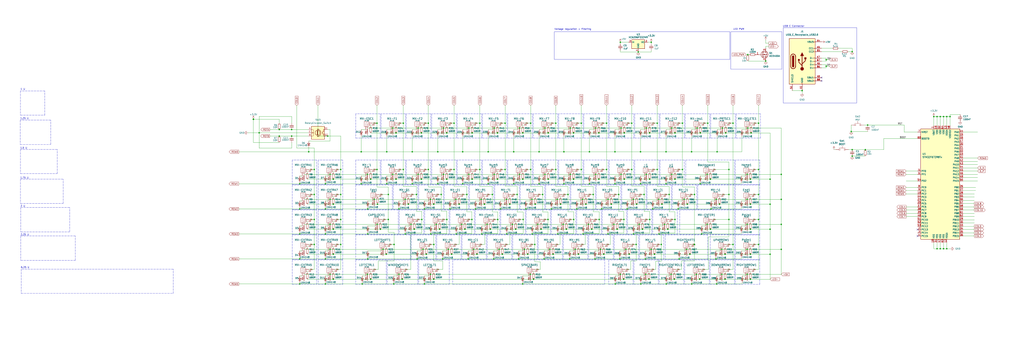
<source format=kicad_sch>
(kicad_sch (version 20211123) (generator eeschema)
  (paper "User" 799.998 279.4)
  (junction (at 257.81 214.63))
  (junction (at 559.562 155.956))
  (junction (at 569.468 132.588))
  (junction (at 371.475 163.449))
  (junction (at 586.74 104.013))
  (junction (at 445.516 136.398))
  (junction (at 414.528 96.393))
  (junction (at 432.054 198.882))
  (junction (at 311.658 214.63))
  (junction (at 429.514 195.072))
  (junction (at 325.882 202.565))
  (junction (at 499.364 175.514))
  (junction (at 354.711 132.588))
  (junction (at 440.563 143.764))
  (junction (at 428.244 140.208))
  (junction (at 343.408 179.324))
  (junction (at 254.254 202.565))
  (junction (at 509.905 163.449))
  (junction (at 459.74 175.514))
  (junction (at 729.488 91.186))
  (junction (at 546.608 218.44))
  (junction (at 316.484 155.956))
  (junction (at 384.683 152.146))
  (junction (at 334.645 96.393))
  (junction (at 491.49 198.882))
  (junction (at 374.904 96.393))
  (junction (at 443.738 152.146))
  (junction (at 414.528 132.588))
  (junction (at 586.232 179.324))
  (junction (at 527.304 104.013))
  (junction (at 601.599 159.766))
  (junction (at 542.544 152.146))
  (junction (at 227.838 101.346))
  (junction (at 503.174 152.146))
  (junction (at 566.42 218.44))
  (junction (at 234.188 183.007))
  (junction (at 416.814 218.44))
  (junction (at 257.81 155.956))
  (junction (at 677.799 97.79))
  (junction (at 294.513 132.588))
  (junction (at 408.432 140.208))
  (junction (at 645.414 46.736))
  (junction (at 260.35 159.766))
  (junction (at 334.645 132.588))
  (junction (at 536.448 195.072))
  (junction (at 420.116 175.514))
  (junction (at 372.618 198.882))
  (junction (at 494.919 183.007))
  (junction (at 482.092 179.324))
  (junction (at 520.573 222.123))
  (junction (at 338.836 218.44))
  (junction (at 563.88 214.63))
  (junction (at 572.643 191.262))
  (junction (at 303.403 171.704))
  (junction (at 266.192 191.262))
  (junction (at 289.56 140.208))
  (junction (at 487.68 140.208))
  (junction (at 370.078 195.072))
  (junction (at 586.232 159.766))
  (junction (at 480.695 222.123))
  (junction (at 381.381 143.764))
  (junction (at 428.244 104.013))
  (junction (at 245.491 152.146))
  (junction (at 465.328 100.203))
  (junction (at 583.692 195.072))
  (junction (at 400.304 175.514))
  (junction (at 517.144 159.766))
  (junction (at 408.305 222.123))
  (junction (at 507.492 140.208))
  (junction (at 336.296 155.956))
  (junction (at 524.256 214.63))
  (junction (at 526.796 218.44))
  (junction (at 610.362 175.514))
  (junction (at 323.596 179.324))
  (junction (at 322.072 143.764))
  (junction (at 480.441 118.745))
  (junction (at 388.874 171.704))
  (junction (at 508.762 195.072))
  (junction (at 533.146 132.588))
  (junction (at 314.198 218.44))
  (junction (at 572.643 96.393))
  (junction (at 338.836 159.766))
  (junction (at 734.568 91.186))
  (junction (at 435.737 183.007))
  (junction (at 260.35 179.324))
  (junction (at 530.606 202.565))
  (junction (at 306.832 100.203))
  (junction (at 439.928 175.514))
  (junction (at 390.906 163.449))
  (junction (at 464.82 202.565))
  (junction (at 354.711 96.393))
  (junction (at 349.123 171.704))
  (junction (at 540.258 118.745))
  (junction (at 592.582 191.262))
  (junction (at 592.582 152.146))
  (junction (at 500.38 143.764))
  (junction (at 493.522 132.588))
  (junction (at 302.133 118.745))
  (junction (at 375.92 155.956))
  (junction (at 546.989 143.764))
  (junction (at 245.491 171.704))
  (junction (at 504.952 100.203))
  (junction (at 257.81 175.514))
  (junction (at 302.133 143.764))
  (junction (at 448.183 171.704))
  (junction (at 560.197 118.745))
  (junction (at 405.892 136.398))
  (junction (at 401.32 143.764))
  (junction (at 473.837 132.588))
  (junction (at 418.084 159.766))
  (junction (at 487.172 218.44))
  (junction (at 234.188 143.764))
  (junction (at 468.122 171.704))
  (junction (at 383.032 179.324))
  (junction (at 307.848 191.262))
  (junction (at 583.692 155.956))
  (junction (at 316.611 183.007))
  (junction (at 282.194 118.745))
  (junction (at 501.904 179.324))
  (junction (at 430.784 163.449))
  (junction (at 315.087 96.393))
  (junction (at 504.19 202.565))
  (junction (at 403.987 152.146))
  (junction (at 457.708 159.766))
  (junction (at 454.152 96.393))
  (junction (at 415.544 155.956))
  (junction (at 586.232 218.44))
  (junction (at 385.699 202.565))
  (junction (at 412.242 198.882))
  (junction (at 484.632 214.63))
  (junction (at 534.416 155.956))
  (junction (at 256.032 106.426))
  (junction (at 340.868 175.514))
  (junction (at 504.444 214.63))
  (junction (at 732.028 194.564))
  (junction (at 474.98 183.007))
  (junction (at 520.319 118.745))
  (junction (at 381.381 118.745))
  (junction (at 664.972 102.87))
  (junction (at 301.752 198.882))
  (junction (at 521.716 179.324))
  (junction (at 471.678 198.882))
  (junction (at 294.64 175.514))
  (junction (at 309.372 140.208))
  (junction (at 480.441 143.764))
  (junction (at 287.02 136.398))
  (junction (at 584.2 100.203))
  (junction (at 352.806 198.882))
  (junction (at 329.184 104.013))
  (junction (at 245.491 191.262))
  (junction (at 358.648 159.766))
  (junction (at 405.13 202.565))
  (junction (at 361.442 118.745))
  (junction (at 460.502 143.764))
  (junction (at 583.692 136.398))
  (junction (at 449.326 195.072))
  (junction (at 469.138 195.072))
  (junction (at 485.14 136.398))
  (junction (at 360.68 175.514))
  (junction (at 346.456 136.398))
  (junction (at 540.385 222.123))
  (junction (at 547.116 104.013))
  (junction (at 513.461 96.393))
  (junction (at 524.764 136.398))
  (junction (at 315.087 132.588))
  (junction (at 455.549 183.007))
  (junction (at 586.232 140.208))
  (junction (at 331.597 222.123))
  (junction (at 395.859 183.007))
  (junction (at 538.988 198.882))
  (junction (at 389.89 195.072))
  (junction (at 415.798 183.007))
  (junction (at 414.274 214.63))
  (junction (at 487.68 104.013))
  (junction (at 356.489 183.007))
  (junction (at 465.328 136.398))
  (junction (at 500.634 222.123))
  (junction (at 297.18 179.324))
  (junction (at 356.108 155.956))
  (junction (at 566.42 198.882))
  (junction (at 732.028 91.186))
  (junction (at 559.816 222.123))
  (junction (at 448.056 140.208))
  (junction (at 536.956 159.766))
  (junction (at 254.254 183.007))
  (junction (at 386.08 136.398))
  (junction (at 562.102 159.766))
  (junction (at 380.492 175.514))
  (junction (at 410.845 163.449))
  (junction (at 552.958 96.393))
  (junction (at 435.356 155.956))
  (junction (at 254.254 222.123))
  (junction (at 474.98 155.956))
  (junction (at 586.232 198.882))
  (junction (at 467.868 104.013))
  (junction (at 598.17 47.752))
  (junction (at 533.146 96.393))
  (junction (at 366.268 136.398))
  (junction (at 665.734 40.386))
  (junction (at 527.304 171.704))
  (junction (at 329.184 140.208))
  (junction (at 260.35 198.882))
  (junction (at 289.56 218.44))
  (junction (at 421.132 143.764))
  (junction (at 287.02 214.63))
  (junction (at 455.168 155.956))
  (junction (at 227.838 106.426))
  (junction (at 241.173 118.745))
  (junction (at 508.762 33.02))
  (junction (at 487.426 171.704))
  (junction (at 321.056 175.514))
  (junction (at 266.192 152.146))
  (junction (at 254.254 163.449))
  (junction (at 564.388 100.203))
  (junction (at 676.021 117.094))
  (junction (at 366.268 100.203))
  (junction (at 448.056 104.013))
  (junction (at 450.596 163.449))
  (junction (at 559.308 202.565))
  (junction (at 601.599 179.324))
  (junction (at 494.792 155.956))
  (junction (at 257.81 195.072))
  (junction (at 218.186 106.426))
  (junction (at 497.332 159.766))
  (junction (at 451.866 198.882))
  (junction (at 520.319 143.764))
  (junction (at 734.568 194.564))
  (junction (at 351.536 163.449))
  (junction (at 467.868 140.208))
  (junction (at 245.491 132.588))
  (junction (at 460.502 118.745))
  (junction (at 529.844 163.449))
  (junction (at 500.38 118.745))
  (junction (at 388.62 140.208))
  (junction (at 583.692 214.63))
  (junction (at 365.76 202.565))
  (junction (at 348.996 104.013))
  (junction (at 514.604 155.956))
  (junction (at 342.011 118.745))
  (junction (at 592.582 132.588))
  (junction (at 398.272 159.766))
  (junction (at 234.188 202.565))
  (junction (at 218.186 101.346))
  (junction (at 737.108 91.186))
  (junction (at 408.432 104.013))
  (junction (at 294.513 96.393))
  (junction (at 601.599 198.882))
  (junction (at 645.414 51.816))
  (junction (at 665.734 117.094))
  (junction (at 554.99 179.324))
  (junction (at 329.565 171.704))
  (junction (at 445.516 100.203))
  (junction (at 437.896 159.766))
  (junction (at 368.808 140.208))
  (junction (at 331.597 163.449))
  (junction (at 361.442 143.764))
  (junction (at 592.582 96.393))
  (junction (at 425.704 136.398))
  (junction (at 498.602 40.64))
  (junction (at 394.589 132.588))
  (junction (at 527.304 140.208))
  (junction (at 563.88 195.072))
  (junction (at 425.069 202.565))
  (junction (at 504.952 136.398))
  (junction (at 737.108 194.564))
  (junction (at 739.648 91.186))
  (junction (at 544.576 100.203))
  (junction (at 234.188 222.123))
  (junction (at 542.544 191.262))
  (junction (at 376.428 183.007))
  (junction (at 417.83 191.262))
  (junction (at 483.362 152.146))
  (junction (at 336.296 214.63))
  (junction (at 282.956 222.123))
  (junction (at 496.951 191.262))
  (junction (at 292.354 155.956))
  (junction (at 552.45 175.514))
  (junction (at 386.08 100.203))
  (junction (at 294.894 159.766))
  (junction (at 287.274 202.565))
  (junction (at 513.461 132.588))
  (junction (at 665.734 122.174))
  (junction (at 445.008 202.565))
  (junction (at 473.837 96.393))
  (junction (at 202.438 103.886))
  (junction (at 266.192 171.704))
  (junction (at 592.582 171.704))
  (junction (at 584.2 42.672))
  (junction (at 322.072 118.745))
  (junction (at 402.844 179.324))
  (junction (at 306.832 136.398))
  (junction (at 454.152 132.588))
  (junction (at 401.32 118.745))
  (junction (at 287.274 183.007))
  (junction (at 569.468 152.146))
  (junction (at 405.892 100.203))
  (junction (at 626.618 70.866))
  (junction (at 462.28 179.324))
  (junction (at 368.808 104.013))
  (junction (at 364.744 152.146))
  (junction (at 234.188 163.449))
  (junction (at 326.644 136.398))
  (junction (at 332.994 198.882))
  (junction (at 421.132 118.745))
  (junction (at 260.35 140.208))
  (junction (at 388.62 104.013))
  (junction (at 484.632 33.02))
  (junction (at 514.858 183.007))
  (junction (at 395.732 155.956))
  (junction (at 440.563 118.745))
  (junction (at 489.966 163.449))
  (junction (at 554.99 140.208))
  (junction (at 742.188 91.186))
  (junction (at 287.274 163.449))
  (junction (at 552.45 136.398))
  (junction (at 470.027 163.449))
  (junction (at 266.192 132.588))
  (junction (at 344.678 152.146))
  (junction (at 488.95 195.072))
  (junction (at 338.963 191.262))
  (junction (at 326.644 100.203))
  (junction (at 434.213 132.588))
  (junction (at 311.658 163.449))
  (junction (at 345.821 202.565))
  (junction (at 479.552 175.514))
  (junction (at 197.993 93.345))
  (junction (at 463.423 152.146))
  (junction (at 197.993 93.218))
  (junction (at 519.176 175.514))
  (junction (at 555.498 163.449))
  (junction (at 739.648 194.564))
  (junction (at 442.468 179.324))
  (junction (at 342.011 143.764))
  (junction (at 610.362 136.398))
  (junction (at 368.681 171.704))
  (junction (at 477.52 159.766))
  (junction (at 516.636 191.262))
  (junction (at 346.456 100.203))
  (junction (at 485.14 100.203))
  (junction (at 422.656 179.324))
  (junction (at 544.068 214.63))
  (junction (at 392.43 198.882))
  (junction (at 507.492 104.013))
  (junction (at 374.904 132.588))
  (junction (at 336.55 183.007))
  (junction (at 325.374 152.146))
  (junction (at 423.926 152.146))
  (junction (at 583.692 175.514))
  (junction (at 257.81 136.398))
  (junction (at 378.46 159.766))
  (junction (at 260.35 218.44))
  (junction (at 428.117 171.704))
  (junction (at 299.212 195.072))
  (junction (at 524.764 100.203))
  (junction (at 348.996 140.208))
  (junction (at 493.522 96.393))
  (junction (at 303.403 152.146))
  (junction (at 319.024 159.766))
  (junction (at 425.704 100.203))
  (junction (at 434.213 96.393))
  (junction (at 350.266 195.072))
  (junction (at 566.928 104.013))
  (junction (at 511.302 198.882))
  (junction (at 394.589 96.393))
  (junction (at 548.132 183.007))
  (junction (at 409.702 195.072))
  (junction (at 254.254 143.764))
  (junction (at 569.468 171.704))
  (junction (at 601.599 140.208))
  (junction (at 506.984 218.44))
  (junction (at 507.619 171.704))
  (junction (at 522.732 152.146))
  (junction (at 484.251 202.565))
  (junction (at 363.22 179.324))
  (junction (at 330.454 195.072))
  (junction (at 282.194 143.764))
  (junction (at 408.686 171.704))
  (junction (at 309.372 104.013))
  (junction (at 610.362 155.956))
  (junction (at 307.594 222.123))
  (junction (at 610.362 195.072))
  (no_connect (at 716.788 184.658))
  (no_connect (at 641.858 63.246))
  (no_connect (at 641.858 60.706))
  (no_connect (at 716.788 179.578))
  (wire (pts (xy 516.636 204.343) (xy 512.318 204.343)))
  (wire (pts (xy 469.138 132.588) (xy 473.837 132.588)))
  (wire (pts (xy 344.678 171.704) (xy 349.123 171.704)))
  (wire (pts (xy 522.732 145.923) (xy 522.732 152.146)))
  (polyline (pts (xy 479.044 183.896) (xy 459.994 183.896)))
  (wire (pts (xy 579.247 162.306) (xy 579.247 163.449)))
  (polyline (pts (xy 297.688 125.222) (xy 297.688 144.272)))
  (wire (pts (xy 234.188 202.565) (xy 254.254 202.565)))
  (polyline (pts (xy 248.666 164.338) (xy 248.666 183.388)))
  (wire (pts (xy 241.3 171.704) (xy 245.491 171.704)))
  (wire (pts (xy 707.898 164.338) (xy 716.788 164.338)))
  (wire (pts (xy 368.808 140.208) (xy 388.62 140.208)))
  (polyline (pts (xy 370.586 183.388) (xy 370.586 164.338)))
  (wire (pts (xy 356.489 183.007) (xy 376.428 183.007)))
  (wire (pts (xy 311.658 162.306) (xy 311.658 163.449)))
  (wire (pts (xy 526.796 218.44) (xy 546.608 218.44)))
  (polyline (pts (xy 15.748 113.03) (xy 39.624 113.03)))
  (wire (pts (xy 287.274 196.342) (xy 297.942 196.342)))
  (wire (pts (xy 237.49 136.398) (xy 257.81 136.398)))
  (wire (pts (xy 405.13 196.342) (xy 408.432 196.342)))
  (wire (pts (xy 497.332 159.766) (xy 517.144 159.766)))
  (wire (pts (xy 734.568 194.564) (xy 737.108 194.564)))
  (wire (pts (xy 401.32 142.748) (xy 401.32 143.764)))
  (polyline (pts (xy 524.51 144.78) (xy 505.46 144.78)))
  (polyline (pts (xy 247.396 202.946) (xy 247.396 183.896)))
  (wire (pts (xy 527.304 104.013) (xy 547.116 104.013)))
  (wire (pts (xy 415.798 181.864) (xy 415.798 183.007)))
  (wire (pts (xy 586.232 159.766) (xy 601.599 159.766)))
  (polyline (pts (xy 545.084 163.83) (xy 573.786 163.83)))
  (polyline (pts (xy 248.666 222.504) (xy 267.716 222.504)))
  (wire (pts (xy 419.354 152.146) (xy 423.926 152.146)))
  (wire (pts (xy 467.868 140.208) (xy 487.68 140.208)))
  (polyline (pts (xy 306.578 163.83) (xy 306.578 144.78)))
  (polyline (pts (xy 573.786 125.222) (xy 535.686 125.222)))
  (wire (pts (xy 361.442 137.668) (xy 364.998 137.668)))
  (wire (pts (xy 394.589 145.669) (xy 403.987 145.669)))
  (wire (pts (xy 750.062 89.662) (xy 742.188 89.662)))
  (wire (pts (xy 520.319 106.553) (xy 520.319 118.745)))
  (wire (pts (xy 434.213 82.423) (xy 434.213 96.393)))
  (wire (pts (xy 465.328 136.398) (xy 485.14 136.398)))
  (wire (pts (xy 435.737 176.784) (xy 438.658 176.784)))
  (wire (pts (xy 241.173 110.363) (xy 257.81 110.363)))
  (wire (pts (xy 470.027 157.226) (xy 473.71 157.226)))
  (wire (pts (xy 227.838 96.266) (xy 227.838 91.059)))
  (wire (pts (xy 464.82 196.342) (xy 467.868 196.342)))
  (wire (pts (xy 294.894 159.258) (xy 294.894 159.766)))
  (wire (pts (xy 463.423 152.146) (xy 463.423 165.608)))
  (polyline (pts (xy 455.422 108.077) (xy 455.422 89.027)))
  (polyline (pts (xy 574.294 89.027) (xy 555.244 89.027)))
  (wire (pts (xy 350.266 195.072) (xy 330.454 195.072)))
  (polyline (pts (xy 593.598 183.388) (xy 593.598 164.338)))
  (wire (pts (xy 404.114 171.704) (xy 408.686 171.704)))
  (wire (pts (xy 417.83 182.499) (xy 417.83 191.262)))
  (polyline (pts (xy 297.688 144.272) (xy 316.738 144.272)))
  (wire (pts (xy 516.636 182.372) (xy 516.636 191.262)))
  (wire (pts (xy 349.123 182.753) (xy 338.963 182.753)))
  (polyline (pts (xy 459.232 183.896) (xy 440.182 183.896)))
  (polyline (pts (xy 475.996 89.027) (xy 475.996 108.077)))
  (wire (pts (xy 467.868 97.663) (xy 467.868 98.933)))
  (wire (pts (xy 254.254 143.764) (xy 282.194 143.764)))
  (wire (pts (xy 345.821 202.565) (xy 365.76 202.565)))
  (wire (pts (xy 493.522 145.669) (xy 503.174 145.669)))
  (wire (pts (xy 586.232 140.208) (xy 601.599 140.208)))
  (wire (pts (xy 287.274 201.422) (xy 287.274 202.565)))
  (wire (pts (xy 569.468 185.293) (xy 553.466 185.293)))
  (wire (pts (xy 555.498 163.449) (xy 579.247 163.449)))
  (wire (pts (xy 445.516 100.203) (xy 425.704 100.203)))
  (wire (pts (xy 307.848 181.737) (xy 307.848 191.262)))
  (polyline (pts (xy 376.936 108.077) (xy 395.986 108.077)))
  (wire (pts (xy 480.441 142.748) (xy 480.441 143.764)))
  (polyline (pts (xy 326.39 144.78) (xy 307.34 144.78)))
  (polyline (pts (xy 371.348 164.338) (xy 371.348 183.388)))
  (polyline (pts (xy 277.876 144.272) (xy 296.926 144.272)))
  (polyline (pts (xy 499.618 183.896) (xy 499.618 202.946)))
  (polyline (pts (xy 228.346 202.946) (xy 247.396 202.946)))
  (wire (pts (xy 364.744 152.146) (xy 364.744 165.608)))
  (polyline (pts (xy 306.578 144.78) (xy 277.876 144.78)))
  (wire (pts (xy 240.03 179.324) (xy 260.35 179.324)))
  (polyline (pts (xy 337.312 125.222) (xy 337.312 144.272)))
  (polyline (pts (xy 396.748 144.272) (xy 415.798 144.272)))
  (wire (pts (xy 540.258 106.553) (xy 540.258 118.745)))
  (wire (pts (xy 394.589 96.393) (xy 394.589 132.588)))
  (polyline (pts (xy 360.934 202.946) (xy 379.984 202.946)))
  (wire (pts (xy 218.186 96.266) (xy 218.186 93.345)))
  (polyline (pts (xy 593.598 163.83) (xy 593.598 144.78)))
  (wire (pts (xy 521.716 172.974) (xy 521.716 174.244)))
  (wire (pts (xy 364.744 146.05) (xy 364.744 152.146)))
  (wire (pts (xy 415.798 183.007) (xy 435.737 183.007)))
  (wire (pts (xy 437.515 191.262) (xy 433.324 191.262)))
  (wire (pts (xy 331.597 163.449) (xy 351.536 163.449)))
  (wire (pts (xy 610.362 155.956) (xy 610.362 175.514)))
  (wire (pts (xy 294.894 159.766) (xy 319.024 159.766)))
  (polyline (pts (xy 302.514 222.504) (xy 326.39 222.504)))
  (wire (pts (xy 289.56 212.09) (xy 289.56 213.36)))
  (polyline (pts (xy 475.996 144.272) (xy 495.046 144.272)))
  (wire (pts (xy 677.799 97.79) (xy 675.132 97.79)))
  (wire (pts (xy 732.028 194.564) (xy 734.568 194.564)))
  (wire (pts (xy 468.122 182.499) (xy 457.327 182.499)))
  (wire (pts (xy 354.711 96.393) (xy 354.711 132.588)))
  (wire (pts (xy 563.88 195.072) (xy 536.448 195.072)))
  (wire (pts (xy 429.514 96.393) (xy 434.213 96.393)))
  (wire (pts (xy 345.821 201.422) (xy 345.821 202.565)))
  (polyline (pts (xy 593.598 164.338) (xy 574.548 164.338)))
  (wire (pts (xy 761.238 151.638) (xy 752.348 151.638)))
  (wire (pts (xy 395.732 155.956) (xy 375.92 155.956)))
  (wire (pts (xy 301.752 198.882) (xy 332.994 198.882)))
  (wire (pts (xy 618.998 70.866) (xy 626.618 70.866)))
  (wire (pts (xy 592.582 191.262) (xy 592.582 210.82)))
  (wire (pts (xy 610.362 175.514) (xy 610.362 195.072)))
  (wire (pts (xy 398.399 182.499) (xy 398.399 191.262)))
  (wire (pts (xy 737.108 194.564) (xy 739.648 194.564)))
  (wire (pts (xy 361.442 106.553) (xy 361.442 118.745)))
  (wire (pts (xy 389.89 96.393) (xy 394.589 96.393)))
  (polyline (pts (xy 357.124 108.077) (xy 376.174 108.077)))
  (wire (pts (xy 356.108 155.956) (xy 336.296 155.956)))
  (polyline (pts (xy 574.548 222.504) (xy 593.598 222.504)))
  (wire (pts (xy 218.186 106.426) (xy 227.838 106.426)))
  (polyline (pts (xy 58.928 203.708) (xy 58.928 184.658)))
  (polyline (pts (xy 350.774 183.388) (xy 350.774 164.338)))
  (wire (pts (xy 361.442 143.764) (xy 381.381 143.764)))
  (polyline (pts (xy 336.55 89.027) (xy 317.5 89.027)))
  (polyline (pts (xy 515.62 125.222) (xy 515.62 144.272)))
  (wire (pts (xy 240.03 218.44) (xy 260.35 218.44)))
  (polyline (pts (xy 475.234 89.027) (xy 456.184 89.027)))
  (wire (pts (xy 480.695 220.98) (xy 480.695 222.123)))
  (polyline (pts (xy 376.174 89.027) (xy 357.124 89.027)))
  (polyline (pts (xy 396.748 108.077) (xy 415.798 108.077)))
  (polyline (pts (xy 395.986 108.077) (xy 395.986 89.027)))
  (wire (pts (xy 487.426 182.245) (xy 476.885 182.245)))
  (wire (pts (xy 677.799 102.87) (xy 664.972 102.87)))
  (wire (pts (xy 734.568 91.186) (xy 734.568 98.298)))
  (wire (pts (xy 324.866 171.704) (xy 329.565 171.704)))
  (wire (pts (xy 540.385 220.98) (xy 540.385 222.123)))
  (wire (pts (xy 583.692 155.956) (xy 559.562 155.956)))
  (wire (pts (xy 254.254 176.784) (xy 256.54 176.784)))
  (wire (pts (xy 392.43 198.882) (xy 412.242 198.882)))
  (wire (pts (xy 287.274 163.449) (xy 311.658 163.449)))
  (wire (pts (xy 289.56 104.013) (xy 309.372 104.013)))
  (polyline (pts (xy 366.776 144.78) (xy 366.776 163.83)))
  (polyline (pts (xy 410.972 183.388) (xy 430.022 183.388)))
  (polyline (pts (xy 16.256 181.356) (xy 54.356 181.356)))
  (polyline (pts (xy 573.786 222.504) (xy 573.786 203.454)))
  (wire (pts (xy 513.461 145.923) (xy 522.732 145.923)))
  (polyline (pts (xy 594.106 108.077) (xy 594.106 89.027)))
  (wire (pts (xy 538.988 192.532) (xy 538.988 193.802)))
  (polyline (pts (xy 459.994 202.946) (xy 479.044 202.946)))
  (wire (pts (xy 651.51 117.094) (xy 652.78 117.094)))
  (polyline (pts (xy 327.152 203.454) (xy 327.152 222.504)))
  (wire (pts (xy 587.502 191.262) (xy 592.582 191.262)))
  (wire (pts (xy 340.106 152.146) (xy 344.678 152.146)))
  (polyline (pts (xy 465.836 144.78) (xy 465.836 163.83)))
  (polyline (pts (xy 426.212 163.83) (xy 445.262 163.83)))
  (wire (pts (xy 266.192 132.588) (xy 266.192 152.146)))
  (wire (pts (xy 739.648 194.564) (xy 742.442 194.564)))
  (wire (pts (xy 296.164 152.146) (xy 303.403 152.146)))
  (wire (pts (xy 381.381 118.745) (xy 401.32 118.745)))
  (wire (pts (xy 507.619 182.245) (xy 496.951 182.245)))
  (wire (pts (xy 417.83 191.262) (xy 413.512 191.262)))
  (polyline (pts (xy 593.598 125.222) (xy 574.548 125.222)))
  (wire (pts (xy 579.628 106.553) (xy 579.628 118.745)))
  (wire (pts (xy 739.648 91.186) (xy 742.188 91.186)))
  (wire (pts (xy 572.643 210.82) (xy 567.69 210.82)))
  (wire (pts (xy 645.414 51.816) (xy 645.414 53.086)))
  (wire (pts (xy 218.186 93.345) (xy 197.993 93.345)))
  (polyline (pts (xy 248.666 183.388) (xy 267.716 183.388)))
  (wire (pts (xy 376.428 183.007) (xy 395.859 183.007)))
  (polyline (pts (xy 534.67 108.077) (xy 534.67 89.027)))
  (polyline (pts (xy 611.886 21.59) (xy 669.29 21.59)) (stroke (width 0) (type solid)))
  (polyline (pts (xy 445.262 163.83) (xy 445.262 144.78)))
  (wire (pts (xy 260.35 153.416) (xy 260.35 154.686)))
  (wire (pts (xy 240.03 198.882) (xy 260.35 198.882)))
  (polyline (pts (xy 267.716 183.388) (xy 267.716 164.338)))
  (polyline (pts (xy 356.362 108.077) (xy 356.362 89.027)))
  (wire (pts (xy 375.92 155.956) (xy 356.108 155.956)))
  (wire (pts (xy 601.599 140.208) (xy 601.599 159.766)))
  (polyline (pts (xy 515.62 144.272) (xy 534.67 144.272)))
  (wire (pts (xy 282.194 143.764) (xy 302.133 143.764)))
  (wire (pts (xy 365.76 196.342) (xy 368.808 196.342)))
  (wire (pts (xy 579.247 137.668) (xy 582.422 137.668)))
  (wire (pts (xy 289.56 140.208) (xy 309.372 140.208)))
  (wire (pts (xy 331.597 220.98) (xy 331.597 222.123)))
  (polyline (pts (xy 330.962 183.388) (xy 330.962 164.338)))
  (polyline (pts (xy 406.4 144.78) (xy 406.4 163.83)))
  (wire (pts (xy 530.606 202.565) (xy 559.308 202.565)))
  (polyline (pts (xy 351.028 222.504) (xy 351.028 203.454)))
  (wire (pts (xy 378.46 153.416) (xy 378.46 154.686)))
  (wire (pts (xy 346.456 136.398) (xy 366.268 136.398)))
  (wire (pts (xy 440.563 142.748) (xy 440.563 143.764)))
  (wire (pts (xy 306.832 100.203) (xy 287.02 100.203)))
  (wire (pts (xy 572.643 191.262) (xy 572.643 210.82)))
  (wire (pts (xy 560.197 118.745) (xy 579.628 118.745)))
  (wire (pts (xy 388.62 140.208) (xy 408.432 140.208)))
  (wire (pts (xy 386.08 136.398) (xy 405.892 136.398)))
  (polyline (pts (xy 317.5 89.027) (xy 317.5 108.077)))
  (wire (pts (xy 386.08 100.203) (xy 366.268 100.203)))
  (wire (pts (xy 707.898 151.638) (xy 716.788 151.638)))
  (polyline (pts (xy 440.182 202.946) (xy 459.232 202.946)))
  (polyline (pts (xy 475.488 222.504) (xy 494.538 222.504)))
  (wire (pts (xy 437.896 153.416) (xy 437.896 154.686)))
  (polyline (pts (xy 390.398 164.338) (xy 371.348 164.338)))
  (polyline (pts (xy 485.648 163.83) (xy 504.698 163.83)))
  (polyline (pts (xy 504.698 163.83) (xy 504.698 144.78)))
  (wire (pts (xy 202.438 103.886) (xy 240.792 103.886)))
  (polyline (pts (xy 16.002 71.12) (xy 16.002 90.17)))
  (wire (pts (xy 707.898 166.878) (xy 716.788 166.878)))
  (wire (pts (xy 234.188 215.9) (xy 236.22 215.9)))
  (wire (pts (xy 354.711 132.588) (xy 354.711 146.05)))
  (polyline (pts (xy 400.558 183.896) (xy 400.558 202.946)))
  (wire (pts (xy 348.996 104.013) (xy 368.808 104.013)))
  (wire (pts (xy 487.68 133.858) (xy 487.68 135.128)))
  (polyline (pts (xy 419.608 202.946) (xy 419.608 183.896)))
  (wire (pts (xy 330.454 195.072) (xy 299.212 195.072)))
  (wire (pts (xy 240.03 159.766) (xy 260.35 159.766)))
  (polyline (pts (xy 574.548 183.388) (xy 593.598 183.388)))
  (polyline (pts (xy 228.346 125.222) (xy 228.346 144.272)))
  (polyline (pts (xy 395.986 125.222) (xy 376.936 125.222)))
  (wire (pts (xy 374.904 132.588) (xy 374.904 145.923)))
  (wire (pts (xy 290.83 96.393) (xy 294.513 96.393)))
  (wire (pts (xy 566.928 97.663) (xy 566.928 98.933)))
  (wire (pts (xy 234.188 142.748) (xy 234.188 143.764)))
  (polyline (pts (xy 475.234 108.077) (xy 475.234 89.027)))
  (wire (pts (xy 512.318 210.82) (xy 508.254 210.82)))
  (wire (pts (xy 193.675 103.886) (xy 202.438 103.886)))
  (polyline (pts (xy 346.202 163.83) (xy 346.202 144.78)))
  (wire (pts (xy 295.529 210.82) (xy 290.83 210.82)))
  (wire (pts (xy 763.778 138.938) (xy 752.348 138.938)))
  (wire (pts (xy 378.46 159.766) (xy 398.272 159.766)))
  (wire (pts (xy 415.544 155.956) (xy 395.732 155.956)))
  (polyline (pts (xy 248.666 144.78) (xy 248.666 163.83)))
  (wire (pts (xy 374.904 96.393) (xy 374.904 132.588)))
  (wire (pts (xy 448.056 97.663) (xy 448.056 98.933)))
  (polyline (pts (xy 277.876 89.027) (xy 277.876 108.077)))
  (wire (pts (xy 493.522 82.423) (xy 493.522 96.393)))
  (wire (pts (xy 322.072 137.668) (xy 325.374 137.668)))
  (polyline (pts (xy 573.786 163.83) (xy 573.786 144.78)))
  (polyline (pts (xy 330.962 164.338) (xy 311.912 164.338)))
  (wire (pts (xy 584.2 100.203) (xy 564.388 100.203)))
  (polyline (pts (xy 248.666 144.272) (xy 267.716 144.272)))
  (polyline (pts (xy 247.396 203.454) (xy 228.346 203.454)))
  (wire (pts (xy 555.498 157.226) (xy 558.292 157.226)))
  (polyline (pts (xy 484.886 163.83) (xy 484.886 144.78)))
  (polyline (pts (xy 337.312 144.272) (xy 356.362 144.272)))
  (wire (pts (xy 476.885 191.262) (xy 472.948 191.262)))
  (wire (pts (xy 546.989 137.668) (xy 551.18 137.668)))
  (wire (pts (xy 552.958 96.393) (xy 552.958 126.746)))
  (wire (pts (xy 462.28 179.324) (xy 482.092 179.324)))
  (wire (pts (xy 480.695 222.123) (xy 500.634 222.123)))
  (polyline (pts (xy 449.834 164.338) (xy 430.784 164.338)))
  (polyline (pts (xy 575.056 89.027) (xy 575.056 108.077)))
  (wire (pts (xy 294.513 96.393) (xy 294.513 132.588)))
  (wire (pts (xy 518.414 152.146) (xy 522.732 152.146)))
  (polyline (pts (xy 472.567 203.454) (xy 353.695 203.454)))
  (wire (pts (xy 761.238 177.038) (xy 752.348 177.038)))
  (wire (pts (xy 311.658 157.226) (xy 315.214 157.226)))
  (wire (pts (xy 559.308 196.342) (xy 562.61 196.342)))
  (polyline (pts (xy 514.858 108.077) (xy 514.858 89.027)))
  (wire (pts (xy 329.565 165.354) (xy 329.565 171.704)))
  (wire (pts (xy 601.599 179.324) (xy 601.599 198.882)))
  (wire (pts (xy 484.632 33.02) (xy 484.632 34.29)))
  (polyline (pts (xy 570.992 24.892) (xy 610.87 24.892)) (stroke (width 0) (type solid)))
  (polyline (pts (xy 534.162 203.454) (xy 515.112 203.454)))
  (wire (pts (xy 586.232 198.882) (xy 601.599 198.882)))
  (polyline (pts (xy 433.07 46.482) (xy 570.23 46.482)) (stroke (width 0) (type solid)))
  (polyline (pts (xy 327.152 222.504) (xy 351.028 222.504)))
  (wire (pts (xy 260.35 198.882) (xy 301.752 198.882)))
  (polyline (pts (xy 302.514 203.454) (xy 302.514 222.504)))
  (polyline (pts (xy 267.716 183.896) (xy 248.666 183.896)))
  (wire (pts (xy 248.412 106.426) (xy 256.032 106.426)))
  (wire (pts (xy 463.423 145.796) (xy 463.423 152.146)))
  (polyline (pts (xy 440.182 183.896) (xy 440.182 202.946)))
  (wire (pts (xy 418.084 210.82) (xy 422.148 210.82)))
  (polyline (pts (xy 340.36 202.946) (xy 340.36 183.896)))
  (polyline (pts (xy 456.184 144.272) (xy 475.234 144.272)))
  (wire (pts (xy 429.514 132.588) (xy 434.213 132.588)))
  (wire (pts (xy 483.362 171.704) (xy 487.426 171.704)))
  (wire (pts (xy 480.441 143.764) (xy 500.38 143.764)))
  (wire (pts (xy 234.188 222.123) (xy 254.254 222.123)))
  (wire (pts (xy 732.028 189.738) (xy 732.028 194.564)))
  (wire (pts (xy 562.102 153.416) (xy 562.102 154.686)))
  (wire (pts (xy 465.328 100.203) (xy 445.516 100.203)))
  (wire (pts (xy 294.513 82.423) (xy 294.513 96.393)))
  (wire (pts (xy 329.184 97.663) (xy 329.184 98.933)))
  (wire (pts (xy 706.374 97.79) (xy 677.799 97.79)))
  (wire (pts (xy 434.213 132.588) (xy 434.213 145.923)))
  (wire (pts (xy 218.186 111.506) (xy 197.993 111.506)))
  (wire (pts (xy 451.866 192.532) (xy 451.866 193.802)))
  (wire (pts (xy 501.904 179.324) (xy 521.716 179.324)))
  (polyline (pts (xy 247.396 144.78) (xy 228.346 144.78)))
  (polyline (pts (xy 498.856 202.946) (xy 498.856 183.896)))
  (wire (pts (xy 468.122 165.608) (xy 468.122 171.704)))
  (polyline (pts (xy 490.22 164.338) (xy 490.22 183.388)))
  (polyline (pts (xy 472.567 222.504) (xy 472.567 203.454)))
  (wire (pts (xy 315.087 96.393) (xy 315.087 132.588)))
  (polyline (pts (xy 515.62 89.027) (xy 515.62 108.077)))
  (wire (pts (xy 729.488 194.564) (xy 732.028 194.564)))
  (wire (pts (xy 316.611 183.007) (xy 336.55 183.007)))
  (polyline (pts (xy 435.61 89.027) (xy 416.56 89.027)))
  (polyline (pts (xy 446.024 144.78) (xy 446.024 163.83)))
  (wire (pts (xy 266.192 106.426) (xy 266.192 132.588)))
  (wire (pts (xy 592.582 171.704) (xy 592.582 191.262)))
  (wire (pts (xy 287.02 136.398) (xy 306.832 136.398)))
  (polyline (pts (xy 317.5 125.222) (xy 317.5 144.272)))
  (wire (pts (xy 408.432 104.013) (xy 428.244 104.013)))
  (wire (pts (xy 555.498 162.306) (xy 555.498 163.449)))
  (polyline (pts (xy 515.112 222.504) (xy 534.162 222.504)))
  (wire (pts (xy 732.028 98.298) (xy 732.028 91.186)))
  (polyline (pts (xy 396.748 125.222) (xy 396.748 144.272)))
  (wire (pts (xy 586.232 153.416) (xy 586.232 154.686)))
  (polyline (pts (xy 510.032 164.338) (xy 510.032 183.388)))
  (polyline (pts (xy 573.786 202.946) (xy 573.786 183.896)))
  (wire (pts (xy 408.305 215.9) (xy 413.004 215.9)))
  (wire (pts (xy 294.513 146.431) (xy 303.403 146.431)))
  (wire (pts (xy 428.117 171.704) (xy 428.117 182.499)))
  (wire (pts (xy 294.64 175.514) (xy 321.056 175.514)))
  (wire (pts (xy 500.38 106.553) (xy 500.38 118.745)))
  (wire (pts (xy 334.645 82.423) (xy 334.645 96.393)))
  (wire (pts (xy 470.027 163.449) (xy 489.966 163.449)))
  (polyline (pts (xy 316.738 144.272) (xy 316.738 125.222)))
  (wire (pts (xy 610.362 136.398) (xy 610.362 155.956)))
  (wire (pts (xy 415.798 176.784) (xy 418.846 176.784)))
  (wire (pts (xy 513.461 96.393) (xy 513.461 132.588)))
  (wire (pts (xy 314.198 212.09) (xy 314.198 213.36)))
  (wire (pts (xy 237.49 175.514) (xy 257.81 175.514)))
  (wire (pts (xy 322.072 143.764) (xy 342.011 143.764)))
  (wire (pts (xy 401.32 143.764) (xy 421.132 143.764)))
  (polyline (pts (xy 406.4 163.83) (xy 425.45 163.83)))
  (wire (pts (xy 334.264 191.262) (xy 338.963 191.262)))
  (wire (pts (xy 368.808 133.858) (xy 368.808 135.128)))
  (wire (pts (xy 404.622 101.473) (xy 401.32 101.473)))
  (wire (pts (xy 202.438 115.951) (xy 227.838 115.951)))
  (wire (pts (xy 303.403 171.704) (xy 303.403 181.737)))
  (wire (pts (xy 459.74 175.514) (xy 479.552 175.514)))
  (wire (pts (xy 443.738 152.146) (xy 443.738 165.608)))
  (wire (pts (xy 582.93 42.672) (xy 584.2 42.672)))
  (polyline (pts (xy 405.638 144.78) (xy 386.588 144.78)))
  (wire (pts (xy 287.02 214.63) (xy 311.658 214.63)))
  (wire (pts (xy 457.708 159.766) (xy 477.52 159.766)))
  (polyline (pts (xy 277.876 183.896) (xy 277.876 202.946)))
  (wire (pts (xy 418.084 159.766) (xy 437.896 159.766)))
  (wire (pts (xy 586.232 192.532) (xy 586.232 193.802)))
  (wire (pts (xy 610.362 100.203) (xy 584.2 100.203)))
  (wire (pts (xy 548.386 96.393) (xy 552.958 96.393)))
  (wire (pts (xy 484.632 40.64) (xy 498.602 40.64)))
  (polyline (pts (xy 228.346 144.272) (xy 247.396 144.272)))
  (wire (pts (xy 586.232 179.324) (xy 601.599 179.324)))
  (polyline (pts (xy 446.024 163.83) (xy 465.074 163.83)))
  (wire (pts (xy 763.778 126.238) (xy 752.348 126.238)))
  (wire (pts (xy 762.254 149.098) (xy 752.348 149.098)))
  (wire (pts (xy 473.837 145.796) (xy 483.362 145.796)))
  (wire (pts (xy 579.628 101.473) (xy 582.93 101.473)))
  (wire (pts (xy 587.502 171.704) (xy 592.582 171.704)))
  (wire (pts (xy 437.515 182.753) (xy 437.515 191.262)))
  (wire (pts (xy 257.81 101.346) (xy 257.81 110.363)))
  (polyline (pts (xy 376.936 125.222) (xy 376.936 144.272)))
  (wire (pts (xy 536.956 159.766) (xy 562.102 159.766)))
  (polyline (pts (xy 54.356 162.306) (xy 16.256 162.306)))
  (wire (pts (xy 509.905 162.306) (xy 509.905 163.449)))
  (wire (pts (xy 450.596 162.306) (xy 450.596 163.449)))
  (wire (pts (xy 521.716 179.324) (xy 554.99 179.324)))
  (wire (pts (xy 610.362 155.956) (xy 583.692 155.956)))
  (wire (pts (xy 530.606 201.422) (xy 530.606 202.565)))
  (wire (pts (xy 559.308 202.565) (xy 579.247 202.565)))
  (polyline (pts (xy 593.598 183.896) (xy 574.548 183.896)))
  (wire (pts (xy 566.42 212.09) (xy 566.42 213.36)))
  (wire (pts (xy 586.232 172.974) (xy 586.232 174.244)))
  (polyline (pts (xy 469.646 183.388) (xy 469.646 164.338)))
  (wire (pts (xy 390.906 162.306) (xy 390.906 163.449)))
  (polyline (pts (xy 494.538 222.504) (xy 494.538 203.454)))
  (polyline (pts (xy 593.598 222.504) (xy 593.598 203.454)))
  (polyline (pts (xy 380.746 183.896) (xy 380.746 202.946)))
  (wire (pts (xy 344.678 165.227) (xy 349.123 165.227)))
  (wire (pts (xy 186.69 118.745) (xy 241.173 118.745)))
  (polyline (pts (xy 433.07 46.482) (xy 433.07 24.892)) (stroke (width 0) (type solid)))
  (wire (pts (xy 319.024 153.416) (xy 319.024 154.686)))
  (wire (pts (xy 448.056 104.013) (xy 467.868 104.013)))
  (wire (pts (xy 257.81 136.398) (xy 287.02 136.398)))
  (wire (pts (xy 326.644 136.398) (xy 346.456 136.398)))
  (wire (pts (xy 506.222 33.02) (xy 508.762 33.02)))
  (wire (pts (xy 423.926 152.146) (xy 423.926 165.862)))
  (polyline (pts (xy 554.482 108.077) (xy 554.482 89.027)))
  (wire (pts (xy 343.408 179.324) (xy 363.22 179.324)))
  (wire (pts (xy 241.3 132.588) (xy 245.491 132.588)))
  (wire (pts (xy 336.55 176.784) (xy 339.598 176.784)))
  (polyline (pts (xy 570.23 24.892) (xy 570.23 46.482)) (stroke (width 0) (type solid)))
  (wire (pts (xy 388.874 171.704) (xy 388.874 182.626)))
  (polyline (pts (xy 380.746 202.946) (xy 399.796 202.946)))
  (polyline (pts (xy 44.704 135.89) (xy 44.704 116.84)))
  (wire (pts (xy 487.172 218.44) (xy 506.984 218.44)))
  (wire (pts (xy 338.836 212.09) (xy 338.836 213.36)))
  (polyline (pts (xy 573.786 164.338) (xy 531.114 164.338)))
  (wire (pts (xy 402.844 172.974) (xy 402.844 174.244)))
  (polyline (pts (xy 465.074 163.83) (xy 465.074 144.78)))
  (wire (pts (xy 473.837 82.423) (xy 473.837 96.393)))
  (wire (pts (xy 342.011 118.745) (xy 361.442 118.745)))
  (wire (pts (xy 368.808 97.663) (xy 368.808 98.933)))
  (wire (pts (xy 282.956 215.9) (xy 285.75 215.9)))
  (wire (pts (xy 388.874 165.735) (xy 388.874 171.704)))
  (wire (pts (xy 316.611 176.784) (xy 319.786 176.784)))
  (wire (pts (xy 508.762 96.393) (xy 513.461 96.393)))
  (wire (pts (xy 408.305 222.123) (xy 480.695 222.123)))
  (wire (pts (xy 546.989 142.748) (xy 546.989 143.764)))
  (wire (pts (xy 569.468 152.146) (xy 569.468 171.704)))
  (wire (pts (xy 662.94 117.094) (xy 665.734 117.094)))
  (wire (pts (xy 345.948 210.82) (xy 340.106 210.82)))
  (polyline (pts (xy 248.666 203.454) (xy 248.666 222.504)))
  (wire (pts (xy 429.514 195.072) (xy 409.702 195.072)))
  (polyline (pts (xy 277.876 125.222) (xy 277.876 144.272)))
  (wire (pts (xy 257.81 175.514) (xy 294.64 175.514)))
  (wire (pts (xy 302.133 118.745) (xy 322.072 118.745)))
  (wire (pts (xy 364.49 171.704) (xy 368.681 171.704)))
  (wire (pts (xy 763.778 128.778) (xy 752.348 128.778)))
  (polyline (pts (xy 435.61 108.077) (xy 435.61 89.027)))
  (wire (pts (xy 448.183 165.608) (xy 448.183 171.704)))
  (polyline (pts (xy 509.27 183.388) (xy 509.27 164.338)))
  (wire (pts (xy 584.2 47.752) (xy 598.17 47.752)))
  (wire (pts (xy 586.74 97.663) (xy 586.74 98.933)))
  (wire (pts (xy 292.354 155.956) (xy 257.81 155.956)))
  (polyline (pts (xy 247.396 164.338) (xy 228.346 164.338)))
  (wire (pts (xy 331.597 215.9) (xy 335.026 215.9)))
  (wire (pts (xy 381.381 137.668) (xy 384.81 137.668)))
  (wire (pts (xy 449.326 132.588) (xy 454.152 132.588)))
  (wire (pts (xy 592.582 132.588) (xy 592.582 152.146)))
  (polyline (pts (xy 400.558 202.946) (xy 419.608 202.946)))
  (wire (pts (xy 290.83 132.588) (xy 294.513 132.588)))
  (wire (pts (xy 484.632 39.37) (xy 484.632 40.64)))
  (wire (pts (xy 417.83 191.262) (xy 417.83 204.724)))
  (wire (pts (xy 471.678 198.882) (xy 491.49 198.882)))
  (wire (pts (xy 448.183 171.704) (xy 448.183 182.753)))
  (wire (pts (xy 370.078 96.393) (xy 374.904 96.393)))
  (polyline (pts (xy 455.422 125.222) (xy 436.372 125.222)))
  (wire (pts (xy 186.563 143.764) (xy 234.188 143.764)))
  (wire (pts (xy 493.522 96.393) (xy 493.522 132.588)))
  (wire (pts (xy 421.132 143.764) (xy 440.563 143.764)))
  (wire (pts (xy 368.681 182.499) (xy 358.775 182.499)))
  (wire (pts (xy 462.28 172.974) (xy 462.28 174.244)))
  (wire (pts (xy 405.892 136.398) (xy 425.704 136.398)))
  (wire (pts (xy 460.502 143.764) (xy 480.441 143.764)))
  (wire (pts (xy 354.711 82.423) (xy 354.711 96.393)))
  (polyline (pts (xy 277.876 164.338) (xy 277.876 183.388)))
  (polyline (pts (xy 570.992 24.892) (xy 570.992 54.102)) (stroke (width 0) (type solid)))
  (wire (pts (xy 325.374 165.354) (xy 329.565 165.354)))
  (wire (pts (xy 598.17 33.782) (xy 600.71 33.782)))
  (polyline (pts (xy 267.716 125.222) (xy 248.666 125.222)))
  (polyline (pts (xy 495.3 222.504) (xy 514.35 222.504)))
  (wire (pts (xy 520.319 118.745) (xy 540.258 118.745)))
  (wire (pts (xy 572.643 96.393) (xy 572.643 191.262)))
  (wire (pts (xy 464.82 201.422) (xy 464.82 202.565)))
  (wire (pts (xy 496.951 182.245) (xy 496.951 191.262)))
  (polyline (pts (xy 593.598 144.78) (xy 574.548 144.78)))
  (wire (pts (xy 473.837 96.393) (xy 473.837 132.588)))
  (polyline (pts (xy 489.458 183.388) (xy 489.458 164.338)))
  (wire (pts (xy 310.642 132.588) (xy 315.087 132.588)))
  (wire (pts (xy 707.898 149.098) (xy 716.788 149.098)))
  (wire (pts (xy 542.544 146.177) (xy 542.544 152.146)))
  (wire (pts (xy 344.678 152.146) (xy 344.678 165.227)))
  (polyline (pts (xy 366.014 144.78) (xy 346.964 144.78)))
  (polyline (pts (xy 336.55 125.222) (xy 317.5 125.222)))
  (wire (pts (xy 210.82 101.346) (xy 218.186 101.346)))
  (wire (pts (xy 522.732 152.146) (xy 522.732 165.608)))
  (polyline (pts (xy 356.362 125.222) (xy 337.312 125.222)))
  (polyline (pts (xy 360.934 183.896) (xy 360.934 202.946)))
  (polyline (pts (xy 331.724 183.388) (xy 350.774 183.388)))
  (wire (pts (xy 340.868 175.514) (xy 360.68 175.514)))
  (wire (pts (xy 484.251 201.422) (xy 484.251 202.565)))
  (wire (pts (xy 445.516 136.398) (xy 465.328 136.398)))
  (polyline (pts (xy 337.312 89.027) (xy 337.312 108.077)))
  (wire (pts (xy 449.326 195.072) (xy 429.514 195.072)))
  (wire (pts (xy 586.74 104.013) (xy 601.599 104.013)))
  (wire (pts (xy 547.116 97.663) (xy 547.116 98.933)))
  (wire (pts (xy 338.836 218.44) (xy 416.814 218.44)))
  (wire (pts (xy 641.858 48.006) (xy 645.414 48.006)))
  (polyline (pts (xy 228.346 222.504) (xy 247.396 222.504)))
  (wire (pts (xy 298.45 171.704) (xy 303.403 171.704)))
  (wire (pts (xy 529.844 157.226) (xy 533.146 157.226)))
  (wire (pts (xy 566.42 192.532) (xy 566.42 193.802)))
  (wire (pts (xy 547.116 104.013) (xy 566.928 104.013)))
  (wire (pts (xy 202.438 91.059) (xy 202.438 103.886)))
  (wire (pts (xy 295.529 204.216) (xy 307.848 204.216)))
  (wire (pts (xy 423.926 165.862) (xy 428.117 165.862)))
  (wire (pts (xy 480.441 137.668) (xy 483.87 137.668)))
  (wire (pts (xy 343.408 172.974) (xy 343.408 174.244)))
  (wire (pts (xy 234.188 201.422) (xy 234.188 202.565)))
  (wire (pts (xy 487.426 171.704) (xy 487.426 182.245)))
  (wire (pts (xy 534.416 155.956) (xy 514.604 155.956)))
  (polyline (pts (xy 248.666 202.946) (xy 267.716 202.946)))
  (wire (pts (xy 342.011 142.748) (xy 342.011 143.764)))
  (wire (pts (xy 567.69 191.262) (xy 572.643 191.262)))
  (polyline (pts (xy 395.986 89.027) (xy 376.936 89.027)))
  (polyline (pts (xy 420.37 202.946) (xy 439.42 202.946)))
  (polyline (pts (xy 514.35 203.454) (xy 495.3 203.454)))
  (wire (pts (xy 365.76 202.565) (xy 385.699 202.565)))
  (polyline (pts (xy 505.46 144.78) (xy 505.46 163.83)))
  (wire (pts (xy 491.49 198.882) (xy 511.302 198.882)))
  (wire (pts (xy 383.032 172.974) (xy 383.032 174.244)))
  (polyline (pts (xy 416.56 89.027) (xy 416.56 108.077)))
  (polyline (pts (xy 385.826 163.83) (xy 385.826 144.78)))
  (wire (pts (xy 338.836 153.416) (xy 338.836 154.686)))
  (wire (pts (xy 245.491 191.262) (xy 245.491 210.82)))
  (wire (pts (xy 579.247 142.748) (xy 579.247 143.764)))
  (wire (pts (xy 425.069 201.422) (xy 425.069 202.565)))
  (wire (pts (xy 501.904 172.974) (xy 501.904 174.244)))
  (polyline (pts (xy 247.396 222.504) (xy 247.396 203.454)))
  (wire (pts (xy 345.821 196.342) (xy 348.996 196.342)))
  (wire (pts (xy 523.494 101.473) (xy 520.319 101.473)))
  (wire (pts (xy 587.502 132.588) (xy 592.582 132.588)))
  (polyline (pts (xy 267.716 163.83) (xy 267.716 144.78)))
  (wire (pts (xy 506.984 212.09) (xy 506.984 213.36)))
  (polyline (pts (xy 320.548 202.946) (xy 320.548 183.896)))
  (wire (pts (xy 469.138 195.072) (xy 449.326 195.072)))
  (polyline (pts (xy 415.798 125.222) (xy 396.748 125.222)))
  (polyline (pts (xy 360.172 202.946) (xy 360.172 183.896)))
  (wire (pts (xy 421.132 106.553) (xy 421.132 118.745)))
  (polyline (pts (xy 366.776 163.83) (xy 385.826 163.83)))
  (wire (pts (xy 554.99 133.858) (xy 554.99 135.128)))
  (polyline (pts (xy 459.232 202.946) (xy 459.232 183.896)))
  (wire (pts (xy 513.461 82.423) (xy 513.461 96.393)))
  (polyline (pts (xy 296.926 144.272) (xy 296.926 125.222)))
  (polyline (pts (xy 544.322 163.83) (xy 544.322 144.78)))
  (polyline (pts (xy 35.052 71.12) (xy 16.002 71.12)))
  (wire (pts (xy 440.563 118.745) (xy 460.502 118.745)))
  (wire (pts (xy 307.594 215.9) (xy 310.388 215.9)))
  (wire (pts (xy 240.03 153.416) (xy 240.03 154.686)))
  (wire (pts (xy 520.319 143.764) (xy 546.989 143.764)))
  (wire (pts (xy 400.304 175.514) (xy 420.116 175.514)))
  (polyline (pts (xy 415.798 108.077) (xy 415.798 89.027)))
  (wire (pts (xy 385.699 201.422) (xy 385.699 202.565)))
  (wire (pts (xy 641.858 53.086) (xy 645.414 53.086)))
  (wire (pts (xy 402.844 179.324) (xy 422.656 179.324)))
  (wire (pts (xy 761.238 161.798) (xy 752.348 161.798)))
  (wire (pts (xy 302.133 142.748) (xy 302.133 143.764)))
  (polyline (pts (xy 419.608 183.896) (xy 400.558 183.896)))
  (wire (pts (xy 197.993 93.345) (xy 197.993 93.218)))
  (polyline (pts (xy 553.974 222.504) (xy 553.974 203.454)))
  (wire (pts (xy 522.732 165.608) (xy 527.304 165.608)))
  (wire (pts (xy 320.929 210.82) (xy 315.468 210.82)))
  (wire (pts (xy 540.258 191.262) (xy 542.544 191.262)))
  (wire (pts (xy 514.858 176.784) (xy 517.906 176.784)))
  (wire (pts (xy 540.385 222.123) (xy 559.816 222.123)))
  (wire (pts (xy 761.238 174.498) (xy 752.348 174.498)))
  (wire (pts (xy 583.692 175.514) (xy 610.362 175.514)))
  (wire (pts (xy 460.502 106.553) (xy 460.502 118.745)))
  (wire (pts (xy 282.194 101.473) (xy 285.75 101.473)))
  (wire (pts (xy 517.144 153.416) (xy 517.144 154.686)))
  (polyline (pts (xy 340.36 183.896) (xy 321.31 183.896)))
  (wire (pts (xy 261.62 191.262) (xy 266.192 191.262)))
  (wire (pts (xy 690.372 117.094) (xy 676.021 117.094)))
  (polyline (pts (xy 410.972 164.338) (xy 410.972 183.388)))
  (wire (pts (xy 507.492 140.208) (xy 527.304 140.208)))
  (wire (pts (xy 345.948 204.216) (xy 345.948 210.82)))
  (wire (pts (xy 311.658 163.449) (xy 331.597 163.449)))
  (wire (pts (xy 395.859 181.864) (xy 395.859 183.007)))
  (wire (pts (xy 455.549 181.864) (xy 455.549 183.007)))
  (wire (pts (xy 186.69 222.123) (xy 234.188 222.123)))
  (polyline (pts (xy 277.876 144.78) (xy 277.876 163.83)))
  (wire (pts (xy 752.348 133.858) (xy 763.778 133.858)))
  (polyline (pts (xy 430.022 164.338) (xy 410.972 164.338)))
  (wire (pts (xy 497.332 153.416) (xy 497.332 154.686)))
  (polyline (pts (xy 277.876 202.946) (xy 320.548 202.946)))
  (wire (pts (xy 445.008 196.342) (xy 448.056 196.342)))
  (wire (pts (xy 527.304 133.858) (xy 527.304 135.128)))
  (wire (pts (xy 358.775 182.499) (xy 358.775 191.262)))
  (wire (pts (xy 435.356 155.956) (xy 415.544 155.956)))
  (wire (pts (xy 371.475 162.306) (xy 371.475 163.449)))
  (wire (pts (xy 734.568 189.738) (xy 734.568 194.564)))
  (wire (pts (xy 513.461 132.588) (xy 513.461 145.923)))
  (polyline (pts (xy 416.56 144.272) (xy 435.61 144.272)))
  (polyline (pts (xy 495.808 89.027) (xy 495.808 108.077)))
  (polyline (pts (xy 277.876 203.454) (xy 277.876 222.504)))
  (wire (pts (xy 487.68 104.013) (xy 507.492 104.013)))
  (wire (pts (xy 336.296 155.956) (xy 316.484 155.956)))
  (polyline (pts (xy 574.548 203.454) (xy 574.548 222.504)))
  (polyline (pts (xy 337.312 108.077) (xy 356.362 108.077)))
  (wire (pts (xy 529.844 163.449) (xy 555.498 163.449)))
  (wire (pts (xy 227.838 101.346) (xy 240.792 101.346)))
  (wire (pts (xy 554.99 140.208) (xy 586.232 140.208)))
  (wire (pts (xy 444.246 101.473) (xy 440.563 101.473)))
  (wire (pts (xy 234.188 163.449) (xy 254.254 163.449)))
  (wire (pts (xy 294.513 132.588) (xy 294.513 146.431)))
  (polyline (pts (xy 316.738 89.027) (xy 297.688 89.027)))
  (polyline (pts (xy 277.876 222.504) (xy 301.752 222.504)))
  (wire (pts (xy 544.068 214.63) (xy 563.88 214.63)))
  (wire (pts (xy 388.62 104.013) (xy 408.432 104.013)))
  (wire (pts (xy 408.686 171.704) (xy 408.686 182.499)))
  (wire (pts (xy 489.966 163.449) (xy 509.905 163.449)))
  (polyline (pts (xy 410.21 164.338) (xy 391.16 164.338)))
  (wire (pts (xy 330.454 96.393) (xy 334.645 96.393)))
  (wire (pts (xy 610.362 100.203) (xy 610.362 136.398)))
  (wire (pts (xy 368.681 165.608) (xy 368.681 171.704)))
  (polyline (pts (xy 396.748 89.027) (xy 396.748 108.077)))
  (wire (pts (xy 533.146 82.423) (xy 533.146 96.393)))
  (wire (pts (xy 761.238 171.958) (xy 752.348 171.958)))
  (polyline (pts (xy 509.27 164.338) (xy 490.22 164.338)))
  (wire (pts (xy 641.858 40.386) (xy 657.606 40.386)))
  (wire (pts (xy 381.381 143.764) (xy 401.32 143.764)))
  (wire (pts (xy 457.327 182.499) (xy 457.327 191.262)))
  (polyline (pts (xy 510.032 183.388) (xy 529.082 183.388)))
  (wire (pts (xy 325.374 152.146) (xy 325.374 165.354)))
  (polyline (pts (xy 15.748 93.98) (xy 15.748 113.03)))
  (wire (pts (xy 488.95 195.072) (xy 469.138 195.072)))
  (wire (pts (xy 474.98 183.007) (xy 494.919 183.007)))
  (wire (pts (xy 592.582 210.82) (xy 587.502 210.82)))
  (wire (pts (xy 289.56 97.663) (xy 289.56 98.933)))
  (wire (pts (xy 257.81 155.956) (xy 237.49 155.956)))
  (wire (pts (xy 417.83 204.724) (xy 422.148 204.724)))
  (wire (pts (xy 408.432 140.208) (xy 428.244 140.208)))
  (polyline (pts (xy 436.372 89.027) (xy 436.372 108.077)))
  (wire (pts (xy 261.62 132.588) (xy 266.192 132.588)))
  (polyline (pts (xy 16.256 203.708) (xy 58.928 203.708)))
  (polyline (pts (xy 593.598 202.946) (xy 593.598 183.896)))
  (polyline (pts (xy 321.31 202.946) (xy 340.36 202.946)))
  (wire (pts (xy 378.587 191.262) (xy 373.888 191.262)))
  (polyline (pts (xy 316.738 108.077) (xy 316.738 89.027)))
  (wire (pts (xy 376.428 176.784) (xy 379.222 176.784)))
  (wire (pts (xy 583.692 195.072) (xy 563.88 195.072)))
  (wire (pts (xy 474.98 176.784) (xy 478.282 176.784)))
  (wire (pts (xy 299.212 195.072) (xy 257.81 195.072)))
  (wire (pts (xy 302.133 143.764) (xy 322.072 143.764)))
  (wire (pts (xy 645.414 51.816) (xy 647.954 51.816)))
  (wire (pts (xy 520.319 137.668) (xy 523.494 137.668)))
  (polyline (pts (xy 16.256 162.306) (xy 16.256 181.356)))
  (wire (pts (xy 414.528 132.588) (xy 414.528 145.923)))
  (wire (pts (xy 450.596 157.226) (xy 453.898 157.226)))
  (wire (pts (xy 676.021 117.094) (xy 665.734 117.094)))
  (wire (pts (xy 346.456 100.203) (xy 326.644 100.203)))
  (polyline (pts (xy 267.716 202.946) (xy 267.716 183.896)))
  (wire (pts (xy 256.032 106.426) (xy 266.192 106.426)))
  (wire (pts (xy 742.188 91.186) (xy 742.188 98.298)))
  (wire (pts (xy 329.184 133.858) (xy 329.184 135.128)))
  (wire (pts (xy 260.35 218.44) (xy 289.56 218.44)))
  (wire (pts (xy 254.254 162.306) (xy 254.254 163.449)))
  (wire (pts (xy 378.587 182.626) (xy 378.587 191.262)))
  (polyline (pts (xy 353.695 222.504) (xy 472.567 222.504)))
  (polyline (pts (xy 574.548 164.338) (xy 574.548 183.388)))
  (wire (pts (xy 403.987 165.862) (xy 408.686 165.862)))
  (wire (pts (xy 494.919 181.864) (xy 494.919 183.007)))
  (wire (pts (xy 405.892 100.203) (xy 386.08 100.203)))
  (wire (pts (xy 524.764 100.203) (xy 504.952 100.203)))
  (wire (pts (xy 586.232 212.09) (xy 586.232 213.36)))
  (wire (pts (xy 610.362 195.072) (xy 583.692 195.072)))
  (polyline (pts (xy 16.002 135.89) (xy 44.704 135.89)))
  (wire (pts (xy 349.123 171.704) (xy 349.123 182.753)))
  (polyline (pts (xy 534.67 144.272) (xy 534.67 125.222)))
  (wire (pts (xy 315.087 145.923) (xy 325.374 145.923)))
  (polyline (pts (xy 54.356 181.356) (xy 54.356 162.306)))
  (polyline (pts (xy 470.408 164.338) (xy 470.408 183.388)))
  (wire (pts (xy 520.573 220.98) (xy 520.573 222.123)))
  (wire (pts (xy 587.502 152.146) (xy 592.582 152.146)))
  (wire (pts (xy 487.68 140.208) (xy 507.492 140.208)))
  (polyline (pts (xy 436.372 108.077) (xy 455.422 108.077)))
  (polyline (pts (xy 475.234 144.272) (xy 475.234 125.222)))
  (wire (pts (xy 569.468 126.746) (xy 569.468 132.588)))
  (wire (pts (xy 388.62 133.858) (xy 388.62 135.128)))
  (wire (pts (xy 483.362 152.146) (xy 483.362 165.481)))
  (wire (pts (xy 563.372 152.146) (xy 569.468 152.146)))
  (wire (pts (xy 381.381 142.748) (xy 381.381 143.764)))
  (polyline (pts (xy 228.346 183.388) (xy 247.396 183.388)))
  (wire (pts (xy 511.302 198.882) (xy 538.988 198.882)))
  (wire (pts (xy 527.304 97.663) (xy 527.304 98.933)))
  (wire (pts (xy 464.058 101.473) (xy 460.502 101.473)))
  (wire (pts (xy 514.858 183.007) (xy 548.132 183.007)))
  (polyline (pts (xy 426.212 144.78) (xy 426.212 163.83)))
  (polyline (pts (xy 669.29 80.518) (xy 611.886 80.518)) (stroke (width 0) (type solid)))
  (polyline (pts (xy 336.55 144.272) (xy 336.55 125.222)))
  (wire (pts (xy 364.998 101.473) (xy 361.442 101.473)))
  (polyline (pts (xy 135.382 210.566) (xy 16.51 210.566)))
  (wire (pts (xy 334.645 146.177) (xy 344.678 146.177)))
  (wire (pts (xy 483.362 165.481) (xy 487.426 165.481)))
  (wire (pts (xy 266.192 152.146) (xy 266.192 171.704)))
  (wire (pts (xy 303.403 181.737) (xy 307.848 181.737)))
  (wire (pts (xy 311.658 214.63) (xy 336.296 214.63)))
  (wire (pts (xy 350.266 132.588) (xy 354.711 132.588)))
  (wire (pts (xy 450.596 163.449) (xy 470.027 163.449)))
  (wire (pts (xy 530.606 196.342) (xy 535.178 196.342)))
  (polyline (pts (xy 311.15 164.338) (xy 277.876 164.338)))
  (polyline (pts (xy 470.408 183.388) (xy 489.458 183.388)))
  (wire (pts (xy 423.926 145.923) (xy 423.926 152.146)))
  (wire (pts (xy 554.99 179.324) (xy 586.232 179.324)))
  (wire (pts (xy 266.192 171.704) (xy 266.192 191.262)))
  (polyline (pts (xy 573.786 144.78) (xy 545.084 144.78)))
  (wire (pts (xy 432.054 198.882) (xy 451.866 198.882)))
  (wire (pts (xy 241.173 118.745) (xy 282.194 118.745)))
  (wire (pts (xy 435.737 183.007) (xy 455.549 183.007)))
  (wire (pts (xy 761.238 164.338) (xy 752.348 164.338)))
  (wire (pts (xy 707.898 169.418) (xy 716.788 169.418)))
  (polyline (pts (xy 326.39 203.454) (xy 302.514 203.454)))
  (polyline (pts (xy 575.056 108.077) (xy 594.106 108.077)))
  (polyline (pts (xy 267.716 203.454) (xy 248.666 203.454)))
  (wire (pts (xy 479.552 175.514) (xy 499.364 175.514)))
  (polyline (pts (xy 16.002 90.17) (xy 35.052 90.17)))
  (wire (pts (xy 645.414 50.546) (xy 645.414 51.816)))
  (wire (pts (xy 568.198 96.393) (xy 572.643 96.393)))
  (polyline (pts (xy 228.346 144.78) (xy 228.346 163.83)))
  (wire (pts (xy 428.244 104.013) (xy 448.056 104.013)))
  (wire (pts (xy 360.68 175.514) (xy 380.492 175.514)))
  (wire (pts (xy 410.845 163.449) (xy 430.784 163.449)))
  (wire (pts (xy 554.99 172.974) (xy 554.99 174.244)))
  (wire (pts (xy 470.027 162.306) (xy 470.027 163.449)))
  (wire (pts (xy 500.634 220.98) (xy 500.634 222.123)))
  (polyline (pts (xy 484.886 144.78) (xy 465.836 144.78)))
  (wire (pts (xy 707.898 133.858) (xy 716.788 133.858)))
  (polyline (pts (xy 247.396 183.896) (xy 228.346 183.896)))
  (wire (pts (xy 282.194 142.748) (xy 282.194 143.764)))
  (wire (pts (xy 356.489 181.864) (xy 356.489 183.007)))
  (wire (pts (xy 385.699 196.342) (xy 388.62 196.342)))
  (wire (pts (xy 261.62 152.146) (xy 266.192 152.146)))
  (wire (pts (xy 463.55 171.704) (xy 468.122 171.704)))
  (wire (pts (xy 305.562 101.473) (xy 302.133 101.473)))
  (wire (pts (xy 492.76 191.262) (xy 496.951 191.262)))
  (polyline (pts (xy 390.398 183.388) (xy 390.398 164.338)))
  (wire (pts (xy 422.148 204.724) (xy 422.148 210.82)))
  (polyline (pts (xy 228.346 203.454) (xy 228.346 222.504)))
  (wire (pts (xy 254.254 142.748) (xy 254.254 143.764)))
  (wire (pts (xy 641.858 50.546) (xy 645.414 50.546)))
  (wire (pts (xy 254.254 220.98) (xy 254.254 222.123)))
  (wire (pts (xy 508.762 34.29) (xy 508.762 33.02)))
  (wire (pts (xy 507.619 165.481) (xy 507.619 171.704)))
  (polyline (pts (xy 267.716 222.504) (xy 267.716 203.454)))
  (wire (pts (xy 509.905 157.226) (xy 513.334 157.226)))
  (wire (pts (xy 507.492 97.663) (xy 507.492 98.933)))
  (wire (pts (xy 376.428 181.864) (xy 376.428 183.007)))
  (wire (pts (xy 480.695 215.9) (xy 483.362 215.9)))
  (wire (pts (xy 455.549 183.007) (xy 474.98 183.007)))
  (wire (pts (xy 351.536 162.306) (xy 351.536 163.449)))
  (wire (pts (xy 485.14 136.398) (xy 504.952 136.398)))
  (wire (pts (xy 338.836 159.766) (xy 358.648 159.766)))
  (wire (pts (xy 583.692 214.63) (xy 610.362 214.63)))
  (polyline (pts (xy 465.836 163.83) (xy 484.886 163.83)))
  (wire (pts (xy 301.752 192.532) (xy 301.752 193.802)))
  (polyline (pts (xy 669.29 21.59) (xy 669.29 80.518)) (stroke (width 0) (type solid)))
  (wire (pts (xy 260.35 179.324) (xy 297.18 179.324)))
  (wire (pts (xy 494.919 183.007) (xy 514.858 183.007)))
  (wire (pts (xy 729.488 189.738) (xy 729.488 194.564)))
  (wire (pts (xy 610.362 195.072) (xy 610.362 214.63)))
  (polyline (pts (xy 494.538 203.454) (xy 475.488 203.454)))
  (wire (pts (xy 260.35 133.858) (xy 260.35 135.128)))
  (polyline (pts (xy 459.994 183.896) (xy 459.994 202.946)))
  (wire (pts (xy 542.544 152.146) (xy 542.544 191.262)))
  (wire (pts (xy 454.152 145.796) (xy 463.423 145.796)))
  (polyline (pts (xy 544.322 144.78) (xy 525.272 144.78)))
  (wire (pts (xy 294.894 153.416) (xy 294.894 154.178)))
  (polyline (pts (xy 326.39 163.83) (xy 326.39 144.78)))
  (wire (pts (xy 655.32 37.846) (xy 665.734 37.846)))
  (wire (pts (xy 533.146 96.393) (xy 533.146 132.588)))
  (wire (pts (xy 388.62 97.663) (xy 388.62 98.933)))
  (polyline (pts (xy 504.698 144.78) (xy 485.648 144.78)))
  (wire (pts (xy 342.011 137.668) (xy 345.186 137.668)))
  (polyline (pts (xy 430.022 183.388) (xy 430.022 164.338)))
  (wire (pts (xy 412.242 198.882) (xy 432.054 198.882)))
  (wire (pts (xy 380.492 175.514) (xy 400.304 175.514)))
  (wire (pts (xy 553.466 185.293) (xy 553.466 210.82)))
  (polyline (pts (xy 296.926 125.222) (xy 277.876 125.222)))
  (wire (pts (xy 334.645 96.393) (xy 334.645 132.588)))
  (wire (pts (xy 437.896 159.766) (xy 457.708 159.766)))
  (wire (pts (xy 394.589 132.588) (xy 394.589 145.669)))
  (wire (pts (xy 548.132 176.784) (xy 551.18 176.784)))
  (wire (pts (xy 405.13 201.422) (xy 405.13 202.565)))
  (wire (pts (xy 752.348 103.378) (xy 763.778 103.378)))
  (wire (pts (xy 234.188 181.864) (xy 234.188 183.007)))
  (wire (pts (xy 358.648 153.416) (xy 358.648 154.686)))
  (wire (pts (xy 514.858 181.864) (xy 514.858 183.007)))
  (polyline (pts (xy 311.15 183.388) (xy 311.15 164.338)))
  (wire (pts (xy 512.318 204.343) (xy 512.318 210.82)))
  (wire (pts (xy 487.172 212.09) (xy 487.172 213.36)))
  (polyline (pts (xy 534.162 222.504) (xy 534.162 203.454)))
  (polyline (pts (xy 267.716 144.78) (xy 248.666 144.78)))
  (wire (pts (xy 422.656 172.974) (xy 422.656 174.244)))
  (wire (pts (xy 342.011 143.764) (xy 361.442 143.764)))
  (wire (pts (xy 384.683 145.923) (xy 384.683 152.146)))
  (wire (pts (xy 500.38 137.668) (xy 503.682 137.668)))
  (wire (pts (xy 314.198 218.44) (xy 338.836 218.44)))
  (wire (pts (xy 330.454 132.588) (xy 334.645 132.588)))
  (wire (pts (xy 440.563 143.764) (xy 460.502 143.764)))
  (polyline (pts (xy 490.22 183.388) (xy 509.27 183.388)))
  (wire (pts (xy 439.928 175.514) (xy 459.74 175.514)))
  (polyline (pts (xy 16.002 140.208) (xy 16.002 159.258)))
  (wire (pts (xy 508.762 195.072) (xy 488.95 195.072)))
  (wire (pts (xy 473.837 132.588) (xy 473.837 145.796)))
  (wire (pts (xy 500.38 118.745) (xy 520.319 118.745)))
  (polyline (pts (xy 519.684 183.896) (xy 519.684 202.946)))
  (wire (pts (xy 569.468 132.588) (xy 569.468 152.146)))
  (wire (pts (xy 254.254 196.342) (xy 256.54 196.342)))
  (wire (pts (xy 384.302 171.704) (xy 388.874 171.704)))
  (wire (pts (xy 352.806 192.532) (xy 352.806 193.802)))
  (polyline (pts (xy 277.876 108.077) (xy 296.926 108.077)))
  (wire (pts (xy 414.528 82.423) (xy 414.528 96.393)))
  (wire (pts (xy 240.03 172.974) (xy 240.03 174.244)))
  (wire (pts (xy 566.42 218.44) (xy 586.232 218.44)))
  (polyline (pts (xy 535.432 108.077) (xy 554.482 108.077)))
  (wire (pts (xy 471.678 192.532) (xy 471.678 193.802)))
  (polyline (pts (xy 514.858 144.272) (xy 514.858 125.222)))
  (wire (pts (xy 690.372 108.458) (xy 690.372 117.094)))
  (wire (pts (xy 572.643 82.423) (xy 572.643 96.393)))
  (wire (pts (xy 528.574 96.393) (xy 533.146 96.393)))
  (polyline (pts (xy 553.974 203.454) (xy 534.924 203.454)))
  (polyline (pts (xy 518.668 202.946) (xy 518.668 183.896)))
  (wire (pts (xy 237.49 214.63) (xy 257.81 214.63)))
  (polyline (pts (xy 554.736 183.896) (xy 554.736 202.946)))
  (polyline (pts (xy 351.536 164.338) (xy 351.536 183.388)))
  (polyline (pts (xy 574.548 125.222) (xy 574.548 144.272)))
  (wire (pts (xy 398.272 159.766) (xy 418.084 159.766)))
  (wire (pts (xy 763.778 123.698) (xy 752.348 123.698)))
  (wire (pts (xy 254.254 163.449) (xy 287.274 163.449)))
  (wire (pts (xy 361.442 118.745) (xy 381.381 118.745)))
  (polyline (pts (xy 311.912 183.388) (xy 330.962 183.388)))
  (polyline (pts (xy 479.044 202.946) (xy 479.044 183.896)))
  (wire (pts (xy 467.868 104.013) (xy 487.68 104.013)))
  (polyline (pts (xy 475.996 108.077) (xy 495.046 108.077)))
  (wire (pts (xy 584.2 42.672) (xy 585.47 42.672)))
  (wire (pts (xy 761.238 182.118) (xy 752.348 182.118)))
  (wire (pts (xy 323.596 179.324) (xy 343.408 179.324)))
  (wire (pts (xy 586.232 133.858) (xy 586.232 135.128)))
  (wire (pts (xy 368.681 171.704) (xy 368.681 182.499)))
  (wire (pts (xy 227.838 106.426) (xy 240.792 106.426)))
  (wire (pts (xy 588.01 96.393) (xy 592.582 96.393)))
  (wire (pts (xy 484.251 202.565) (xy 504.19 202.565)))
  (polyline (pts (xy 518.668 183.896) (xy 499.618 183.896)))
  (wire (pts (xy 428.244 140.208) (xy 448.056 140.208)))
  (wire (pts (xy 384.81 101.473) (xy 381.381 101.473)))
  (wire (pts (xy 645.414 45.466) (xy 645.414 46.736)))
  (polyline (pts (xy 247.396 125.222) (xy 228.346 125.222)))
  (wire (pts (xy 345.186 101.473) (xy 342.011 101.473)))
  (wire (pts (xy 322.072 142.748) (xy 322.072 143.764)))
  (wire (pts (xy 598.17 36.322) (xy 600.71 36.322)))
  (polyline (pts (xy 44.704 116.84) (xy 16.002 116.84)))
  (polyline (pts (xy 370.586 164.338) (xy 351.536 164.338)))
  (polyline (pts (xy 475.488 203.454) (xy 475.488 222.504)))
  (wire (pts (xy 562.102 159.766) (xy 586.232 159.766)))
  (wire (pts (xy 320.294 152.146) (xy 325.374 152.146)))
  (wire (pts (xy 409.702 195.072) (xy 389.89 195.072)))
  (polyline (pts (xy 495.046 108.077) (xy 495.046 89.027)))
  (wire (pts (xy 442.468 172.974) (xy 442.468 174.244)))
  (polyline (pts (xy 317.5 144.272) (xy 336.55 144.272)))
  (polyline (pts (xy 247.396 144.272) (xy 247.396 125.222)))
  (wire (pts (xy 390.906 163.449) (xy 410.845 163.449)))
  (polyline (pts (xy 326.39 222.504) (xy 326.39 203.454)))
  (wire (pts (xy 480.441 106.553) (xy 480.441 118.745)))
  (wire (pts (xy 428.244 133.858) (xy 428.244 135.128)))
  (wire (pts (xy 500.38 143.764) (xy 520.319 143.764)))
  (wire (pts (xy 494.919 176.784) (xy 498.094 176.784)))
  (wire (pts (xy 409.702 132.588) (xy 414.528 132.588)))
  (wire (pts (xy 287.274 162.306) (xy 287.274 163.449)))
  (wire (pts (xy 287.274 181.864) (xy 287.274 183.007)))
  (wire (pts (xy 761.238 156.718) (xy 752.348 156.718)))
  (wire (pts (xy 234.188 162.306) (xy 234.188 163.449)))
  (polyline (pts (xy 327.152 144.78) (xy 327.152 163.83)))
  (wire (pts (xy 370.078 195.072) (xy 350.266 195.072)))
  (wire (pts (xy 504.19 196.342) (xy 507.492 196.342)))
  (polyline (pts (xy 534.924 203.454) (xy 534.924 222.504)))
  (wire (pts (xy 579.247 157.226) (xy 582.422 157.226)))
  (wire (pts (xy 467.868 133.858) (xy 467.868 135.128)))
  (wire (pts (xy 524.764 136.398) (xy 552.45 136.398)))
  (wire (pts (xy 707.898 161.798) (xy 716.788 161.798)))
  (wire (pts (xy 428.117 165.862) (xy 428.117 171.704)))
  (wire (pts (xy 186.563 163.449) (xy 234.188 163.449)))
  (wire (pts (xy 257.81 214.63) (xy 287.02 214.63)))
  (polyline (pts (xy 495.808 144.272) (xy 514.858 144.272)))
  (polyline (pts (xy 525.272 163.83) (xy 544.322 163.83)))
  (wire (pts (xy 645.414 46.736) (xy 647.954 46.736)))
  (wire (pts (xy 416.814 218.44) (xy 487.172 218.44)))
  (wire (pts (xy 370.078 132.588) (xy 374.904 132.588)))
  (wire (pts (xy 425.069 196.342) (xy 428.244 196.342)))
  (wire (pts (xy 410.845 157.226) (xy 414.274 157.226)))
  (wire (pts (xy 326.644 100.203) (xy 306.832 100.203)))
  (wire (pts (xy 325.374 101.473) (xy 322.072 101.473)))
  (polyline (pts (xy 351.536 183.388) (xy 370.586 183.388)))
  (polyline (pts (xy 379.984 202.946) (xy 379.984 183.896)))
  (wire (pts (xy 716.788 103.378) (xy 706.374 103.378)))
  (wire (pts (xy 460.502 137.668) (xy 464.058 137.668)))
  (wire (pts (xy 245.491 132.588) (xy 245.491 152.146)))
  (wire (pts (xy 344.678 146.177) (xy 344.678 152.146)))
  (wire (pts (xy 526.796 212.09) (xy 526.796 213.36)))
  (wire (pts (xy 507.492 133.858) (xy 507.492 135.128)))
  (wire (pts (xy 559.816 215.9) (xy 562.61 215.9)))
  (polyline (pts (xy 593.598 203.454) (xy 574.548 203.454)))
  (polyline (pts (xy 573.786 203.454) (xy 554.736 203.454)))
  (wire (pts (xy 569.468 171.704) (xy 569.468 185.293)))
  (wire (pts (xy 493.522 132.588) (xy 493.522 145.669)))
  (wire (pts (xy 455.168 155.956) (xy 435.356 155.956)))
  (polyline (pts (xy 554.736 222.504) (xy 573.786 222.504)))
  (wire (pts (xy 371.475 163.449) (xy 390.906 163.449)))
  (polyline (pts (xy 435.61 125.222) (xy 416.56 125.222)))
  (wire (pts (xy 503.682 101.473) (xy 500.38 101.473)))
  (wire (pts (xy 662.686 40.386) (xy 665.734 40.386)))
  (wire (pts (xy 398.399 191.262) (xy 393.7 191.262)))
  (polyline (pts (xy 357.124 144.272) (xy 376.174 144.272)))
  (wire (pts (xy 408.432 97.663) (xy 408.432 98.933)))
  (wire (pts (xy 403.987 152.146) (xy 403.987 165.862)))
  (wire (pts (xy 532.384 204.216) (xy 532.384 210.82)))
  (wire (pts (xy 496.951 204.089) (xy 492.76 204.089)))
  (wire (pts (xy 394.589 82.423) (xy 394.589 96.393)))
  (wire (pts (xy 522.986 171.704) (xy 527.304 171.704)))
  (polyline (pts (xy 39.624 93.98) (xy 15.748 93.98)))
  (wire (pts (xy 524.256 214.63) (xy 544.068 214.63)))
  (polyline (pts (xy 465.074 144.78) (xy 446.024 144.78)))
  (polyline (pts (xy 395.986 144.272) (xy 395.986 125.222)))
  (polyline (pts (xy 385.826 144.78) (xy 366.776 144.78)))
  (polyline (pts (xy 555.244 108.077) (xy 574.294 108.077)))
  (polyline (pts (xy 552.958 202.946) (xy 552.958 183.896)))
  (wire (pts (xy 559.562 155.956) (xy 534.416 155.956)))
  (wire (pts (xy 484.251 196.342) (xy 487.68 196.342)))
  (wire (pts (xy 503.174 171.704) (xy 507.619 171.704)))
  (wire (pts (xy 480.441 118.745) (xy 500.38 118.745)))
  (wire (pts (xy 532.384 204.216) (xy 542.544 204.216)))
  (wire (pts (xy 425.704 136.398) (xy 445.516 136.398)))
  (polyline (pts (xy 376.174 108.077) (xy 376.174 89.027)))
  (polyline (pts (xy 495.808 125.222) (xy 495.808 144.272)))
  (wire (pts (xy 342.011 106.553) (xy 342.011 118.745)))
  (wire (pts (xy 408.686 165.862) (xy 408.686 171.704)))
  (wire (pts (xy 282.194 118.745) (xy 302.133 118.745)))
  (wire (pts (xy 732.028 91.186) (xy 734.568 91.186)))
  (polyline (pts (xy 495.3 203.454) (xy 495.3 222.504)))
  (wire (pts (xy 303.403 152.146) (xy 303.403 171.704)))
  (wire (pts (xy 477.52 153.416) (xy 477.52 154.686)))
  (polyline (pts (xy 425.45 144.78) (xy 406.4 144.78)))
  (polyline (pts (xy 16.256 184.658) (xy 16.256 203.708)))
  (wire (pts (xy 245.491 171.704) (xy 245.491 191.262)))
  (wire (pts (xy 729.488 91.186) (xy 729.488 98.298)))
  (wire (pts (xy 536.448 195.072) (xy 508.762 195.072)))
  (wire (pts (xy 322.072 118.745) (xy 342.011 118.745)))
  (wire (pts (xy 351.536 157.226) (xy 354.838 157.226)))
  (polyline (pts (xy 425.45 163.83) (xy 425.45 144.78)))
  (wire (pts (xy 234.188 220.98) (xy 234.188 222.123)))
  (wire (pts (xy 287.274 202.565) (xy 325.882 202.565)))
  (wire (pts (xy 287.274 183.007) (xy 316.611 183.007)))
  (wire (pts (xy 503.174 152.146) (xy 503.174 165.481)))
  (wire (pts (xy 546.989 143.764) (xy 579.247 143.764)))
  (wire (pts (xy 538.226 152.146) (xy 542.544 152.146)))
  (wire (pts (xy 261.62 171.704) (xy 266.192 171.704)))
  (wire (pts (xy 598.17 36.322) (xy 598.17 37.592)))
  (polyline (pts (xy 360.172 183.896) (xy 341.122 183.896)))
  (polyline (pts (xy 356.362 144.272) (xy 356.362 125.222)))
  (wire (pts (xy 460.502 118.745) (xy 480.441 118.745)))
  (wire (pts (xy 385.699 202.565) (xy 405.13 202.565)))
  (wire (pts (xy 254.254 137.668) (xy 256.54 137.668)))
  (polyline (pts (xy 449.834 183.388) (xy 449.834 164.338)))
  (wire (pts (xy 287.274 176.784) (xy 293.37 176.784)))
  (wire (pts (xy 414.528 145.923) (xy 423.926 145.923)))
  (wire (pts (xy 468.122 171.704) (xy 468.122 182.499)))
  (wire (pts (xy 546.608 218.44) (xy 566.42 218.44)))
  (wire (pts (xy 403.987 145.669) (xy 403.987 152.146)))
  (wire (pts (xy 454.152 82.423) (xy 454.152 96.393)))
  (wire (pts (xy 527.304 165.608) (xy 527.304 171.704)))
  (polyline (pts (xy 391.16 164.338) (xy 391.16 183.388)))
  (wire (pts (xy 389.89 132.588) (xy 394.589 132.588)))
  (wire (pts (xy 707.898 136.398) (xy 716.788 136.398)))
  (wire (pts (xy 482.092 179.324) (xy 501.904 179.324)))
  (polyline (pts (xy 16.51 210.566) (xy 16.51 229.616)))
  (polyline (pts (xy 301.752 203.454) (xy 277.876 203.454)))
  (wire (pts (xy 405.13 202.565) (xy 425.069 202.565)))
  (polyline (pts (xy 415.798 89.027) (xy 396.748 89.027)))
  (wire (pts (xy 374.904 82.423) (xy 374.904 96.393)))
  (wire (pts (xy 503.174 165.481) (xy 507.619 165.481)))
  (polyline (pts (xy 357.124 125.222) (xy 357.124 144.272)))
  (polyline (pts (xy 610.87 54.102) (xy 570.992 54.102)) (stroke (width 0) (type solid)))
  (wire (pts (xy 384.683 152.146) (xy 384.683 165.735)))
  (polyline (pts (xy 574.548 163.83) (xy 593.598 163.83)))
  (wire (pts (xy 583.692 136.398) (xy 610.362 136.398)))
  (wire (pts (xy 496.951 191.262) (xy 496.951 204.089)))
  (polyline (pts (xy 379.984 183.896) (xy 360.934 183.896)))
  (wire (pts (xy 231.775 82.55) (xy 231.775 115.824)))
  (wire (pts (xy 282.194 106.553) (xy 282.194 118.745)))
  (wire (pts (xy 421.132 118.745) (xy 440.563 118.745)))
  (wire (pts (xy 254.254 202.565) (xy 287.274 202.565)))
  (wire (pts (xy 260.35 159.766) (xy 294.894 159.766)))
  (polyline (pts (xy 336.55 108.077) (xy 336.55 89.027)))
  (polyline (pts (xy 505.46 163.83) (xy 524.51 163.83)))
  (wire (pts (xy 310.642 96.393) (xy 315.087 96.393)))
  (wire (pts (xy 520.573 215.9) (xy 522.986 215.9)))
  (polyline (pts (xy 545.084 144.78) (xy 545.084 163.83)))
  (wire (pts (xy 315.087 132.588) (xy 315.087 145.923)))
  (polyline (pts (xy 277.876 163.83) (xy 306.578 163.83)))
  (polyline (pts (xy 39.624 113.03) (xy 39.624 93.98)))
  (wire (pts (xy 303.022 191.262) (xy 307.848 191.262)))
  (polyline (pts (xy 346.202 144.78) (xy 327.152 144.78)))
  (wire (pts (xy 443.738 145.923) (xy 443.738 152.146)))
  (wire (pts (xy 234.188 183.007) (xy 254.254 183.007)))
  (wire (pts (xy 500.634 222.123) (xy 520.573 222.123)))
  (wire (pts (xy 579.755 220.98) (xy 579.755 222.123)))
  (wire (pts (xy 316.484 155.956) (xy 292.354 155.956)))
  (wire (pts (xy 231.775 115.824) (xy 245.491 115.824)))
  (polyline (pts (xy 456.184 125.222) (xy 456.184 144.272)))
  (polyline (pts (xy 35.052 90.17) (xy 35.052 71.12)))
  (wire (pts (xy 548.132 183.007) (xy 579.247 183.007)))
  (polyline (pts (xy 594.106 89.027) (xy 575.056 89.027)))
  (wire (pts (xy 512.572 191.262) (xy 516.636 191.262)))
  (wire (pts (xy 548.132 181.864) (xy 548.132 183.007)))
  (wire (pts (xy 241.3 210.82) (xy 245.491 210.82)))
  (wire (pts (xy 361.442 142.748) (xy 361.442 143.764)))
  (wire (pts (xy 645.414 46.736) (xy 645.414 48.006)))
  (wire (pts (xy 484.632 214.63) (xy 504.444 214.63)))
  (wire (pts (xy 430.784 162.306) (xy 430.784 163.449)))
  (wire (pts (xy 399.542 152.146) (xy 403.987 152.146)))
  (wire (pts (xy 329.184 104.013) (xy 348.996 104.013)))
  (wire (pts (xy 248.412 82.423) (xy 248.412 106.426)))
  (polyline (pts (xy 49.276 159.258) (xy 49.276 140.208)))
  (wire (pts (xy 716.788 108.458) (xy 690.372 108.458)))
  (polyline (pts (xy 535.686 125.222) (xy 535.686 144.272)))
  (polyline (pts (xy 420.37 183.896) (xy 420.37 202.946)))
  (wire (pts (xy 761.238 179.578) (xy 752.348 179.578)))
  (wire (pts (xy 358.648 159.766) (xy 378.46 159.766)))
  (polyline (pts (xy 371.348 183.388) (xy 390.398 183.388)))
  (polyline (pts (xy 455.422 144.272) (xy 455.422 125.222)))
  (polyline (pts (xy 430.784 183.388) (xy 449.834 183.388)))
  (wire (pts (xy 508.762 39.37) (xy 508.762 40.64)))
  (polyline (pts (xy 514.35 222.504) (xy 514.35 203.454)))
  (wire (pts (xy 401.32 118.745) (xy 421.132 118.745)))
  (wire (pts (xy 484.632 33.02) (xy 490.982 33.02)))
  (wire (pts (xy 409.702 96.393) (xy 414.528 96.393)))
  (wire (pts (xy 432.054 192.532) (xy 432.054 193.802)))
  (wire (pts (xy 474.98 181.864) (xy 474.98 183.007)))
  (wire (pts (xy 454.152 132.588) (xy 454.152 145.796)))
  (wire (pts (xy 552.958 126.746) (xy 569.468 126.746)))
  (wire (pts (xy 241.173 115.443) (xy 241.173 118.745)))
  (wire (pts (xy 528.574 132.588) (xy 533.146 132.588)))
  (wire (pts (xy 445.008 201.422) (xy 445.008 202.565)))
  (wire (pts (xy 332.994 198.882) (xy 352.806 198.882)))
  (wire (pts (xy 762.254 146.558) (xy 752.348 146.558)))
  (wire (pts (xy 504.444 214.63) (xy 524.256 214.63)))
  (wire (pts (xy 307.594 220.98) (xy 307.594 222.123)))
  (polyline (pts (xy 320.548 183.896) (xy 277.876 183.896)))
  (wire (pts (xy 379.73 152.146) (xy 384.683 152.146)))
  (wire (pts (xy 508.762 132.588) (xy 513.461 132.588)))
  (polyline (pts (xy 350.774 164.338) (xy 331.724 164.338)))
  (wire (pts (xy 320.929 182.245) (xy 320.929 210.82)))
  (wire (pts (xy 388.874 182.626) (xy 378.587 182.626)))
  (polyline (pts (xy 524.51 163.83) (xy 524.51 144.78)))
  (polyline (pts (xy 534.67 89.027) (xy 515.62 89.027)))
  (wire (pts (xy 579.247 196.342) (xy 582.422 196.342)))
  (wire (pts (xy 601.599 198.882) (xy 601.599 218.44)))
  (wire (pts (xy 321.056 175.514) (xy 340.868 175.514)))
  (polyline (pts (xy 574.548 183.896) (xy 574.548 202.946)))
  (polyline (pts (xy 357.124 89.027) (xy 357.124 108.077)))
  (polyline (pts (xy 514.858 125.222) (xy 495.808 125.222)))
  (wire (pts (xy 499.364 175.514) (xy 519.176 175.514)))
  (wire (pts (xy 245.491 115.824) (xy 245.491 132.588)))
  (wire (pts (xy 260.35 140.208) (xy 289.56 140.208)))
  (polyline (pts (xy 341.122 202.946) (xy 360.172 202.946)))
  (polyline (pts (xy 519.684 202.946) (xy 552.958 202.946)))
  (wire (pts (xy 443.738 171.704) (xy 448.183 171.704)))
  (polyline (pts (xy 16.002 116.84) (xy 16.002 135.89)))
  (wire (pts (xy 527.304 182.372) (xy 516.636 182.372)))
  (polyline (pts (xy 456.184 108.077) (xy 475.234 108.077)))
  (wire (pts (xy 503.174 145.669) (xy 503.174 152.146)))
  (polyline (pts (xy 228.346 164.338) (xy 228.346 183.388)))
  (wire (pts (xy 451.866 198.882) (xy 471.678 198.882)))
  (wire (pts (xy 737.108 189.738) (xy 737.108 194.564)))
  (polyline (pts (xy 495.046 125.222) (xy 475.996 125.222)))
  (wire (pts (xy 598.17 31.242) (xy 598.17 33.782)))
  (wire (pts (xy 546.608 212.09) (xy 546.608 213.36)))
  (wire (pts (xy 338.963 182.753) (xy 338.963 191.262)))
  (wire (pts (xy 354.711 146.05) (xy 364.744 146.05)))
  (wire (pts (xy 418.084 153.416) (xy 418.084 154.686)))
  (polyline (pts (xy 296.926 108.077) (xy 296.926 89.027)))
  (polyline (pts (xy 376.936 144.272) (xy 395.986 144.272)))
  (wire (pts (xy 306.832 136.398) (xy 326.644 136.398)))
  (wire (pts (xy 752.348 136.398) (xy 763.778 136.398)))
  (polyline (pts (xy 248.666 125.222) (xy 248.666 144.272)))
  (wire (pts (xy 540.258 118.745) (xy 560.197 118.745)))
  (wire (pts (xy 282.956 220.98) (xy 282.956 222.123)))
  (polyline (pts (xy 317.5 108.077) (xy 336.55 108.077)))
  (polyline (pts (xy 574.548 144.78) (xy 574.548 163.83)))
  (wire (pts (xy 414.528 96.393) (xy 414.528 132.588)))
  (wire (pts (xy 245.491 152.146) (xy 245.491 171.704)))
  (polyline (pts (xy 499.618 202.946) (xy 518.668 202.946)))
  (polyline (pts (xy 534.924 222.504) (xy 553.974 222.504)))
  (wire (pts (xy 332.994 192.532) (xy 332.994 193.802)))
  (wire (pts (xy 329.184 140.208) (xy 348.996 140.208)))
  (wire (pts (xy 439.166 152.146) (xy 443.738 152.146)))
  (polyline (pts (xy 456.184 89.027) (xy 456.184 108.077)))
  (wire (pts (xy 254.254 183.007) (xy 287.274 183.007)))
  (wire (pts (xy 477.52 159.766) (xy 497.332 159.766)))
  (wire (pts (xy 240.03 212.09) (xy 240.03 213.36)))
  (wire (pts (xy 579.247 176.784) (xy 582.422 176.784)))
  (wire (pts (xy 536.956 153.416) (xy 536.956 154.686)))
  (polyline (pts (xy 552.958 183.896) (xy 519.684 183.896)))
  (polyline (pts (xy 247.396 183.388) (xy 247.396 164.338)))
  (wire (pts (xy 325.374 145.923) (xy 325.374 152.146)))
  (wire (pts (xy 366.268 100.203) (xy 346.456 100.203)))
  (wire (pts (xy 509.905 163.449) (xy 529.844 163.449)))
  (polyline (pts (xy 248.666 163.83) (xy 267.716 163.83)))
  (polyline (pts (xy 327.152 163.83) (xy 346.202 163.83)))
  (wire (pts (xy 319.024 159.766) (xy 338.836 159.766)))
  (wire (pts (xy 410.845 162.306) (xy 410.845 163.449)))
  (wire (pts (xy 487.68 97.663) (xy 487.68 98.933)))
  (wire (pts (xy 389.89 195.072) (xy 370.078 195.072)))
  (polyline (pts (xy 16.002 159.258) (xy 49.276 159.258)))
  (wire (pts (xy 352.806 198.882) (xy 372.618 198.882)))
  (wire (pts (xy 579.755 215.9) (xy 582.422 215.9)))
  (polyline (pts (xy 554.736 203.454) (xy 554.736 222.504)))
  (wire (pts (xy 350.266 96.393) (xy 354.711 96.393)))
  (polyline (pts (xy 376.936 89.027) (xy 376.936 108.077)))
  (wire (pts (xy 552.45 175.514) (xy 583.692 175.514)))
  (wire (pts (xy 329.565 171.704) (xy 329.565 182.245)))
  (polyline (pts (xy 376.174 125.222) (xy 357.124 125.222)))
  (wire (pts (xy 457.708 153.416) (xy 457.708 154.686)))
  (wire (pts (xy 254.254 181.864) (xy 254.254 183.007)))
  (wire (pts (xy 356.489 176.784) (xy 359.41 176.784)))
  (wire (pts (xy 254.254 215.9) (xy 256.54 215.9)))
  (wire (pts (xy 544.576 100.203) (xy 524.764 100.203)))
  (wire (pts (xy 282.194 137.668) (xy 285.75 137.668)))
  (wire (pts (xy 533.146 132.588) (xy 533.146 146.177)))
  (polyline (pts (xy 16.51 229.616) (xy 135.382 229.616)))
  (wire (pts (xy 374.904 145.923) (xy 384.683 145.923)))
  (wire (pts (xy 401.32 106.553) (xy 401.32 118.745)))
  (wire (pts (xy 489.966 162.306) (xy 489.966 163.449)))
  (wire (pts (xy 430.784 163.449) (xy 450.596 163.449)))
  (wire (pts (xy 434.213 145.923) (xy 443.738 145.923)))
  (wire (pts (xy 489.966 157.226) (xy 493.522 157.226)))
  (wire (pts (xy 257.81 195.072) (xy 237.49 195.072)))
  (wire (pts (xy 309.372 133.858) (xy 309.372 135.128)))
  (polyline (pts (xy 416.56 108.077) (xy 435.61 108.077)))
  (wire (pts (xy 302.133 106.553) (xy 302.133 118.745)))
  (polyline (pts (xy 228.346 183.896) (xy 228.346 202.946)))
  (wire (pts (xy 559.816 220.98) (xy 559.816 222.123)))
  (polyline (pts (xy 433.07 24.892) (xy 570.23 24.892)) (stroke (width 0) (type solid)))
  (wire (pts (xy 566.42 198.882) (xy 586.232 198.882)))
  (wire (pts (xy 641.858 37.846) (xy 650.24 37.846)))
  (wire (pts (xy 325.882 196.342) (xy 329.184 196.342)))
  (wire (pts (xy 586.232 218.44) (xy 601.599 218.44)))
  (wire (pts (xy 395.859 183.007) (xy 415.798 183.007)))
  (wire (pts (xy 430.784 157.226) (xy 434.086 157.226)))
  (wire (pts (xy 504.19 201.422) (xy 504.19 202.565)))
  (polyline (pts (xy 529.082 164.338) (xy 510.032 164.338)))
  (wire (pts (xy 665.734 122.174) (xy 676.021 122.174)))
  (wire (pts (xy 289.56 133.858) (xy 289.56 135.128)))
  (polyline (pts (xy 356.362 89.027) (xy 337.312 89.027)))
  (wire (pts (xy 488.95 96.393) (xy 493.522 96.393)))
  (polyline (pts (xy 399.796 183.896) (xy 380.746 183.896)))
  (wire (pts (xy 336.296 214.63) (xy 414.274 214.63)))
  (wire (pts (xy 494.792 155.956) (xy 474.98 155.956)))
  (polyline (pts (xy 307.34 144.78) (xy 307.34 163.83)))
  (polyline (pts (xy 573.786 183.896) (xy 554.736 183.896)))
  (wire (pts (xy 498.602 152.146) (xy 503.174 152.146)))
  (wire (pts (xy 254.254 201.422) (xy 254.254 202.565)))
  (wire (pts (xy 500.38 142.748) (xy 500.38 143.764)))
  (wire (pts (xy 504.952 136.398) (xy 524.764 136.398)))
  (wire (pts (xy 435.737 181.864) (xy 435.737 183.007)))
  (polyline (pts (xy 58.928 184.658) (xy 16.256 184.658)))
  (wire (pts (xy 334.645 132.588) (xy 334.645 146.177)))
  (wire (pts (xy 408.432 133.858) (xy 408.432 135.128)))
  (wire (pts (xy 368.808 104.013) (xy 388.62 104.013)))
  (polyline (pts (xy 436.372 144.272) (xy 455.422 144.272)))
  (polyline (pts (xy 366.014 163.83) (xy 366.014 144.78)))
  (wire (pts (xy 458.978 152.146) (xy 463.423 152.146)))
  (polyline (pts (xy 399.796 202.946) (xy 399.796 183.896)))
  (wire (pts (xy 307.594 222.123) (xy 331.597 222.123)))
  (wire (pts (xy 240.03 133.858) (xy 240.03 135.128)))
  (wire (pts (xy 560.197 106.553) (xy 560.197 118.745)))
  (wire (pts (xy 540.385 215.9) (xy 542.798 215.9)))
  (polyline (pts (xy 489.458 164.338) (xy 470.408 164.338)))
  (polyline (pts (xy 479.806 183.896) (xy 479.806 202.946)))
  (wire (pts (xy 761.238 159.258) (xy 752.348 159.258)))
  (wire (pts (xy 309.372 97.663) (xy 309.372 98.933)))
  (wire (pts (xy 315.087 82.423) (xy 315.087 96.393)))
  (wire (pts (xy 457.327 191.262) (xy 453.136 191.262)))
  (wire (pts (xy 260.35 192.532) (xy 260.35 193.802)))
  (polyline (pts (xy 455.422 89.027) (xy 436.372 89.027)))
  (wire (pts (xy 348.996 133.858) (xy 348.996 135.128)))
  (wire (pts (xy 428.244 97.663) (xy 428.244 98.933)))
  (wire (pts (xy 287.274 157.226) (xy 291.084 157.226)))
  (wire (pts (xy 421.132 142.748) (xy 421.132 143.764)))
  (polyline (pts (xy 475.234 125.222) (xy 456.184 125.222)))
  (wire (pts (xy 566.928 104.013) (xy 586.74 104.013)))
  (wire (pts (xy 491.49 192.532) (xy 491.49 193.802)))
  (wire (pts (xy 351.536 163.449) (xy 371.475 163.449)))
  (wire (pts (xy 424.434 101.473) (xy 421.132 101.473)))
  (wire (pts (xy 443.738 165.608) (xy 448.183 165.608)))
  (wire (pts (xy 358.775 191.262) (xy 354.076 191.262)))
  (polyline (pts (xy 535.432 89.027) (xy 535.432 108.077)))
  (wire (pts (xy 507.619 171.704) (xy 507.619 182.245)))
  (wire (pts (xy 384.683 165.735) (xy 388.874 165.735)))
  (wire (pts (xy 483.87 101.473) (xy 480.441 101.473)))
  (wire (pts (xy 664.972 102.87) (xy 664.972 97.79)))
  (wire (pts (xy 626.618 70.866) (xy 626.618 72.898)))
  (wire (pts (xy 527.304 140.208) (xy 554.99 140.208)))
  (wire (pts (xy 372.618 198.882) (xy 392.43 198.882)))
  (wire (pts (xy 303.403 146.431) (xy 303.403 152.146)))
  (wire (pts (xy 592.582 96.393) (xy 592.582 132.588)))
  (polyline (pts (xy 574.548 202.946) (xy 593.598 202.946)))
  (wire (pts (xy 519.176 175.514) (xy 552.45 175.514)))
  (wire (pts (xy 464.82 202.565) (xy 484.251 202.565)))
  (wire (pts (xy 256.032 101.346) (xy 257.81 101.346)))
  (wire (pts (xy 559.308 201.422) (xy 559.308 202.565)))
  (wire (pts (xy 520.319 142.748) (xy 520.319 143.764)))
  (polyline (pts (xy 475.996 125.222) (xy 475.996 144.272)))
  (wire (pts (xy 234.188 196.342) (xy 236.22 196.342)))
  (polyline (pts (xy 391.16 183.388) (xy 410.21 183.388)))
  (polyline (pts (xy 296.926 89.027) (xy 277.876 89.027)))
  (wire (pts (xy 455.549 176.784) (xy 458.47 176.784)))
  (wire (pts (xy 448.056 133.858) (xy 448.056 135.128)))
  (wire (pts (xy 240.03 140.208) (xy 260.35 140.208)))
  (polyline (pts (xy 410.21 183.388) (xy 410.21 164.338)))
  (wire (pts (xy 516.636 191.262) (xy 516.636 204.343)))
  (wire (pts (xy 442.468 179.324) (xy 462.28 179.324)))
  (polyline (pts (xy 445.262 144.78) (xy 426.212 144.78)))
  (wire (pts (xy 761.238 166.878) (xy 752.348 166.878)))
  (polyline (pts (xy 386.588 144.78) (xy 386.588 163.83)))
  (polyline (pts (xy 593.598 144.272) (xy 593.598 125.222)))
  (polyline (pts (xy 435.61 144.272) (xy 435.61 125.222)))
  (polyline (pts (xy 248.666 183.896) (xy 248.666 202.946)))
  (wire (pts (xy 592.582 152.146) (xy 592.582 171.704)))
  (wire (pts (xy 331.597 162.306) (xy 331.597 163.449)))
  (polyline (pts (xy 49.276 140.208) (xy 16.002 140.208)))
  (polyline (pts (xy 495.046 89.027) (xy 475.996 89.027)))
  (wire (pts (xy 302.133 137.668) (xy 305.562 137.668)))
  (wire (pts (xy 218.186 101.346) (xy 227.838 101.346)))
  (wire (pts (xy 325.882 201.422) (xy 325.882 202.565)))
  (polyline (pts (xy 436.372 125.222) (xy 436.372 144.272)))
  (wire (pts (xy 752.348 131.318) (xy 763.778 131.318)))
  (wire (pts (xy 420.116 175.514) (xy 439.928 175.514)))
  (wire (pts (xy 474.98 155.956) (xy 455.168 155.956)))
  (wire (pts (xy 579.247 181.864) (xy 579.247 183.007)))
  (polyline (pts (xy 495.808 108.077) (xy 514.858 108.077)))
  (polyline (pts (xy 247.396 163.83) (xy 247.396 144.78)))
  (wire (pts (xy 329.565 182.245) (xy 320.929 182.245)))
  (wire (pts (xy 186.69 202.565) (xy 234.188 202.565)))
  (polyline (pts (xy 554.482 89.027) (xy 535.432 89.027)))
  (wire (pts (xy 421.132 137.668) (xy 424.434 137.668)))
  (polyline (pts (xy 267.716 164.338) (xy 248.666 164.338)))
  (wire (pts (xy 261.62 210.82) (xy 266.192 210.82)))
  (wire (pts (xy 425.704 100.203) (xy 405.892 100.203)))
  (polyline (pts (xy 531.114 164.338) (xy 531.114 183.388)))
  (polyline (pts (xy 405.638 163.83) (xy 405.638 144.78)))
  (wire (pts (xy 336.55 181.864) (xy 336.55 183.007)))
  (wire (pts (xy 440.563 137.668) (xy 444.246 137.668)))
  (polyline (pts (xy 479.806 202.946) (xy 498.856 202.946)))
  (wire (pts (xy 322.072 106.553) (xy 322.072 118.745)))
  (polyline (pts (xy 450.596 183.388) (xy 469.646 183.388)))
  (polyline (pts (xy 267.716 144.272) (xy 267.716 125.222)))
  (polyline (pts (xy 554.736 202.946) (xy 573.786 202.946)))
  (wire (pts (xy 289.56 218.44) (xy 314.198 218.44)))
  (polyline (pts (xy 555.244 89.027) (xy 555.244 108.077)))
  (wire (pts (xy 449.326 96.393) (xy 454.152 96.393)))
  (polyline (pts (xy 439.42 183.896) (xy 420.37 183.896)))
  (polyline (pts (xy 277.876 183.388) (xy 311.15 183.388)))
  (wire (pts (xy 260.35 172.974) (xy 260.35 174.244)))
  (wire (pts (xy 425.069 202.565) (xy 445.008 202.565)))
  (polyline (pts (xy 529.082 183.388) (xy 529.082 164.338)))
  (wire (pts (xy 186.69 183.007) (xy 234.188 183.007)))
  (wire (pts (xy 563.88 214.63) (xy 583.692 214.63)))
  (wire (pts (xy 737.108 91.186) (xy 739.648 91.186)))
  (wire (pts (xy 372.618 192.532) (xy 372.618 193.802)))
  (polyline (pts (xy 386.588 163.83) (xy 405.638 163.83)))
  (wire (pts (xy 348.996 140.208) (xy 368.808 140.208)))
  (wire (pts (xy 254.254 157.226) (xy 256.54 157.226)))
  (polyline (pts (xy 307.34 163.83) (xy 326.39 163.83)))
  (wire (pts (xy 529.844 162.306) (xy 529.844 163.449)))
  (wire (pts (xy 260.35 212.09) (xy 260.35 213.36)))
  (wire (pts (xy 416.814 212.09) (xy 416.814 213.36)))
  (wire (pts (xy 307.848 191.262) (xy 307.848 204.216)))
  (wire (pts (xy 527.304 171.704) (xy 527.304 182.372)))
  (wire (pts (xy 383.032 179.324) (xy 402.844 179.324)))
  (wire (pts (xy 763.778 141.478) (xy 752.348 141.478)))
  (wire (pts (xy 295.529 204.216) (xy 295.529 210.82)))
  (wire (pts (xy 556.26 132.588) (xy 569.468 132.588)))
  (wire (pts (xy 348.996 97.663) (xy 348.996 98.933)))
  (wire (pts (xy 507.492 104.013) (xy 527.304 104.013)))
  (wire (pts (xy 401.32 137.668) (xy 404.622 137.668)))
  (wire (pts (xy 266.192 191.262) (xy 266.192 210.82)))
  (wire (pts (xy 240.03 192.532) (xy 240.03 193.802)))
  (wire (pts (xy 511.302 192.532) (xy 511.302 193.802)))
  (polyline (pts (xy 610.87 54.102) (xy 610.87 24.892)) (stroke (width 0) (type solid)))
  (wire (pts (xy 538.988 198.882) (xy 566.42 198.882)))
  (wire (pts (xy 564.388 100.203) (xy 544.576 100.203)))
  (wire (pts (xy 460.502 142.748) (xy 460.502 143.764)))
  (polyline (pts (xy 573.786 144.272) (xy 573.786 125.222)))
  (polyline (pts (xy 485.648 144.78) (xy 485.648 163.83)))
  (wire (pts (xy 742.188 89.662) (xy 742.188 91.186)))
  (wire (pts (xy 592.582 82.423) (xy 592.582 96.393)))
  (polyline (pts (xy 228.346 163.83) (xy 247.396 163.83)))
  (wire (pts (xy 234.188 157.226) (xy 236.22 157.226)))
  (wire (pts (xy 739.648 91.186) (xy 739.648 98.298)))
  (wire (pts (xy 381.381 106.553) (xy 381.381 118.745)))
  (wire (pts (xy 601.599 104.013) (xy 601.599 140.208)))
  (wire (pts (xy 506.984 218.44) (xy 526.796 218.44)))
  (polyline (pts (xy 346.964 163.83) (xy 366.014 163.83)))
  (wire (pts (xy 485.14 100.203) (xy 465.328 100.203)))
  (wire (pts (xy 504.952 100.203) (xy 485.14 100.203)))
  (wire (pts (xy 364.744 165.608) (xy 368.681 165.608)))
  (wire (pts (xy 487.426 165.481) (xy 487.426 171.704)))
  (wire (pts (xy 408.305 220.98) (xy 408.305 222.123)))
  (wire (pts (xy 707.898 146.558) (xy 716.788 146.558)))
  (wire (pts (xy 517.144 159.766) (xy 536.956 159.766)))
  (wire (pts (xy 234.188 137.668) (xy 236.22 137.668)))
  (wire (pts (xy 414.274 214.63) (xy 484.632 214.63)))
  (polyline (pts (xy 301.752 222.504) (xy 301.752 203.454)))
  (wire (pts (xy 395.859 176.784) (xy 399.034 176.784)))
  (wire (pts (xy 434.213 96.393) (xy 434.213 132.588)))
  (polyline (pts (xy 439.42 202.946) (xy 439.42 183.896)))
  (wire (pts (xy 533.146 146.177) (xy 542.544 146.177)))
  (wire (pts (xy 398.272 153.416) (xy 398.272 154.686)))
  (polyline (pts (xy 331.724 164.338) (xy 331.724 183.388)))
  (polyline (pts (xy 534.67 125.222) (xy 515.62 125.222)))
  (wire (pts (xy 234.188 143.764) (xy 254.254 143.764)))
  (wire (pts (xy 483.362 145.796) (xy 483.362 152.146)))
  (wire (pts (xy 445.008 202.565) (xy 464.82 202.565)))
  (wire (pts (xy 428.117 182.499) (xy 417.83 182.499)))
  (wire (pts (xy 227.838 115.951) (xy 227.838 111.506)))
  (wire (pts (xy 500.634 215.9) (xy 503.174 215.9)))
  (wire (pts (xy 492.76 204.089) (xy 492.76 210.82)))
  (wire (pts (xy 297.18 172.974) (xy 297.18 174.244)))
  (polyline (pts (xy 346.964 144.78) (xy 346.964 163.83)))
  (wire (pts (xy 422.656 179.324) (xy 442.468 179.324)))
  (polyline (pts (xy 316.738 125.222) (xy 297.688 125.222)))
  (wire (pts (xy 563.118 101.473) (xy 560.197 101.473)))
  (wire (pts (xy 488.95 132.588) (xy 493.522 132.588)))
  (wire (pts (xy 282.956 222.123) (xy 307.594 222.123)))
  (polyline (pts (xy 469.646 164.338) (xy 450.596 164.338)))
  (wire (pts (xy 412.242 192.532) (xy 412.242 193.802)))
  (polyline (pts (xy 495.046 144.272) (xy 495.046 125.222)))
  (wire (pts (xy 552.45 136.398) (xy 583.692 136.398)))
  (polyline (pts (xy 611.886 80.518) (xy 611.886 21.59)) (stroke (width 0) (type solid)))
  (wire (pts (xy 254.254 222.123) (xy 282.956 222.123)))
  (wire (pts (xy 761.238 184.658) (xy 752.348 184.658)))
  (wire (pts (xy 331.597 157.226) (xy 335.026 157.226)))
  (wire (pts (xy 440.563 106.553) (xy 440.563 118.745)))
  (polyline (pts (xy 376.174 144.272) (xy 376.174 125.222)))
  (wire (pts (xy 482.092 172.974) (xy 482.092 174.244)))
  (wire (pts (xy 241.3 152.146) (xy 245.491 152.146)))
  (polyline (pts (xy 525.272 144.78) (xy 525.272 163.83)))
  (polyline (pts (xy 341.122 183.896) (xy 341.122 202.946)))
  (wire (pts (xy 349.123 165.227) (xy 349.123 171.704)))
  (wire (pts (xy 761.238 169.418) (xy 752.348 169.418)))
  (wire (pts (xy 463.423 165.608) (xy 468.122 165.608)))
  (wire (pts (xy 532.384 210.82) (xy 528.066 210.82)))
  (wire (pts (xy 234.188 176.784) (xy 236.22 176.784)))
  (polyline (pts (xy 416.56 125.222) (xy 416.56 144.272)))
  (wire (pts (xy 498.602 40.64) (xy 508.762 40.64)))
  (wire (pts (xy 359.918 152.146) (xy 364.744 152.146)))
  (polyline (pts (xy 574.294 108.077) (xy 574.294 89.027)))
  (wire (pts (xy 408.686 182.499) (xy 398.399 182.499)))
  (wire (pts (xy 241.3 191.262) (xy 245.491 191.262)))
  (polyline (pts (xy 415.798 144.272) (xy 415.798 125.222)))
  (wire (pts (xy 556.26 171.704) (xy 569.468 171.704)))
  (wire (pts (xy 448.056 140.208) (xy 467.868 140.208)))
  (polyline (pts (xy 297.688 108.077) (xy 316.738 108.077)))
  (wire (pts (xy 363.22 179.324) (xy 383.032 179.324)))
  (polyline (pts (xy 353.695 203.454) (xy 353.695 222.504)))
  (wire (pts (xy 469.138 96.393) (xy 473.837 96.393)))
  (wire (pts (xy 197.993 111.506) (xy 197.993 93.345)))
  (polyline (pts (xy 311.912 164.338) (xy 311.912 183.388)))
  (wire (pts (xy 504.19 202.565) (xy 530.606 202.565)))
  (wire (pts (xy 202.438 91.059) (xy 227.838 91.059)))
  (wire (pts (xy 309.372 104.013) (xy 329.184 104.013)))
  (wire (pts (xy 390.906 157.226) (xy 394.462 157.226)))
  (polyline (pts (xy 515.112 203.454) (xy 515.112 222.504)))
  (polyline (pts (xy 531.114 183.388) (xy 573.786 183.388)))
  (wire (pts (xy 543.306 101.473) (xy 540.258 101.473)))
  (wire (pts (xy 706.374 103.378) (xy 706.374 97.79)))
  (wire (pts (xy 366.268 136.398) (xy 386.08 136.398)))
  (polyline (pts (xy 498.856 183.896) (xy 479.806 183.896)))
  (wire (pts (xy 316.611 181.864) (xy 316.611 183.007)))
  (wire (pts (xy 552.958 82.423) (xy 552.958 96.393)))
  (wire (pts (xy 476.885 182.245) (xy 476.885 191.262)))
  (polyline (pts (xy 321.31 183.896) (xy 321.31 202.946)))
  (wire (pts (xy 761.238 154.178) (xy 752.348 154.178)))
  (wire (pts (xy 665.734 37.846) (xy 665.734 40.386)))
  (wire (pts (xy 601.599 159.766) (xy 601.599 179.324)))
  (wire (pts (xy 365.76 201.422) (xy 365.76 202.565)))
  (wire (pts (xy 323.596 172.974) (xy 323.596 174.244)))
  (polyline (pts (xy 450.596 164.338) (xy 450.596 183.388)))
  (polyline (pts (xy 535.686 144.272) (xy 573.786 144.272)))
  (wire (pts (xy 547.878 210.82) (xy 553.466 210.82)))
  (polyline (pts (xy 514.858 89.027) (xy 495.808 89.027)))
  (wire (pts (xy 297.18 179.324) (xy 323.596 179.324)))
  (wire (pts (xy 542.544 191.262) (xy 542.544 204.216)))
  (wire (pts (xy 514.604 155.956) (xy 494.792 155.956)))
  (wire (pts (xy 338.963 204.216) (xy 345.948 204.216)))
  (wire (pts (xy 448.183 182.753) (xy 437.515 182.753)))
  (wire (pts (xy 729.488 91.186) (xy 732.028 91.186)))
  (wire (pts (xy 338.963 191.262) (xy 338.963 204.216)))
  (wire (pts (xy 734.568 91.186) (xy 737.108 91.186)))
  (wire (pts (xy 331.597 222.123) (xy 408.305 222.123)))
  (wire (pts (xy 559.816 222.123) (xy 579.755 222.123)))
  (wire (pts (xy 478.79 152.146) (xy 483.362 152.146)))
  (wire (pts (xy 488.442 210.82) (xy 492.76 210.82)))
  (wire (pts (xy 336.55 183.007) (xy 356.489 183.007)))
  (polyline (pts (xy 573.786 183.388) (xy 573.786 164.338)))
  (polyline (pts (xy 297.688 89.027) (xy 297.688 108.077)))
  (wire (pts (xy 707.898 141.478) (xy 716.788 141.478)))
  (polyline (pts (xy 515.62 108.077) (xy 534.67 108.077)))
  (wire (pts (xy 202.438 103.886) (xy 202.438 115.951)))
  (wire (pts (xy 325.882 202.565) (xy 345.821 202.565)))
  (wire (pts (xy 739.648 189.738) (xy 739.648 194.564)))
  (wire (pts (xy 363.22 172.974) (xy 363.22 174.244)))
  (wire (pts (xy 520.573 222.123) (xy 540.385 222.123)))
  (wire (pts (xy 210.82 106.426) (xy 218.186 106.426)))
  (wire (pts (xy 371.475 157.226) (xy 374.65 157.226)))
  (polyline (pts (xy 430.784 164.338) (xy 430.784 183.388)))
  (wire (pts (xy 423.926 171.704) (xy 428.117 171.704)))
  (wire (pts (xy 737.108 91.186) (xy 737.108 98.298)))
  (wire (pts (xy 309.372 140.208) (xy 329.184 140.208)))
  (polyline (pts (xy 135.382 229.616) (xy 135.382 210.566)))
  (wire (pts (xy 579.247 201.422) (xy 579.247 202.565)))
  (wire (pts (xy 392.43 192.532) (xy 392.43 193.802)))
  (polyline (pts (xy 351.028 203.454) (xy 327.152 203.454)))
  (polyline (pts (xy 574.548 144.272) (xy 593.598 144.272)))
  (wire (pts (xy 641.858 45.466) (xy 645.414 45.466)))
  (wire (pts (xy 454.152 96.393) (xy 454.152 132.588)))
  (text "1 U" (at 16.002 70.612 0) (effects (font (size 1.27 1.27)) (justify left bottom)))
  (text "LED PWM" (at 572.77 23.622 0) (effects (font (size 1.27 1.27)) (justify left bottom)))
  (text "6.25 U" (at 16.256 210.058 0) (effects (font (size 1.27 1.27)) (justify left bottom)))
  (text "1.25 U" (at 15.748 93.472 0) (effects (font (size 1.27 1.27)) (justify left bottom)))
  (text "2.25 U" (at 16.002 184.404 0) (effects (font (size 1.27 1.27)) (justify left bottom)))
  (text "1.5 U" (at 15.748 116.586 0) (effects (font (size 1.27 1.27)) (justify left bottom)))
  (text "1.75 U" (at 15.748 139.954 0) (effects (font (size 1.27 1.27)) (justify left bottom)))
  (text "Voltage regulation + filtering" (at 433.07 23.622 0) (effects (font (size 1.27 1.27)) (justify left bottom)))
  (text "2 U" (at 16.002 162.052 0) (effects (font (size 1.27 1.27)) (justify left bottom)))
  (text "USB C Connector" (at 611.632 21.336 0) (effects (font (size 1.27 1.27)) (justify left bottom)))
  (label "DN" (at 646.176 46.736 0))
  (label "DP" (at 645.922 51.816 0))
  (label "BOOT" (at 702.818 108.458 0))
  (label "RST" (at 701.294 97.79 0))
  (global_label "COL12" (shape input) (at 493.522 82.423 90) (property "Intersheet References" "${INTERSHEET_REFS}" (effects hide)))
  (global_label "ROW4" (shape output) (at 186.69 202.565 180) (property "Intersheet References" "${INTERSHEET_REFS}" (effects hide)))
  (global_label "D_N" (shape input) (at 647.954 46.736 0) (property "Intersheet References" "${INTERSHEET_REFS}" (effects hide)))
  (global_label "ROW3" (shape output) (at 186.69 183.007 180) (property "Intersheet References" "${INTERSHEET_REFS}" (effects hide)))
  (global_label "COL8" (shape output) (at 761.238 159.258 0) (property "Intersheet References" "${INTERSHEET_REFS}" (effects hide)))
  (global_label "ROW2" (shape output) (at 186.563 163.449 180) (property "Intersheet References" "${INTERSHEET_REFS}" (effects hide)))
  (global_label "ROW1" (shape output) (at 186.563 143.764 180) (property "Intersheet References" "${INTERSHEET_REFS}" (effects hide)))
  (global_label "COL9" (shape output) (at 761.238 161.798 0) (property "Intersheet References" "${INTERSHEET_REFS}" (effects hide)))
  (global_label "ROW0" (shape input) (at 763.778 123.698 0) (property "Intersheet References" "${INTERSHEET_REFS}" (effects hide)))
  (global_label "COL4" (shape input) (at 334.645 82.423 90) (property "Intersheet References" "${INTERSHEET_REFS}" (effects hide)))
  (global_label "COL17" (shape input) (at 592.582 82.423 90) (property "Intersheet References" "${INTERSHEET_REFS}" (effects hide)))
  (global_label "COL4" (shape output) (at 707.898 161.798 180) (property "Intersheet References" "${INTERSHEET_REFS}" (effects hide)))
  (global_label "COL6" (shape output) (at 707.898 166.878 180) (property "Intersheet References" "${INTERSHEET_REFS}" (effects hide)))
  (global_label "COL1" (shape output) (at 761.238 179.578 0) (property "Intersheet References" "${INTERSHEET_REFS}" (effects hide)))
  (global_label "COL2" (shape input) (at 294.513 82.423 90) (property "Intersheet References" "${INTERSHEET_REFS}" (effects hide)))
  (global_label "COL16" (shape input) (at 572.643 82.423 90) (property "Intersheet References" "${INTERSHEET_REFS}" (effects hide)))
  (global_label "ROW4" (shape input) (at 707.898 149.098 180) (property "Intersheet References" "${INTERSHEET_REFS}" (effects hide)))
  (global_label "LED-" (shape output) (at 600.71 36.322 0) (property "Intersheet References" "${INTERSHEET_REFS}" (effects hide)))
  (global_label "COL5" (shape input) (at 354.711 82.423 90) (property "Intersheet References" "${INTERSHEET_REFS}" (effects hide)))
  (global_label "COL11" (shape input) (at 473.837 82.423 90) (property "Intersheet References" "${INTERSHEET_REFS}" (effects hide)))
  (global_label "ROTA" (shape output) (at 210.82 101.346 180) (property "Intersheet References" "${INTERSHEET_REFS}" (effects hide)))
  (global_label "COL3" (shape input) (at 315.087 82.423 90) (property "Intersheet References" "${INTERSHEET_REFS}" (effects hide)))
  (global_label "D_P" (shape input) (at 763.778 133.858 0) (property "Intersheet References" "${INTERSHEET_REFS}" (effects hide)))
  (global_label "COL0" (shape input) (at 231.775 82.55 90) (property "Intersheet References" "${INTERSHEET_REFS}" (effects hide)))
  (global_label "COL10" (shape output) (at 761.238 164.338 0) (property "Intersheet References" "${INTERSHEET_REFS}" (effects hide)))
  (global_label "COL8" (shape input) (at 414.528 82.423 90) (property "Intersheet References" "${INTERSHEET_REFS}" (effects hide)))
  (global_label "COL3" (shape output) (at 761.238 184.658 0) (property "Intersheet References" "${INTERSHEET_REFS}" (effects hide)))
  (global_label "ROW0" (shape output) (at 186.69 118.745 180) (property "Intersheet References" "${INTERSHEET_REFS}" (effects hide)))
  (global_label "ROW3" (shape input) (at 707.898 146.558 180) (property "Intersheet References" "${INTERSHEET_REFS}" (effects hide)))
  (global_label "COL2" (shape output) (at 761.238 182.118 0) (property "Intersheet References" "${INTERSHEET_REFS}" (effects hide)))
  (global_label "ROW1" (shape input) (at 707.898 133.858 180) (property "Intersheet References" "${INTERSHEET_REFS}" (effects hide)))
  (global_label "COL5" (shape output) (at 707.898 164.338 180) (property "Intersheet References" "${INTERSHEET_REFS}" (effects hide)))
  (global_label "ROW5" (shape output) (at 186.69 222.123 180) (property "Intersheet References" "${INTERSHEET_REFS}" (effects hide)))
  (global_label "ROW5" (shape input) (at 707.898 151.638 180) (property "Intersheet References" "${INTERSHEET_REFS}" (effects hide)))
  (global_label "COL10" (shape input) (at 454.152 82.423 90) (property "Intersheet References" "${INTERSHEET_REFS}" (effects hide)))
  (global_label "COL7" (shape output) (at 707.898 169.418 180) (property "Intersheet References" "${INTERSHEET_REFS}" (effects hide)))
  (global_label "COL1" (shape input) (at 248.412 82.423 90) (property "Intersheet References" "${INTERSHEET_REFS}" (effects hide)))
  (global_label "COL14" (shape input) (at 533.146 82.423 90) (property "Intersheet References" "${INTERSHEET_REFS}" (effects hide)))
  (global_label "LED_PWM" (shape input) (at 582.93 42.672 180) (property "Intersheet References" "${INTERSHEET_REFS}" (effects hide)))
  (global_label "+5V" (shape output) (at 600.71 33.782 0) (property "Intersheet References" "${INTERSHEET_REFS}" (effects hide)))
  (global_label "COL0" (shape output) (at 761.238 177.038 0) (property "Intersheet References" "${INTERSHEET_REFS}" (effects hide)))
  (global_label "ROTB" (shape output) (at 210.82 106.426 180) (property "Intersheet References" "${INTERSHEET_REFS}" (effects hide)))
  (global_label "COL15" (shape input) (at 552.958 82.423 90) (property "Intersheet References" "${INTERSHEET_REFS}" (effects hide)))
  (global_label "ROW2" (shape input) (at 707.898 136.398 180) (property "Intersheet References" "${INTERSHEET_REFS}" (effects hide)))
  (global_label "COL6" (shape input) (at 374.904 82.423 90) (property "Intersheet References" "${INTERSHEET_REFS}" (effects hide)))
  (global_label "COL9" (shape input) (at 434.213 82.423 90) (property "Intersheet References" "${INTERSHEET_REFS}" (effects hide)))
  (global_label "+5V" (shape input) (at 610.362 214.63 0) (property "Intersheet References" "${INTERSHEET_REFS}" (effects hide)))
  (global_label "COL7" (shape input) (at 394.589 82.423 90) (property "Intersheet References" "${INTERSHEET_REFS}" (effects hide)))
  (global_label "LED-" (shape input) (at 601.599 218.44 0) (property "Intersheet References" "${INTERSHEET_REFS}" (effects hide)))
  (global_label "D_P" (shape input) (at 647.954 51.816 0) (property "Intersheet References" "${INTERSHEET_REFS}" (effects hide)))
  (global_label "COL13" (shape input) (at 513.461 82.423 90) (property "Intersheet References" "${INTERSHEET_REFS}" (effects hide)))
  (global_label "D_N" (shape input) (at 763.778 131.318 0) (property "Intersheet References" "${INTERSHEET_REFS}" (effects hide)))
  (symbol (lib_id "MX_Alps_Hybrid:MX-LED") (at 534.416 153.416 0) (unit 1)
    (property "Reference" "MX-]1" (at 533.908 148.59 0) (effects (font (size 1.524 1.524))))
    (property "Value" "MX-LED" (at 533.908 150.114 0) (effects (font (size 0.508 0.508))))
    (property "Footprint" "MX_Only:MXOnly-1U-Hotswap-LED" (effects hide))
  )
  (symbol (lib_id "Device:R_Small") (at 383.032 176.784 0) (unit 1)
    (property "Reference" "R44" (at 384.5306 175.6156 0) (effects (justify left)))
    (property "Value" "680R" (at 384.5306 177.927 0) (effects (justify left)))
    (property "Footprint" "Resistor_SMD:R_0603_1608Metric" (effects hide))
    (property "LCSC" "C23228" (effects hide))
  )
  (symbol (lib_id "Device:R_Small") (at 471.678 196.342 0) (unit 1)
    (property "Reference" "R68" (at 473.1766 195.1736 0) (effects (justify left)))
    (property "Value" "680R" (at 473.1766 197.485 0) (effects (justify left)))
    (property "Footprint" "Resistor_SMD:R_0603_1608Metric" (effects hide))
    (property "LCSC" "C23228" (effects hide))
  )
  (symbol (lib_id "MX_Alps_Hybrid:MX-LED") (at 504.444 212.09 0) (unit 1)
    (property "Reference" "FNKEY1" (at 503.936 207.264 0) (effects (font (size 1.524 1.524))))
    (property "Value" "MX-LED" (at 503.936 208.788 0) (effects (font (size 0.508 0.508))))
    (property "Footprint" "MX_Only:MXOnly-1U-Hotswap-LED" (effects hide))
  )
  (symbol (lib_id "Device:R_Small") (at 338.836 157.226 0) (unit 1)
    (property "Reference" "R32" (at 340.3346 156.0576 0) (effects (justify left)))
    (property "Value" "680R" (at 340.3346 158.369 0) (effects (justify left)))
    (property "Footprint" "Resistor_SMD:R_0603_1608Metric" (effects hide))
    (property "LCSC" "C23228" (effects hide))
  )
  (symbol (lib_id "MX_Alps_Hybrid:MX-LED") (at 287.02 97.663 0) (unit 1)
    (property "Reference" "MX-ESC1" (at 286.512 92.837 0) (effects (font (size 1.524 1.524))))
    (property "Value" "MX-LED" (at 286.512 94.361 0) (effects (font (size 0.508 0.508))))
    (property "Footprint" "MX_Only:MXOnly-1U-Hotswap-LED" (effects hide))
  )
  (symbol (lib_id "Device:R_Small") (at 586.74 101.473 0) (unit 1)
    (property "Reference" "R101" (at 588.2386 100.3046 0) (effects (justify left)))
    (property "Value" "680R" (at 588.2386 102.616 0) (effects (justify left)))
    (property "Footprint" "Resistor_SMD:R_0603_1608Metric" (effects hide))
    (property "LCSC" "C23228" (effects hide))
  )
  (symbol (lib_id "Device:R_Small") (at 218.186 108.966 0) (unit 1)
    (property "Reference" "R7" (at 213.995 108.077 0) (effects (justify left)))
    (property "Value" "10K" (at 213.106 109.728 0) (effects (justify left)))
    (property "Footprint" "Resistor_SMD:R_0402_1005Metric" (effects hide))
  )
  (symbol (lib_id "MX_Alps_Hybrid:MX-LED") (at 405.892 97.663 0) (unit 1)
    (property "Reference" "MX-F6" (at 405.384 92.837 0) (effects (font (size 1.524 1.524))))
    (property "Value" "MX-LED" (at 405.384 94.361 0) (effects (font (size 0.508 0.508))))
    (property "Footprint" "MX_Only:MXOnly-1U-Hotswap-LED" (effects hide))
  )
  (symbol (lib_id "Device:D_Small") (at 484.251 198.882 90) (unit 1)
    (property "Reference" "D68" (at 481.965 197.993 90))
    (property "Value" "1N4148" (at 488.569 201.549 90))
    (property "Footprint" "Diode_SMD:D_SOD-323F" (effects hide))
  )
  (symbol (lib_id "MX_Alps_Hybrid:MX-LED") (at 445.516 97.663 0) (unit 1)
    (property "Reference" "MX-F8" (at 445.008 92.837 0) (effects (font (size 1.524 1.524))))
    (property "Value" "MX-LED" (at 445.008 94.361 0) (effects (font (size 0.508 0.508))))
    (property "Footprint" "MX_Only:MXOnly-1U-Hotswap-LED" (effects hide))
  )
  (symbol (lib_id "MX_Alps_Hybrid:MX-LED") (at 237.49 133.858 0) (unit 1)
    (property "Reference" "MX-EXTRA1" (at 236.982 129.032 0) (effects (font (size 1.524 1.524))))
    (property "Value" "MX-LED" (at 236.982 130.556 0) (effects (font (size 0.508 0.508))))
    (property "Footprint" "MX_Only:MXOnly-1U-Hotswap-LED" (effects hide))
  )
  (symbol (lib_id "MX_Alps_Hybrid:MX-LED") (at 552.45 172.974 0) (unit 1)
    (property "Reference" "MX-ENTER1" (at 551.942 168.148 0) (effects (font (size 1.524 1.524))))
    (property "Value" "MX-LED" (at 551.942 169.672 0) (effects (font (size 0.508 0.508))))
    (property "Footprint" "MX_Only:MXOnly-2.25U-Hotswap-LED" (effects hide))
  )
  (symbol (lib_id "MX_Alps_Hybrid:MX-LED") (at 519.176 172.974 0) (unit 1)
    (property "Reference" "MX-'1" (at 518.668 168.148 0) (effects (font (size 1.524 1.524))))
    (property "Value" "MX-LED" (at 518.668 169.672 0) (effects (font (size 0.508 0.508))))
    (property "Footprint" "MX_Only:MXOnly-1U-Hotswap-LED" (effects hide))
  )
  (symbol (lib_id "MX_Alps_Hybrid:MX-LED") (at 306.832 133.858 0) (unit 1)
    (property "Reference" "Num1" (at 306.324 129.032 0) (effects (font (size 1.524 1.524))))
    (property "Value" "MX-LED" (at 306.324 130.556 0) (effects (font (size 0.508 0.508))))
    (property "Footprint" "MX_Only:MXOnly-1U-Hotswap-LED" (effects hide))
  )
  (symbol (lib_id "Device:D_Small") (at 445.008 198.882 90) (unit 1)
    (property "Reference" "D57" (at 442.722 197.993 90))
    (property "Value" "1N4148" (at 449.326 201.549 90))
    (property "Footprint" "Diode_SMD:D_SOD-323F" (effects hide))
  )
  (symbol (lib_id "Device:R_Small") (at 521.716 176.784 0) (unit 1)
    (property "Reference" "R82" (at 523.2146 175.6156 0) (effects (justify left)))
    (property "Value" "680R" (at 523.2146 177.927 0) (effects (justify left)))
    (property "Footprint" "Resistor_SMD:R_0603_1608Metric" (effects hide))
    (property "LCSC" "C23228" (effects hide))
  )
  (symbol (lib_id "Device:Q_NMOS_GSD") (at 595.63 42.672 0) (unit 1)
    (property "Reference" "Q1" (at 600.837 41.5036 0) (effects (justify left)))
    (property "Value" "AO3400A" (at 600.837 43.815 0) (effects (justify left)))
    (property "Footprint" "Package_TO_SOT_SMD:SOT-23" (effects hide))
    (property "Datasheet" "https://datasheet.lcsc.com/szlcsc/Alpha-Omega-Semicon-AOS-AO3400A_C20917.pdf" (effects hide))
    (property "LCSC" "C20917" (effects hide))
  )
  (symbol (lib_id "Device:D_Small") (at 234.188 218.44 90) (unit 1)
    (property "Reference" "D5" (at 231.902 217.551 90))
    (property "Value" "1N4148" (at 238.506 221.107 90))
    (property "Footprint" "Diode_SMD:D_SOD-323F" (effects hide))
  )
  (symbol (lib_id "MX_Alps_Hybrid:MX-LED") (at 415.544 153.416 0) (unit 1)
    (property "Reference" "MX-Y1" (at 415.036 148.59 0) (effects (font (size 1.524 1.524))))
    (property "Value" "MX-LED" (at 415.036 150.114 0) (effects (font (size 0.508 0.508))))
    (property "Footprint" "MX_Only:MXOnly-1U-Hotswap-LED" (effects hide))
  )
  (symbol (lib_id "Device:D_Small") (at 254.254 159.766 90) (unit 1)
    (property "Reference" "D8" (at 251.841 158.623 90))
    (property "Value" "1N4148" (at 258.572 162.052 90))
    (property "Footprint" "Diode_SMD:D_SOD-323F" (effects hide))
  )
  (symbol (lib_id "Device:D_Small") (at 234.188 198.882 90) (unit 1)
    (property "Reference" "D4" (at 231.775 199.517 90))
    (property "Value" "1N4148" (at 238.125 201.168 90))
    (property "Footprint" "Diode_SMD:D_SOD-323F" (effects hide))
  )
  (symbol (lib_id "Device:R_Small") (at 457.708 157.226 0) (unit 1)
    (property "Reference" "R64" (at 459.2066 156.0576 0) (effects (justify left)))
    (property "Value" "680R" (at 459.2066 158.369 0) (effects (justify left)))
    (property "Footprint" "Resistor_SMD:R_0603_1608Metric" (effects hide))
    (property "LCSC" "C23228" (effects hide))
  )
  (symbol (lib_id "Device:D_Small") (at 287.274 159.766 90) (unit 1)
    (property "Reference" "D15" (at 284.861 158.623 90))
    (property "Value" "1N4148" (at 291.592 162.052 90))
    (property "Footprint" "Diode_SMD:D_SOD-323F" (effects hide))
  )
  (symbol (lib_id "Device:D_Small") (at 302.133 140.208 90) (unit 1)
    (property "Reference" "D19" (at 299.847 139.319 90))
    (property "Value" "1N4148" (at 306.451 142.875 90))
    (property "Footprint" "Diode_SMD:D_SOD-323F" (effects hide))
  )
  (symbol (lib_id "Device:R_Small") (at 491.49 196.342 0) (unit 1)
    (property "Reference" "R74" (at 492.9886 195.1736 0) (effects (justify left)))
    (property "Value" "680R" (at 492.9886 197.485 0) (effects (justify left)))
    (property "Footprint" "Resistor_SMD:R_0603_1608Metric" (effects hide))
    (property "LCSC" "C23228" (effects hide))
  )
  (symbol (lib_id "power:+5V") (at 598.17 31.242 0) (unit 1)
    (property "Reference" "#PWR0110" (effects hide))
    (property "Value" "+5V" (at 598.17 27.94 0))
  )
  (symbol (lib_id "Device:D_Small") (at 560.197 104.013 90) (unit 1)
    (property "Reference" "D89" (at 557.911 103.124 90))
    (property "Value" "1N4148" (at 564.515 106.68 90))
    (property "Footprint" "Diode_SMD:D_SOD-323F" (effects hide))
  )
  (symbol (lib_id "MX_Alps_Hybrid:MX-LED") (at 257.81 172.974 0) (unit 1)
    (property "Reference" "MX-EXTRA8" (at 257.302 168.148 0) (effects (font (size 1.524 1.524))))
    (property "Value" "MX-LED" (at 257.302 169.672 0) (effects (font (size 0.508 0.508))))
    (property "Footprint" "MX_Only:MXOnly-1U-Hotswap-LED" (effects hide))
  )
  (symbol (lib_id "Device:C_Small") (at 227.838 98.806 0) (unit 1)
    (property "Reference" "C10" (at 221.234 97.536 0) (effects (justify left)))
    (property "Value" "100nF" (at 219.837 99.187 0) (effects (justify left)))
    (property "Footprint" "Capacitor_SMD:C_0402_1005Metric" (effects hide))
  )
  (symbol (lib_id "Device:D_Small") (at 480.695 218.44 90) (unit 1)
    (property "Reference" "D67" (at 478.409 217.551 90))
    (property "Value" "1N4148" (at 485.013 221.107 90))
    (property "Footprint" "Diode_SMD:D_SOD-323F" (effects hide))
  )
  (symbol (lib_id "Device:R_Small") (at 319.024 157.226 0) (unit 1)
    (property "Reference" "R27" (at 320.5226 156.0576 0) (effects (justify left)))
    (property "Value" "680R" (at 320.5226 158.369 0) (effects (justify left)))
    (property "Footprint" "Resistor_SMD:R_0603_1608Metric" (effects hide))
    (property "LCSC" "C23228" (effects hide))
  )
  (symbol (lib_id "MX_Alps_Hybrid:MX-LED") (at 326.644 133.858 0) (unit 1)
    (property "Reference" "Num2" (at 326.136 129.032 0) (effects (font (size 1.524 1.524))))
    (property "Value" "MX-LED" (at 326.136 130.556 0) (effects (font (size 0.508 0.508))))
    (property "Footprint" "MX_Only:MXOnly-1U-Hotswap-LED" (effects hide))
  )
  (symbol (lib_id "Device:D_Small") (at 345.821 198.882 90) (unit 1)
    (property "Reference" "D31" (at 343.535 197.993 90))
    (property "Value" "1N4148" (at 350.139 201.549 90))
    (property "Footprint" "Diode_SMD:D_SOD-323F" (effects hide))
  )
  (symbol (lib_id "MX_Alps_Hybrid:MX-LED") (at 414.274 212.09 0) (unit 1)
    (property "Reference" "SPACEBAR1" (at 413.766 207.264 0) (effects (font (size 1.524 1.524))))
    (property "Value" "MX-LED" (at 413.766 208.788 0) (effects (font (size 0.508 0.508))))
    (property "Footprint" "MX_Only:MXOnly-6.25U-Hotswap-LED" (effects hide))
  )
  (symbol (lib_id "Device:R_Small") (at 451.866 196.342 0) (unit 1)
    (property "Reference" "R63" (at 453.3646 195.1736 0) (effects (justify left)))
    (property "Value" "680R" (at 453.3646 197.485 0) (effects (justify left)))
    (property "Footprint" "Resistor_SMD:R_0603_1608Metric" (effects hide))
    (property "LCSC" "C23228" (effects hide))
  )
  (symbol (lib_id "MX_Alps_Hybrid:MX-LED") (at 370.078 192.532 0) (unit 1)
    (property "Reference" "MX-C1" (at 369.57 187.706 0) (effects (font (size 1.524 1.524))))
    (property "Value" "MX-LED" (at 369.57 189.23 0) (effects (font (size 0.508 0.508))))
    (property "Footprint" "MX_Only:MXOnly-1U-Hotswap-LED" (effects hide))
  )
  (symbol (lib_id "MX_Alps_Hybrid:MX-LED") (at 429.514 192.532 0) (unit 1)
    (property "Reference" "MX-N1" (at 429.006 187.706 0) (effects (font (size 1.524 1.524))))
    (property "Value" "MX-LED" (at 429.006 189.23 0) (effects (font (size 0.508 0.508))))
    (property "Footprint" "MX_Only:MXOnly-1U-Hotswap-LED" (effects hide))
  )
  (symbol (lib_id "Device:R_Small") (at 240.03 215.9 0) (unit 1)
    (property "Reference" "R12" (at 241.5286 214.7316 0) (effects (justify left)))
    (property "Value" "680R" (at 241.5286 217.043 0) (effects (justify left)))
    (property "Footprint" "Resistor_SMD:R_0603_1608Metric" (effects hide))
    (property "LCSC" "C23228" (effects hide))
  )
  (symbol (lib_id "MX_Alps_Hybrid:MX-LED") (at 544.068 212.09 0) (unit 1)
    (property "Reference" "LEFTARROW1" (at 543.56 207.264 0) (effects (font (size 1.524 1.524))))
    (property "Value" "MX-LED" (at 543.56 208.788 0) (effects (font (size 0.508 0.508))))
    (property "Footprint" "MX_Only:MXOnly-1U-Hotswap-LED" (effects hide))
  )
  (symbol (lib_id "Device:D_Small") (at 311.658 159.766 90) (unit 1)
    (property "Reference" "D21" (at 309.372 158.877 90))
    (property "Value" "1N4148" (at 315.976 162.433 90))
    (property "Footprint" "Diode_SMD:D_SOD-323F" (effects hide))
  )
  (symbol (lib_id "Device:D_Small") (at 460.502 104.013 90) (unit 1)
    (property "Reference" "D60" (at 458.216 103.124 90))
    (property "Value" "1N4148" (at 464.82 106.68 90))
    (property "Footprint" "Diode_SMD:D_SOD-323F" (effects hide))
  )
  (symbol (lib_id "Device:D_Small") (at 470.027 159.766 90) (unit 1)
    (property "Reference" "D63" (at 467.741 158.877 90))
    (property "Value" "1N4148" (at 474.345 162.433 90))
    (property "Footprint" "Diode_SMD:D_SOD-323F" (effects hide))
  )
  (symbol (lib_id "Device:D_Small") (at 509.905 159.766 90) (unit 1)
    (property "Reference" "D75" (at 507.619 158.877 90))
    (property "Value" "1N4148" (at 514.223 162.433 90))
    (property "Footprint" "Diode_SMD:D_SOD-323F" (effects hide))
  )
  (symbol (lib_id "Device:R_Small") (at 448.056 101.473 0) (unit 1)
    (property "Reference" "R61" (at 449.5546 100.3046 0) (effects (justify left)))
    (property "Value" "680R" (at 449.5546 102.616 0) (effects (justify left)))
    (property "Footprint" "Resistor_SMD:R_0603_1608Metric" (effects hide))
    (property "LCSC" "C23228" (effects hide))
  )
  (symbol (lib_id "Device:R_Small") (at 554.99 137.668 0) (unit 1)
    (property "Reference" "R90" (at 556.4886 136.4996 0) (effects (justify left)))
    (property "Value" "680R" (at 556.4886 138.811 0) (effects (justify left)))
    (property "Footprint" "Resistor_SMD:R_0603_1608Metric" (effects hide))
    (property "LCSC" "C23228" (effects hide))
  )
  (symbol (lib_id "MX_Alps_Hybrid:MX-LED") (at 544.576 97.663 0) (unit 1)
    (property "Reference" "MX-Ins1" (at 544.068 92.837 0) (effects (font (size 1.524 1.524))))
    (property "Value" "MX-LED" (at 544.068 94.361 0) (effects (font (size 0.508 0.508))))
    (property "Footprint" "MX_Only:MXOnly-1U-Hotswap-LED" (effects hide))
  )
  (symbol (lib_id "MX_Alps_Hybrid:MX-LED") (at 469.138 192.532 0) (unit 1)
    (property "Reference" "MX-,1" (at 468.63 187.706 0) (effects (font (size 1.524 1.524))))
    (property "Value" "MX-LED" (at 468.63 189.23 0) (effects (font (size 0.508 0.508))))
    (property "Footprint" "MX_Only:MXOnly-1U-Hotswap-LED" (effects hide))
  )
  (symbol (lib_id "MX_Alps_Hybrid:MX-LED") (at 336.296 212.09 0) (unit 1)
    (property "Reference" "LEFTALT1" (at 335.788 207.264 0) (effects (font (size 1.524 1.524))))
    (property "Value" "MX-LED" (at 335.788 208.788 0) (effects (font (size 0.508 0.508))))
    (property "Footprint" "MX_Only:MXOnly-1.25U-Hotswap-LED" (effects hide))
  )
  (symbol (lib_id "Device:R_Small") (at 526.796 215.9 0) (unit 1)
    (property "Reference" "R83" (at 528.2946 214.7316 0) (effects (justify left)))
    (property "Value" "680R" (at 528.2946 217.043 0) (effects (justify left)))
    (property "Footprint" "Resistor_SMD:R_0603_1608Metric" (effects hide))
    (property "LCSC" "C23228" (effects hide))
  )
  (symbol (lib_id "Device:R_Small") (at 240.03 157.226 0) (unit 1)
    (property "Reference" "R9" (at 241.5286 156.0576 0) (effects (justify left)))
    (property "Value" "680R" (at 241.5286 158.369 0) (effects (justify left)))
    (property "Footprint" "Resistor_SMD:R_0603_1608Metric" (effects hide))
    (property "LCSC" "C23228" (effects hide))
  )
  (symbol (lib_id "Device:R_Small") (at 348.996 137.668 0) (unit 1)
    (property "Reference" "R36" (at 350.4946 136.4996 0) (effects (justify left)))
    (property "Value" "680R" (at 350.4946 138.811 0) (effects (justify left)))
    (property "Footprint" "Resistor_SMD:R_0603_1608Metric" (effects hide))
    (property "LCSC" "C23228" (effects hide))
  )
  (symbol (lib_id "Device:R_Small") (at 297.18 176.784 0) (unit 1)
    (property "Reference" "R22" (at 298.6786 175.6156 0) (effects (justify left)))
    (property "Value" "680R" (at 298.6786 177.927 0) (effects (justify left)))
    (property "Footprint" "Resistor_SMD:R_0603_1608Metric" (effects hide))
    (property "LCSC" "C23228" (effects hide))
  )
  (symbol (lib_id "Device:D_Small") (at 579.247 140.208 90) (unit 1)
    (property "Reference" "D90" (at 576.834 139.065 90))
    (property "Value" "1N4148" (at 583.565 142.494 90))
    (property "Footprint" "Diode_SMD:D_SOD-323F" (effects hide))
  )
  (symbol (lib_id "MX_Alps_Hybrid:MX-LED") (at 583.692 172.974 0) (unit 1)
    (property "Reference" "PgUp1" (at 583.184 168.148 0) (effects (font (size 1.524 1.524))))
    (property "Value" "MX-LED" (at 583.184 169.672 0) (effects (font (size 0.508 0.508))))
    (property "Footprint" "MX_Only:MXOnly-1U-Hotswap-LED" (effects hide))
  )
  (symbol (lib_id "Device:R_Small") (at 240.03 176.784 0) (unit 1)
    (property "Reference" "R10" (at 241.5286 175.6156 0) (effects (justify left)))
    (property "Value" "680R" (at 241.5286 177.927 0) (effects (justify left)))
    (property "Footprint" "Resistor_SMD:R_0603_1608Metric" (effects hide))
    (property "LCSC" "C23228" (effects hide))
  )
  (symbol (lib_id "Device:D_Small") (at 421.132 104.013 90) (unit 1)
    (property "Reference" "D50" (at 418.846 103.124 90))
    (property "Value" "1N4148" (at 425.45 106.68 90))
    (property "Footprint" "Diode_SMD:D_SOD-323F" (effects hide))
  )
  (symbol (lib_id "Device:D_Small") (at 307.594 218.44 90) (unit 1)
    (property "Reference" "D20" (at 305.181 217.297 90))
    (property "Value" "1N4148" (at 311.912 220.726 90))
    (property "Footprint" "Diode_SMD:D_SOD-323F" (effects hide))
  )
  (symbol (lib_id "power:+5V") (at 484.632 33.02 0) (unit 1)
    (property "Reference" "#PWR0117" (effects hide))
    (property "Value" "+5V" (at 487.172 30.48 0))
  )
  (symbol (lib_id "Device:R_Small") (at 260.35 176.784 0) (unit 1)
    (property "Reference" "R15" (at 261.8486 175.6156 0) (effects (justify left)))
    (property "Value" "680R" (at 261.8486 177.927 0) (effects (justify left)))
    (property "Footprint" "Resistor_SMD:R_0603_1608Metric" (effects hide))
    (property "LCSC" "C23228" (effects hide))
  )
  (symbol (lib_id "Device:D_Small") (at 504.19 198.882 90) (unit 1)
    (property "Reference" "D74" (at 501.904 197.993 90))
    (property "Value" "1N4148" (at 508.508 201.549 90))
    (property "Footprint" "Diode_SMD:D_SOD-323F" (effects hide))
  )
  (symbol (lib_id "Device:D_Small") (at 500.634 218.44 90) (unit 1)
    (property "Reference" "D73" (at 498.348 217.551 90))
    (property "Value" "1N4148" (at 504.952 221.107 90))
    (property "Footprint" "Diode_SMD:D_SOD-323F" (effects hide))
  )
  (symbol (lib_id "Device:R_Small") (at 378.46 157.226 0) (unit 1)
    (property "Reference" "R43" (at 379.9586 156.0576 0) (effects (justify left)))
    (property "Value" "680R" (at 379.9586 158.369 0) (effects (justify left)))
    (property "Footprint" "Resistor_SMD:R_0603_1608Metric" (effects hide))
    (property "LCSC" "C23228" (effects hide))
  )
  (symbol (lib_id "MX_Alps_Hybrid:MX-LED") (at 400.304 172.974 0) (unit 1)
    (property "Reference" "MX-G1" (at 399.796 168.148 0) (effects (font (size 1.524 1.524))))
    (property "Value" "MX-LED" (at 399.796 169.672 0) (effects (font (size 0.508 0.508))))
    (property "Footprint" "MX_Only:MXOnly-1U-Hotswap-LED" (effects hide))
  )
  (symbol (lib_id "MX_Alps_Hybrid:MX-LED") (at 425.704 133.858 0) (unit 1)
    (property "Reference" "Num7" (at 425.196 129.032 0) (effects (font (size 1.524 1.524))))
    (property "Value" "MX-LED" (at 425.196 130.556 0) (effects (font (size 0.508 0.508))))
    (property "Footprint" "MX_Only:MXOnly-1U-Hotswap-LED" (effects hide))
  )
  (symbol (lib_id "MX_Alps_Hybrid:MX-LED") (at 455.168 153.416 0) (unit 1)
    (property "Reference" "MX-I1" (at 454.66 148.59 0) (effects (font (size 1.524 1.524))))
    (property "Value" "MX-LED" (at 454.66 150.114 0) (effects (font (size 0.508 0.508))))
    (property "Footprint" "MX_Only:MXOnly-1U-Hotswap-LED" (effects hide))
  )
  (symbol (lib_id "Device:D_Small") (at 520.573 218.44 90) (unit 1)
    (property "Reference" "D79" (at 518.287 217.551 90))
    (property "Value" "1N4148" (at 524.891 221.107 90))
    (property "Footprint" "Diode_SMD:D_SOD-323F" (effects hide))
  )
  (symbol (lib_id "MX_Alps_Hybrid:MX-LED") (at 439.928 172.974 0) (unit 1)
    (property "Reference" "MX-J1" (at 439.42 168.148 0) (effects (font (size 1.524 1.524))))
    (property "Value" "MX-LED" (at 439.42 169.672 0) (effects (font (size 0.508 0.508))))
    (property "Footprint" "MX_Only:MXOnly-1U-Hotswap-LED" (effects hide))
  )
  (symbol (lib_id "Device:D_Small") (at 282.194 104.013 90) (unit 1)
    (property "Reference" "D12" (at 279.908 103.124 90))
    (property "Value" "1N4148" (at 286.512 106.68 90))
    (property "Footprint" "Diode_SMD:D_SOD-323F" (effects hide))
  )
  (symbol (lib_id "Device:C_Small") (at 484.632 36.83 0) (unit 1)
    (property "Reference" "C5" (at 486.9688 35.6616 0) (effects (justify left)))
    (property "Value" "1uF" (at 486.9688 37.973 0) (effects (justify left)))
    (property "Footprint" "Capacitor_SMD:C_0402_1005Metric" (effects hide))
    (property "LCSC" "C52923" (effects hide))
  )
  (symbol (lib_id "Device:R_Small") (at 343.408 176.784 0) (unit 1)
    (property "Reference" "R34" (at 344.9066 175.6156 0) (effects (justify left)))
    (property "Value" "680R" (at 344.9066 177.927 0) (effects (justify left)))
    (property "Footprint" "Resistor_SMD:R_0603_1608Metric" (effects hide))
    (property "LCSC" "C23228" (effects hide))
  )
  (symbol (lib_id "Device:D_Small") (at 371.475 159.766 90) (unit 1)
    (property "Reference" "D37" (at 369.189 158.877 90))
    (property "Value" "1N4148" (at 375.793 162.433 90))
    (property "Footprint" "Diode_SMD:D_SOD-323F" (effects hide))
  )
  (symbol (lib_id "isometria-75-pcb-iso-rescue:XC6206PxxxMR-Regulator_Linear-kicad-keyboard-parts") (at 498.602 33.02 0) (unit 1)
    (property "Reference" "U3" (at 498.602 26.8732 0))
    (property "Value" "XC6206P332MR" (at 498.602 29.1846 0))
    (property "Footprint" "Package_TO_SOT_SMD:SOT-23" (effects hide))
    (property "Datasheet" "https://www.torexsemi.com/file/xc6206/XC6206.pdf" (effects hide))
    (property "LCSC" "C5446" (effects hide))
  )
  (symbol (lib_id "Device:R_Small") (at 652.78 37.846 90) (unit 1)
    (property "Reference" "R4" (at 653.034 34.29 90))
    (property "Value" "5.1k" (at 652.78 36.068 90))
    (property "Footprint" "Resistor_SMD:R_0603_1608Metric" (effects hide))
  )
  (symbol (lib_id "Device:D_Small") (at 579.755 218.44 90) (unit 1)
    (property "Reference" "D95" (at 577.469 217.551 90))
    (property "Value" "1N4148" (at 584.073 221.107 90))
    (property "Footprint" "Diode_SMD:D_SOD-323F" (effects hide))
  )
  (symbol (lib_id "Device:D_Small") (at 254.254 179.324 90) (unit 1)
    (property "Reference" "D9" (at 251.841 178.181 90))
    (property "Value" "1N4148" (at 258.572 181.61 90))
    (property "Footprint" "Diode_SMD:D_SOD-323F" (effects hide))
  )
  (symbol (lib_id "Device:D_Small") (at 500.38 104.013 90) (unit 1)
    (property "Reference" "D71" (at 498.094 103.124 90))
    (property "Value" "1N4148" (at 504.698 106.68 90))
    (property "Footprint" "Diode_SMD:D_SOD-323F" (effects hide))
  )
  (symbol (lib_id "power:+3.3V") (at 508.762 33.02 0) (unit 1)
    (property "Reference" "#PWR0102" (effects hide))
    (property "Value" "+3.3V" (at 508.762 27.94 0))
  )
  (symbol (lib_id "Device:D_Small") (at 440.563 140.208 90) (unit 1)
    (property "Reference" "D56" (at 438.277 139.319 90))
    (property "Value" "1N4148" (at 444.881 142.875 90))
    (property "Footprint" "Diode_SMD:D_SOD-323F" (effects hide))
  )
  (symbol (lib_id "Device:D_Small") (at 455.549 179.324 90) (unit 1)
    (property "Reference" "D59" (at 453.263 178.435 90))
    (property "Value" "1N4148" (at 459.867 181.991 90))
    (property "Footprint" "Diode_SMD:D_SOD-323F" (effects hide))
  )
  (symbol (lib_id "Device:D_Small") (at 282.194 140.208 90) (unit 1)
    (property "Reference" "D13" (at 279.908 139.319 90))
    (property "Value" "1N4148" (at 286.512 142.875 90))
    (property "Footprint" "Diode_SMD:D_SOD-323F" (effects hide))
  )
  (symbol (lib_id "Device:R_Small") (at 363.22 176.784 0) (unit 1)
    (property "Reference" "R39" (at 364.7186 175.6156 0) (effects (justify left)))
    (property "Value" "680R" (at 364.7186 177.927 0) (effects (justify left)))
    (property "Footprint" "Resistor_SMD:R_0603_1608Metric" (effects hide))
    (property "LCSC" "C23228" (effects hide))
  )
  (symbol (lib_id "Device:D_Small") (at 555.498 159.766 90) (unit 1)
    (property "Reference" "D86" (at 553.212 158.877 90))
    (property "Value" "1N4148" (at 559.816 162.433 90))
    (property "Footprint" "Diode_SMD:D_SOD-323F" (effects hide))
  )
  (symbol (lib_id "Device:D_Small") (at 464.82 198.882 90) (unit 1)
    (property "Reference" "D62" (at 462.534 197.993 90))
    (property "Value" "1N4148" (at 469.138 201.549 90))
    (property "Footprint" "Diode_SMD:D_SOD-323F" (effects hide))
  )
  (symbol (lib_id "Device:R_Small") (at 546.608 215.9 0) (unit 1)
    (property "Reference" "R88" (at 548.1066 214.7316 0) (effects (justify left)))
    (property "Value" "680R" (at 548.1066 217.043 0) (effects (justify left)))
    (property "Footprint" "Resistor_SMD:R_0603_1608Metric" (effects hide))
    (property "LCSC" "C23228" (effects hide))
  )
  (symbol (lib_id "MX_Alps_Hybrid:MX-LED") (at 559.562 153.416 0) (unit 1)
    (property "Reference" "MX-\\1" (at 559.054 148.59 0) (effects (font (size 1.524 1.524))))
    (property "Value" "MX-LED" (at 559.054 150.114 0) (effects (font (size 0.508 0.508))))
    (property "Footprint" "MX_Only:MXOnly-1.5U-Hotswap-LED" (effects hide))
  )
  (symbol (lib_id "Device:D_Small") (at 430.784 159.766 90) (unit 1)
    (property "Reference" "D53" (at 428.498 158.877 90))
    (property "Value" "1N4148" (at 435.102 162.433 90))
    (property "Footprint" "Diode_SMD:D_SOD-323F" (effects hide))
  )
  (symbol (lib_id "Device:D_Small") (at 241.173 112.903 90) (unit 1)
    (property "Reference" "D6" (at 236.982 111.887 90))
    (property "Value" "1N4148" (at 236.22 113.665 90))
    (property "Footprint" "Diode_SMD:D_SOD-323F" (effects hide))
  )
  (symbol (lib_id "Device:R_Small") (at 566.42 196.342 0) (unit 1)
    (property "Reference" "R93" (at 567.9186 195.1736 0) (effects (justify left)))
    (property "Value" "680R" (at 567.9186 197.485 0) (effects (justify left)))
    (property "Footprint" "Resistor_SMD:R_0603_1608Metric" (effects hide))
    (property "LCSC" "C23228" (effects hide))
  )
  (symbol (lib_id "Device:D_Small") (at 234.188 159.766 90) (unit 1)
    (property "Reference" "D2" (at 231.902 158.877 90))
    (property "Value" "1N4148" (at 238.506 162.433 90))
    (property "Footprint" "Diode_SMD:D_SOD-323F" (effects hide))
  )
  (symbol (lib_id "Device:D_Small") (at 254.254 140.208 90) (unit 1)
    (property "Reference" "D7" (at 251.841 139.065 90))
    (property "Value" "1N4148" (at 258.572 142.494 90))
    (property "Footprint" "Diode_SMD:D_SOD-323F" (effects hide))
  )
  (symbol (lib_id "Device:C_Small") (at 227.838 108.966 0) (unit 1)
    (property "Reference" "C11" (at 221.361 107.823 0) (effects (justify left)))
    (property "Value" "100nF" (at 219.964 109.474 0) (effects (justify left)))
    (property "Footprint" "Capacitor_SMD:C_0402_1005Metric" (effects hide))
  )
  (symbol (lib_id "MX_Alps_Hybrid:MX-LED") (at 389.89 192.532 0) (unit 1)
    (property "Reference" "MX-V1" (at 389.382 187.706 0) (effects (font (size 1.524 1.524))))
    (property "Value" "MX-LED" (at 389.382 189.23 0) (effects (font (size 0.508 0.508))))
    (property "Footprint" "MX_Only:MXOnly-1U-Hotswap-LED" (effects hide))
  )
  (symbol (lib_id "MX_Alps_Hybrid:MX-LED") (at 583.692 133.858 0) (unit 1)
    (property "Reference" "Home1" (at 583.184 129.032 0) (effects (font (size 1.524 1.524))))
    (property "Value" "MX-LED" (at 583.184 130.556 0) (effects (font (size 0.508 0.508))))
    (property "Footprint" "MX_Only:MXOnly-1U-Hotswap-LED" (effects hide))
  )
  (symbol (lib_id "Device:R_Small") (at 260.35 215.9 0) (unit 1)
    (property "Reference" "R17" (at 261.8486 214.7316 0) (effects (justify left)))
    (property "Value" "680R" (at 261.8486 217.043 0) (effects (justify left)))
    (property "Footprint" "Resistor_SMD:R_0603_1608Metric" (effects hide))
    (property "LCSC" "C23228" (effects hide))
  )
  (symbol (lib_id "Device:D_Small") (at 415.798 179.324 90) (unit 1)
    (property "Reference" "D49" (at 413.512 178.435 90))
    (property "Value" "1N4148" (at 420.116 181.991 90))
    (property "Footprint" "Diode_SMD:D_SOD-323F" (effects hide))
  )
  (symbol (lib_id "Device:C_Small") (at 508.762 36.83 0) (unit 1)
    (property "Reference" "C8" (at 511.0988 35.6616 0) (effects (justify left)))
    (property "Value" "1uF" (at 511.0988 37.973 0) (effects (justify left)))
    (property "Footprint" "Capacitor_SMD:C_0402_1005Metric" (effects hide))
    (property "LCSC" "C52923" (effects hide))
  )
  (symbol (lib_id "Device:D_Small") (at 579.247 198.882 90) (unit 1)
    (property "Reference" "D93" (at 576.834 197.739 90))
    (property "Value" "1N4148" (at 583.565 201.168 90))
    (property "Footprint" "Diode_SMD:D_SOD-323F" (effects hide))
  )
  (symbol (lib_id "Device:D_Small") (at 287.274 198.882 90) (unit 1)
    (property "Reference" "D17" (at 284.861 197.739 90))
    (property "Value" "1N4148" (at 291.592 201.168 90))
    (property "Footprint" "Diode_SMD:D_SOD-323F" (effects hide))
  )
  (symbol (lib_id "Device:R_Small") (at 408.432 101.473 0) (unit 1)
    (property "Reference" "R50" (at 409.9306 100.3046 0) (effects (justify left)))
    (property "Value" "680R" (at 409.9306 102.616 0) (effects (justify left)))
    (property "Footprint" "Resistor_SMD:R_0603_1608Metric" (effects hide))
    (property "LCSC" "C23228" (effects hide))
  )
  (symbol (lib_id "Device:D_Small") (at 322.072 140.208 90) (unit 1)
    (property "Reference" "D24" (at 319.786 139.319 90))
    (property "Value" "1N4148" (at 326.39 142.875 90))
    (property "Footprint" "Diode_SMD:D_SOD-323F" (effects hide))
  )
  (symbol (lib_id "power:+3.3V") (at 197.993 93.218 0) (unit 1)
    (property "Reference" "#PWR0112" (effects hide))
    (property "Value" "+3.3V" (at 197.993 89.535 0))
  )
  (symbol (lib_id "Device:R_Small") (at 402.844 176.784 0) (unit 1)
    (property "Reference" "R49" (at 404.3426 175.6156 0) (effects (justify left)))
    (property "Value" "680R" (at 404.3426 177.927 0) (effects (justify left)))
    (property "Footprint" "Resistor_SMD:R_0603_1608Metric" (effects hide))
    (property "LCSC" "C23228" (effects hide))
  )
  (symbol (lib_id "MX_Alps_Hybrid:MX-LED") (at 583.692 192.532 0) (unit 1)
    (property "Reference" "PgDn1" (at 583.184 187.706 0) (effects (font (size 1.524 1.524))))
    (property "Value" "MX-LED" (at 583.184 189.23 0) (effects (font (size 0.508 0.508))))
    (property "Footprint" "MX_Only:MXOnly-1U-Hotswap-LED" (effects hide))
  )
  (symbol (lib_id "Device:R_Small") (at 329.184 137.668 0) (unit 1)
    (property "Reference" "R30" (at 330.6826 136.4996 0) (effects (justify left)))
    (property "Value" "680R" (at 330.6826 138.811 0) (effects (justify left)))
    (property "Footprint" "Resistor_SMD:R_0603_1608Metric" (effects hide))
    (property "LCSC" "C23228" (effects hide))
  )
  (symbol (lib_id "Device:R_Small") (at 388.62 101.473 0) (unit 1)
    (property "Reference" "R45" (at 390.1186 100.3046 0) (effects (justify left)))
    (property "Value" "680R" (at 390.1186 102.616 0) (effects (justify left)))
    (property "Footprint" "Resistor_SMD:R_0603_1608Metric" (effects hide))
    (property "LCSC" "C23228" (effects hide))
  )
  (symbol (lib_id "MX_Alps_Hybrid:MX-LED") (at 311.658 212.09 0) (unit 1)
    (property "Reference" "WINDOWSKEY1" (at 311.15 207.264 0) (effects (font (size 1.524 1.524))))
    (property "Value" "MX-LED" (at 311.15 208.788 0) (effects (font (size 0.508 0.508))))
    (property "Footprint" "MX_Only:MXOnly-1.25U-Hotswap-LED" (effects hide))
  )
  (symbol (lib_id "MX_Alps_Hybrid:MX-LED") (at 360.68 172.974 0) (unit 1)
    (property "Reference" "MX-D1" (at 360.172 168.148 0) (effects (font (size 1.524 1.524))))
    (property "Value" "MX-LED" (at 360.172 169.672 0) (effects (font (size 0.508 0.508))))
    (property "Footprint" "MX_Only:MXOnly-1U-Hotswap-LED" (effects hide))
  )
  (symbol (lib_id "MX_Alps_Hybrid:MX-LED") (at 356.108 153.416 0) (unit 1)
    (property "Reference" "MX-E1" (at 355.6 148.59 0) (effects (font (size 1.524 1.524))))
    (property "Value" "MX-LED" (at 355.6 150.114 0) (effects (font (size 0.508 0.508))))
    (property "Footprint" "MX_Only:MXOnly-1U-Hotswap-LED" (effects hide))
  )
  (symbol (lib_id "MX_Alps_Hybrid:MX-LED") (at 504.952 133.858 0) (unit 1)
    (property "Reference" "-1" (at 504.444 129.032 0) (effects (font (size 1.524 1.524))))
    (property "Value" "MX-LED" (at 504.444 130.556 0) (effects (font (size 0.508 0.508))))
    (property "Footprint" "MX_Only:MXOnly-1U-Hotswap-LED" (effects hide))
  )
  (symbol (lib_id "Device:D_Small") (at 450.596 159.766 90) (unit 1)
    (property "Reference" "D58" (at 448.31 158.877 90))
    (property "Value" "1N4148" (at 454.914 162.433 90))
    (property "Footprint" "Diode_SMD:D_SOD-323F" (effects hide))
  )
  (symbol (lib_id "power:GND") (at 598.17 47.752 0) (unit 1)
    (property "Reference" "#PWR0114" (effects hide))
    (property "Value" "GND" (at 598.297 52.1462 0))
  )
  (symbol (lib_id "MX_Alps_Hybrid:MX-LED") (at 386.08 133.858 0) (unit 1)
    (property "Reference" "Num5" (at 385.572 129.032 0) (effects (font (size 1.524 1.524))))
    (property "Value" "MX-LED" (at 385.572 130.556 0) (effects (font (size 0.508 0.508))))
    (property "Footprint" "MX_Only:MXOnly-1U-Hotswap-LED" (effects hide))
  )
  (symbol (lib_id "Device:D_Small") (at 460.502 140.208 90) (unit 1)
    (property "Reference" "D61" (at 458.216 139.319 90))
    (property "Value" "1N4148" (at 464.82 142.875 90))
    (property "Footprint" "Diode_SMD:D_SOD-323F" (effects hide))
  )
  (symbol (lib_id "Device:R_Small") (at 240.03 196.342 0) (unit 1)
    (property "Reference" "R11" (at 241.5286 195.1736 0) (effects (justify left)))
    (property "Value" "680R" (at 241.5286 197.485 0) (effects (justify left)))
    (property "Footprint" "Resistor_SMD:R_0603_1608Metric" (effects hide))
    (property "LCSC" "C23228" (effects hide))
  )
  (symbol (lib_id "Device:D_Small") (at 579.247 179.324 90) (unit 1)
    (property "Reference" "D92" (at 576.834 178.181 90))
    (property "Value" "1N4148" (at 583.565 181.61 90))
    (property "Footprint" "Diode_SMD:D_SOD-323F" (effects hide))
  )
  (symbol (lib_id "Device:D_Small") (at 287.274 179.324 90) (unit 1)
    (property "Reference" "D16" (at 284.861 178.181 90))
    (property "Value" "1N4148" (at 291.592 181.61 90))
    (property "Footprint" "Diode_SMD:D_SOD-323F" (effects hide))
  )
  (symbol (lib_id "Device:R_Small") (at 554.99 176.784 0) (unit 1)
    (property "Reference" "R91" (at 556.4886 175.6156 0) (effects (justify left)))
    (property "Value" "680R" (at 556.4886 177.927 0) (effects (justify left)))
    (property "Footprint" "Resistor_SMD:R_0603_1608Metric" (effects hide))
    (property "LCSC" "C23228" (effects hide))
  )
  (symbol (lib_id "power:+3.3V") (at 729.488 91.186 0) (unit 1)
    (property "Reference" "#PWR0105" (effects hide))
    (property "Value" "+3.3V" (at 729.488 86.614 0))
  )
  (symbol (lib_id "Device:R_Small") (at 507.492 137.668 0) (unit 1)
    (property "Reference" "R79" (at 508.9906 136.4996 0) (effects (justify left)))
    (property "Value" "680R" (at 508.9906 138.811 0) (effects (justify left)))
    (property "Footprint" "Resistor_SMD:R_0603_1608Metric" (effects hide))
    (property "LCSC" "C23228" (effects hide))
  )
  (symbol (lib_id "Device:R_Small") (at 676.021 119.634 0) (unit 1)
    (property "Reference" "R3" (at 677.418 118.618 0) (effects (justify left)))
    (property "Value" "10k" (at 677.291 120.3959 0) (effects (justify left)))
    (property "Footprint" "Resistor_SMD:R_0402_1005Metric" (effects hide))
  )
  (symbol (lib_id "Device:R_Small") (at 294.894 156.718 0) (unit 1)
    (property "Reference" "R21" (at 296.3926 155.5496 0) (effects (justify left)))
    (property "Value" "680R" (at 296.3926 157.861 0) (effects (justify left)))
    (property "Footprint" "Resistor_SMD:R_0603_1608Metric" (effects hide))
    (property "LCSC" "C23228" (effects hide))
  )
  (symbol (lib_id "MCU_ST_STM32F0:STM32F072R8Tx") (at 734.568 144.018 0) (unit 1)
    (property "Reference" "U1" (at 720.598 120.396 0) (effects (justify left)))
    (property "Value" "STM32F072R8Tx" (at 720.598 122.936 0) (effects (justify left)))
    (property "Footprint" "Package_QFP:LQFP-64_10x10mm_P0.5mm" (effects hide))
    (property "Datasheet" "http://www.st.com/st-web-ui/static/active/en/resource/technical/document/datasheet/DM00090510.pdf" (effects hide))
  )
  (symbol (lib_id "Device:D_Small") (at 351.536 159.766 90) (unit 1)
    (property "Reference" "D32" (at 349.25 158.877 90))
    (property "Value" "1N4148" (at 355.854 162.433 90))
    (property "Footprint" "Diode_SMD:D_SOD-323F" (effects hide))
  )
  (symbol (lib_id "Device:R_Small") (at 448.056 137.668 0) (unit 1)
    (property "Reference" "R62" (at 449.5546 136.4996 0) (effects (justify left)))
    (property "Value" "680R" (at 449.5546 138.811 0) (effects (justify left)))
    (property "Footprint" "Resistor_SMD:R_0603_1608Metric" (effects hide))
    (property "LCSC" "C23228" (effects hide))
  )
  (symbol (lib_id "MX_Alps_Hybrid:MX-LED") (at 287.02 133.858 0) (unit 1)
    (property "Reference" "MX-`1" (at 286.512 129.032 0) (effects (font (size 1.524 1.524))))
    (property "Value" "MX-LED" (at 286.512 130.556 0) (effects (font (size 0.508 0.508))))
    (property "Footprint" "MX_Only:MXOnly-1U-Hotswap-LED" (effects hide))
  )
  (symbol (lib_id "Device:R_Small") (at 586.232 196.342 0) (unit 1)
    (property "Reference" "R99" (at 587.7306 195.1736 0) (effects (justify left)))
    (property "Value" "680R" (at 587.7306 197.485 0) (effects (justify left)))
    (property "Footprint" "Resistor_SMD:R_0603_1608Metric" (effects hide))
    (property "LCSC" "C23228" (effects hide))
  )
  (symbol (lib_id "MX_Alps_Hybrid:MX-LED") (at 340.868 172.974 0) (unit 1)
    (property "Reference" "MX-S1" (at 340.36 168.148 0) (effects (font (size 1.524 1.524))))
    (property "Value" "MX-LED" (at 340.36 169.672 0) (effects (font (size 0.508 0.508))))
    (property "Footprint" "MX_Only:MXOnly-1U-Hotswap-LED" (effects hide))
  )
  (symbol (lib_id "MX_Alps_Hybrid:MX-LED") (at 237.49 212.09 0) (unit 1)
    (property "Reference" "MX-EXTRA5" (at 236.982 207.264 0) (effects (font (size 1.524 1.524))))
    (property "Value" "MX-LED" (at 236.982 208.788 0) (effects (font (size 0.508 0.508))))
    (property "Footprint" "MX_Only:MXOnly-1U-Hotswap-LED" (effects hide))
  )
  (symbol (lib_id "Device:R_Small") (at 418.084 157.226 0) (unit 1)
    (property "Reference" "R54" (at 419.5826 156.0576 0) (effects (justify left)))
    (property "Value" "680R" (at 419.5826 158.369 0) (effects (justify left)))
    (property "Footprint" "Resistor_SMD:R_0603_1608Metric" (effects hide))
    (property "LCSC" "C23228" (effects hide))
  )
  (symbol (lib_id "Device:C_Small") (at 750.062 92.202 0) (unit 1)
    (property "Reference" "C17" (at 752.3988 91.0336 0) (effects (justify left)))
    (property "Value" "100nF" (at 752.3988 93.345 0) (effects (justify left)))
    (property "Footprint" "Capacitor_SMD:C_0402_1005Metric" (effects hide))
    (property "LCSC" "C1525" (effects hide))
  )
  (symbol (lib_id "MX_Alps_Hybrid:MX-LED") (at 499.364 172.974 0) (unit 1)
    (property "Reference" "MX-;1" (at 498.856 168.148 0) (effects (font (size 1.524 1.524))))
    (property "Value" "MX-LED" (at 498.856 169.672 0) (effects (font (size 0.508 0.508))))
    (property "Footprint" "MX_Only:MXOnly-1U-Hotswap-LED" (effects hide))
  )
  (symbol (lib_id "Device:R_Small") (at 462.28 176.784 0) (unit 1)
    (property "Reference" "R65" (at 463.7786 175.6156 0) (effects (justify left)))
    (property "Value" "680R" (at 463.7786 177.927 0) (effects (justify left)))
    (property "Footprint" "Resistor_SMD:R_0603_1608Metric" (effects hide))
    (property "LCSC" "C23228" (effects hide))
  )
  (symbol (lib_id "Device:D_Small") (at 361.442 104.013 90) (unit 1)
    (property "Reference" "D34" (at 359.156 103.124 90))
    (property "Value" "1N4148" (at 365.76 106.68 90))
    (property "Footprint" "Diode_SMD:D_SOD-323F" (effects hide))
  )
  (symbol (lib_id "Device:D_Small") (at 322.072 104.013 90) (unit 1)
    (property "Reference" "D23" (at 319.786 103.124 90))
    (property "Value" "1N4148" (at 326.39 106.68 90))
    (property "Footprint" "Diode_SMD:D_SOD-323F" (effects hide))
  )
  (symbol (lib_id "Device:R_Small") (at 368.808 137.668 0) (unit 1)
    (property "Reference" "R41" (at 370.3066 136.4996 0) (effects (justify left)))
    (property "Value" "680R" (at 370.3066 138.811 0) (effects (justify left)))
    (property "Footprint" "Resistor_SMD:R_0603_1608Metric" (effects hide))
    (property "LCSC" "C23228" (effects hide))
  )
  (symbol (lib_id "Device:D_Small") (at 342.011 104.013 90) (unit 1)
    (property "Reference" "D29" (at 339.725 103.124 90))
    (property "Value" "1N4148" (at 346.329 106.68 90))
    (property "Footprint" "Diode_SMD:D_SOD-323F" (effects hide))
  )
  (symbol (lib_id "MX_Alps_Hybrid:MX-LED") (at 508.762 192.532 0) (unit 1)
    (property "Reference" "MX-/1" (at 508.254 187.706 0) (effects (font (size 1.524 1.524))))
    (property "Value" "MX-LED" (at 508.254 189.23 0) (effects (font (size 0.508 0.508))))
    (property "Footprint" "MX_Only:MXOnly-1U-Hotswap-LED" (effects hide))
  )
  (symbol (lib_id "Device:D_Small") (at 408.305 218.44 90) (unit 1)
    (property "Reference" "D47" (at 405.892 217.297 90))
    (property "Value" "1N4148" (at 412.623 220.726 90))
    (property "Footprint" "Diode_SMD:D_SOD-323F" (effects hide))
  )
  (symbol (lib_id "Device:R_Small") (at 368.808 101.473 0) (unit 1)
    (property "Reference" "R40" (at 370.3066 100.3046 0) (effects (justify left)))
    (property "Value" "680R" (at 370.3066 102.616 0) (effects (justify left)))
    (property "Footprint" "Resistor_SMD:R_0603_1608Metric" (effects hide))
    (property "LCSC" "C23228" (effects hide))
  )
  (symbol (lib_id "Device:R_Small") (at 527.304 101.473 0) (unit 1)
    (property "Reference" "R84" (at 528.8026 100.3046 0) (effects (justify left)))
    (property "Value" "680R" (at 528.8026 102.616 0) (effects (justify left)))
    (property "Footprint" "Resistor_SMD:R_0603_1608Metric" (effects hide))
    (property "LCSC" "C23228" (effects hide))
  )
  (symbol (lib_id "Device:D_Small") (at 395.859 179.324 90) (unit 1)
    (property "Reference" "D43" (at 393.573 178.435 90))
    (property "Value" "1N4148" (at 400.177 181.991 90))
    (property "Footprint" "Diode_SMD:D_SOD-323F" (effects hide))
  )
  (symbol (lib_id "MX_Alps_Hybrid:MX-LED") (at 386.08 97.663 0) (unit 1)
    (property "Reference" "MX-F5" (at 385.572 92.837 0) (effects (font (size 1.524 1.524))))
    (property "Value" "MX-LED" (at 385.572 94.361 0) (effects (font (size 0.508 0.508))))
    (property "Footprint" "MX_Only:MXOnly-1U-Hotswap-LED" (effects hide))
  )
  (symbol (lib_id "Device:R_Small") (at 240.03 137.668 0) (unit 1)
    (property "Reference" "R8" (at 241.5286 136.4996 0) (effects (justify left)))
    (property "Value" "680R" (at 241.5286 138.811 0) (effects (justify left)))
    (property "Footprint" "Resistor_SMD:R_0603_1608Metric" (effects hide))
    (property "LCSC" "C23228" (effects hide))
  )
  (symbol (lib_id "Device:D_Small") (at 365.76 198.882 90) (unit 1)
    (property "Reference" "D36" (at 363.474 197.993 90))
    (property "Value" "1N4148" (at 370.078 201.549 90))
    (property "Footprint" "Diode_SMD:D_SOD-323F" (effects hide))
  )
  (symbol (lib_id "MX_Alps_Hybrid:MX-LED") (at 395.732 153.416 0) (unit 1)
    (property "Reference" "MX-T1" (at 395.224 148.59 0) (effects (font (size 1.524 1.524))))
    (property "Value" "MX-LED" (at 395.224 150.114 0) (effects (font (size 0.508 0.508))))
    (property "Footprint" "MX_Only:MXOnly-1U-Hotswap-LED" (effects hide))
  )
  (symbol (lib_id "Device:R_Small") (at 586.232 157.226 0) (unit 1)
    (property "Reference" "R97" (at 587.7306 156.0576 0) (effects (justify left)))
    (property "Value" "680R" (at 587.7306 158.369 0) (effects (justify left)))
    (property "Footprint" "Resistor_SMD:R_0603_1608Metric" (effects hide))
    (property "LCSC" "C23228" (effects hide))
  )
  (symbol (lib_id "MX_Alps_Hybrid:MX-LED") (at 409.702 192.532 0) (unit 1)
    (property "Reference" "MX-B1" (at 409.194 187.706 0) (effects (font (size 1.524 1.524))))
    (property "Value" "MX-LED" (at 409.194 189.23 0) (effects (font (size 0.508 0.508))))
    (property "Footprint" "MX_Only:MXOnly-1U-Hotswap-LED" (effects hide))
  )
  (symbol (lib_id "Device:D_Small") (at 440.563 104.013 90) (unit 1)
    (property "Reference" "D55" (at 438.277 103.124 90))
    (property "Value" "1N4148" (at 444.881 106.68 90))
    (property "Footprint" "Diode_SMD:D_SOD-323F" (effects hide))
  )
  (symbol (lib_id "Device:R_Small") (at 527.304 137.668 0) (unit 1)
    (property "Reference" "R85" (at 528.8026 136.4996 0) (effects (justify left)))
    (property "Value" "680R" (at 528.8026 138.811 0) (effects (justify left)))
    (property "Footprint" "Resistor_SMD:R_0603_1608Metric" (effects hide))
    (property "LCSC" "C23228" (effects hide))
  )
  (symbol (lib_id "Device:R_Small") (at 309.372 137.668 0) (unit 1)
    (property "Reference" "R25" (at 310.8706 136.4996 0) (effects (justify left)))
    (property "Value" "680R" (at 310.8706 138.811 0) (effects (justify left)))
    (property "Footprint" "Resistor_SMD:R_0603_1608Metric" (effects hide))
    (property "LCSC" "C23228" (effects hide))
  )
  (symbol (lib_id "Device:R_Small") (at 428.244 137.668 0) (unit 1)
    (property "Reference" "R57" (at 429.7426 136.4996 0) (effects (justify left)))
    (property "Value" "680R" (at 429.7426 138.811 0) (effects (justify left)))
    (property "Footprint" "Resistor_SMD:R_0603_1608Metric" (effects hide))
    (property "LCSC" "C23228" (effects hide))
  )
  (symbol (lib_id "Device:R_Small") (at 467.868 137.668 0) (unit 1)
    (property "Reference" "R67" (at 469.3666 136.4996 0) (effects (justify left)))
    (property "Value" "680R" (at 469.3666 138.811 0) (effects (justify left)))
    (property "Footprint" "Resistor_SMD:R_0603_1608Metric" (effects hide))
    (property "LCSC" "C23228" (effects hide))
  )
  (symbol (lib_id "MX_Alps_Hybrid:MX-LED") (at 257.81 133.858 0) (unit 1)
    (property "Reference" "MX-EXTRA6" (at 257.302 129.032 0) (effects (font (size 1.524 1.524))))
    (property "Value" "MX-LED" (at 257.302 130.556 0) (effects (font (size 0.508 0.508))))
    (property "Footprint" "MX_Only:MXOnly-1U-Hotswap-LED" (effects hide))
  )
  (symbol (lib_id "Device:D_Small") (at 381.381 104.013 90) (unit 1)
    (property "Reference" "D39" (at 379.095 103.124 90))
    (property "Value" "1N4148" (at 385.699 106.68 90))
    (property "Footprint" "Diode_SMD:D_SOD-323F" (effects hide))
  )
  (symbol (lib_id "Device:R_Small") (at 260.35 157.226 0) (unit 1)
    (property "Reference" "R14" (at 261.8486 156.0576 0) (effects (justify left)))
    (property "Value" "680R" (at 261.8486 158.369 0) (effects (justify left)))
    (property "Footprint" "Resistor_SMD:R_0603_1608Metric" (effects hide))
    (property "LCSC" "C23228" (effects hide))
  )
  (symbol (lib_id "Device:D_Small") (at 381.381 140.208 90) (unit 1)
    (property "Reference" "D40" (at 379.095 139.319 90))
    (property "Value" "1N4148" (at 385.699 142.875 90))
    (property "Footprint" "Diode_SMD:D_SOD-323F" (effects hide))
  )
  (symbol (lib_id "MX_Alps_Hybrid:MX-LED") (at 488.95 192.532 0) (unit 1)
    (property "Reference" "MX-.1" (at 488.442 187.706 0) (effects (font (size 1.524 1.524))))
    (property "Value" "MX-LED" (at 488.442 189.23 0) (effects (font (size 0.508 0.508))))
    (property "Footprint" "MX_Only:MXOnly-1U-Hotswap-LED" (effects hide))
  )
  (symbol (lib_id "Device:R_Small") (at 338.836 215.9 0) (unit 1)
    (property "Reference" "R33" (at 340.3346 214.7316 0) (effects (justify left)))
    (property "Value" "680R" (at 340.3346 217.043 0) (effects (justify left)))
    (property "Footprint" "Resistor_SMD:R_0603_1608Metric" (effects hide))
    (property "LCSC" "C23228" (effects hide))
  )
  (symbol (lib_id "MX_Alps_Hybrid:MX-LED") (at 583.692 153.416 0) (unit 1)
    (property "Reference" "End1" (at 583.184 148.59 0) (effects (font (size 1.524 1.524))))
    (property "Value" "MX-LED" (at 583.184 150.114 0) (effects (font (size 0.508 0.508))))
    (property "Footprint" "MX_Only:MXOnly-1U-Hotswap-LED" (effects hide))
  )
  (symbol (lib_id "MX_Alps_Hybrid:MX-LED") (at 435.356 153.416 0) (unit 1)
    (property "Reference" "MX-U1" (at 434.848 148.59 0) (effects (font (size 1.524 1.524))))
    (property "Value" "MX-LED" (at 434.848 150.114 0) (effects (font (size 0.508 0.508))))
    (property "Footprint" "MX_Only:MXOnly-1U-Hotswap-LED" (effects hide))
  )
  (symbol (lib_id "Device:D_Small") (at 234.188 179.324 90) (unit 1)
    (property "Reference" "D3" (at 231.902 178.435 90))
    (property "Value" "1N4148" (at 238.506 181.991 90))
    (property "Footprint" "Diode_SMD:D_SOD-323F" (effects hide))
  )
  (symbol (lib_id "Device:R_Small") (at 586.232 137.668 0) (unit 1)
    (property "Reference" "R96" (at 587.7306 136.4996 0) (effects (justify left)))
    (property "Value" "680R" (at 587.7306 138.811 0) (effects (justify left)))
    (property "Footprint" "Resistor_SMD:R_0603_1608Metric" (effects hide))
    (property "LCSC" "C23228" (effects hide))
  )
  (symbol (lib_id "Device:R_Small") (at 547.116 101.473 0) (unit 1)
    (property "Reference" "R89" (at 548.6146 100.3046 0) (effects (justify left)))
    (property "Value" "680R" (at 548.6146 102.616 0) (effects (justify left)))
    (property "Footprint" "Resistor_SMD:R_0603_1608Metric" (effects hide))
    (property "LCSC" "C23228" (effects hide))
  )
  (symbol (lib_id "MX_Alps_Hybrid:MX-LED") (at 563.88 192.532 0) (unit 1)
    (property "Reference" "UPARROW1" (at 563.372 187.706 0) (effects (font (size 1.524 1.524))))
    (property "Value" "MX-LED" (at 563.372 189.23 0) (effects (font (size 0.508 0.508))))
    (property "Footprint" "MX_Only:MXOnly-1U-Hotswap-LED" (effects hide))
  )
  (symbol (lib_id "Device:D_Small") (at 514.858 179.324 90) (unit 1)
    (property "Reference" "D76" (at 512.572 178.435 90))
    (property "Value" "1N4148" (at 519.176 181.991 90))
    (property "Footprint" "Diode_SMD:D_SOD-323F" (effects hide))
  )
  (symbol (lib_id "Device:D_Small") (at 579.628 104.013 90) (unit 1)
    (property "Reference" "D94" (at 577.342 103.124 90))
    (property "Value" "1N4148" (at 583.946 106.68 90))
    (property "Footprint" "Diode_SMD:D_SOD-323F" (effects hide))
  )
  (symbol (lib_id "Switch:SW_Push") (at 657.86 117.094 0) (unit 1)
    (property "Reference" "SW1" (at 657.86 110.236 0))
    (property "Value" "BOOT" (at 657.86 112.776 0))
    (property "Footprint" "Button_Switch_SMD:SW_SPST_SKQG_WithStem" (effects hide))
  )
  (symbol (lib_id "Device:D_Small") (at 421.132 140.208 90) (unit 1)
    (property "Reference" "D51" (at 418.846 139.319 90))
    (property "Value" "1N4148" (at 425.45 142.875 90))
    (property "Footprint" "Diode_SMD:D_SOD-323F" (effects hide))
  )
  (symbol (lib_id "Device:C_Small") (at 677.799 100.33 0) (unit 1)
    (property "Reference" "C2" (at 680.72 99.0662 0) (effects (justify left)))
    (property "Value" "100nF" (at 680.72 101.6062 0) (effects (justify left)))
    (property "Footprint" "Capacitor_SMD:C_0402_1005Metric" (effects hide))
  )
  (symbol (lib_id "power:+5V") (at 641.858 32.766 270) (unit 1)
    (property "Reference" "#PWR0107" (effects hide))
    (property "Value" "+5V" (at 644.652 32.766 90) (effects (justify left)))
  )
  (symbol (lib_id "Device:D_Small") (at 435.737 179.324 90) (unit 1)
    (property "Reference" "D54" (at 433.451 178.435 90))
    (property "Value" "1N4148" (at 440.055 181.991 90))
    (property "Footprint" "Diode_SMD:D_SOD-323F" (effects hide))
  )
  (symbol (lib_id "MX_Alps_Hybrid:MX-LED") (at 479.552 172.974 0) (unit 1)
    (property "Reference" "MX-L1" (at 479.044 168.148 0) (effects (font (size 1.524 1.524))))
    (property "Value" "MX-LED" (at 479.044 169.672 0) (effects (font (size 0.508 0.508))))
    (property "Footprint" "MX_Only:MXOnly-1U-Hotswap-LED" (effects hide))
  )
  (symbol (lib_id "Device:R_Small") (at 416.814 215.9 0) (unit 1)
    (property "Reference" "R53" (at 418.3126 214.7316 0) (effects (justify left)))
    (property "Value" "680R" (at 418.3126 217.043 0) (effects (justify left)))
    (property "Footprint" "Resistor_SMD:R_0603_1608Metric" (effects hide))
    (property "LCSC" "C23228" (effects hide))
  )
  (symbol (lib_id "MX_Alps_Hybrid:MX-LED") (at 484.632 212.09 0) (unit 1)
    (property "Reference" "RIGHTALT1" (at 484.124 207.264 0) (effects (font (size 1.524 1.524))))
    (property "Value" "MX-LED" (at 484.124 208.788 0) (effects (font (size 0.508 0.508))))
    (property "Footprint" "MX_Only:MXOnly-1U-Hotswap-LED" (effects hide))
  )
  (symbol (lib_id "Device:D_Small") (at 405.13 198.882 90) (unit 1)
    (property "Reference" "D46" (at 402.844 197.993 90))
    (property "Value" "1N4148" (at 409.448 201.549 90))
    (property "Footprint" "Diode_SMD:D_SOD-323F" (effects hide))
  )
  (symbol (lib_id "MX_Alps_Hybrid:MX-LED") (at 504.952 97.663 0) (unit 1)
    (property "Reference" "MX-F11" (at 504.444 92.837 0) (effects (font (size 1.524 1.524))))
    (property "Value" "MX-LED" (at 504.444 94.361 0) (effects (font (size 0.508 0.508))))
    (property "Footprint" "MX_Only:MXOnly-1U-Hotswap-LED" (effects hide))
  )
  (symbol (lib_id "Device:D_Small") (at 331.597 218.44 90) (unit 1)
    (property "Reference" "D27" (at 329.184 217.297 90))
    (property "Value" "1N4148" (at 335.915 220.726 90))
    (property "Footprint" "Diode_SMD:D_SOD-323F" (effects hide))
  )
  (symbol (lib_id "Device:D_Small") (at 494.919 179.324 90) (unit 1)
    (property "Reference" "D70" (at 492.633 178.435 90))
    (property "Value" "1N4148" (at 499.237 181.991 90))
    (property "Footprint" "Diode_SMD:D_SOD-323F" (effects hide))
  )
  (symbol (lib_id "MX_Alps_Hybrid:MX-LED") (at 299.212 192.532 0) (unit 1)
    (property "Reference" "LEFTSHIFT1" (at 298.704 187.706 0) (effects (font (size 1.524 1.524))))
    (property "Value" "MX-LED" (at 298.704 189.23 0) (effects (font (size 0.508 0.508))))
    (property "Footprint" "MX_Only:MXOnly-2.25U-Hotswap-LED" (effects hide))
  )
  (symbol (lib_id "Device:D_Small") (at 425.069 198.882 90) (unit 1)
    (property "Reference" "D52" (at 422.783 197.993 90))
    (property "Value" "1N4148" (at 429.387 201.549 90))
    (property "Footprint" "Diode_SMD:D_SOD-323F" (effects hide))
  )
  (symbol (lib_id "Device:R_Small") (at 586.232 215.9 0) (unit 1)
    (property "Reference" "R100" (at 587.7306 214.7316 0) (effects (justify left)))
    (property "Value" "680R" (at 587.7306 217.043 0) (effects (justify left)))
    (property "Footprint" "Resistor_SMD:R_0603_1608Metric" (effects hide))
    (property "LCSC" "C23228" (effects hide))
  )
  (symbol (lib_id "Device:D_Small") (at 410.845 159.766 90) (unit 1)
    (property "Reference" "D48" (at 408.559 158.877 90))
    (property "Value" "1N4148" (at 415.163 162.433 90))
    (property "Footprint" "Diode_SMD:D_SOD-323F" (effects hide))
  )
  (symbol (lib_id "power:GND") (at 742.442 194.564 90) (unit 1)
    (property "Reference" "#PWR0101" (effects hide))
    (property "Value" "GND" (at 746.252 194.5639 90) (effects (justify right)))
  )
  (symbol (lib_id "MX_Alps_Hybrid:MX-LED") (at 321.056 172.974 0) (unit 1)
    (property "Reference" "MX-A1" (at 320.548 168.148 0) (effects (font (size 1.524 1.524))))
    (property "Value" "MX-LED" (at 320.548 169.672 0) (effects (font (size 0.508 0.508))))
    (property "Footprint" "MX_Only:MXOnly-1U-Hotswap-LED" (effects hide))
  )
  (symbol (lib_id "Device:D_Small") (at 390.906 159.766 90) (unit 1)
    (property "Reference" "D42" (at 388.62 158.877 90))
    (property "Value" "1N4148" (at 395.224 162.433 90))
    (property "Footprint" "Diode_SMD:D_SOD-323F" (effects hide))
  )
  (symbol (lib_id "Device:R_Small") (at 584.2 45.212 0) (unit 1)
    (property "Reference" "R1" (at 580.644 45.466 0) (effects (justify left)))
    (property "Value" "10k" (at 579.628 47.498 0) (effects (justify left)))
    (property "Footprint" "Resistor_SMD:R_0402_1005Metric" (effects hide))
    (property "LCSC" "C25744" (effects hide))
  )
  (symbol (lib_id "Device:R_Small") (at 487.172 215.9 0) (unit 1)
    (property "Reference" "R71" (at 488.6706 214.7316 0) (effects (justify left)))
    (property "Value" "680R" (at 488.6706 217.043 0) (effects (justify left)))
    (property "Footprint" "Resistor_SMD:R_0603_1608Metric" (effects hide))
    (property "LCSC" "C23228" (effects hide))
  )
  (symbol (lib_id "Device:D_Small") (at 489.966 159.766 90) (unit 1)
    (property "Reference" "D69" (at 487.68 158.877 90))
    (property "Value" "1N4148" (at 494.284 162.433 90))
    (property "Footprint" "Diode_SMD:D_SOD-323F" (effects hide))
  )
  (symbol (lib_id "MX_Alps_Hybrid:MX-LED") (at 420.116 172.974 0) (unit 1)
    (property "Reference" "MX-H1" (at 419.608 168.148 0) (effects (font (size 1.524 1.524))))
    (property "Value" "MX-LED" (at 419.608 169.672 0) (effects (font (size 0.508 0.508))))
    (property "Footprint" "MX_Only:MXOnly-1U-Hotswap-LED" (effects hide))
  )
  (symbol (lib_id "Device:D_Small") (at 376.428 179.324 90) (unit 1)
    (property "Reference" "D38" (at 374.142 178.435 90))
    (property "Value" "1N4148" (at 380.746 181.991 90))
    (property "Footprint" "Diode_SMD:D_SOD-323F" (effects hide))
  )
  (symbol (lib_id "MX_Alps_Hybrid:MX-LED") (at 257.81 192.532 0) (unit 1)
    (property "Reference" "MX-EXTRA9" (at 257.302 187.706 0) (effects (font (size 1.524 1.524))))
    (property "Value" "MX-LED" (at 257.302 189.23 0) (effects (font (size 0.508 0.508))))
    (property "Footprint" "MX_Only:MXOnly-1U-Hotswap-LED" (effects hide))
  )
  (symbol (lib_id "Device:R_Small") (at 467.868 101.473 0) (unit 1)
    (property "Reference" "R66" (at 469.3666 100.3046 0) (effects (justify left)))
    (property "Value" "680R" (at 469.3666 102.616 0) (effects (justify left)))
    (property "Footprint" "Resistor_SMD:R_0603_1608Metric" (effects hide))
    (property "LCSC" "C23228" (effects hide))
  )
  (symbol (lib_id "Device:D_Small") (at 520.319 140.208 90) (unit 1)
    (property "Reference" "D78" (at 518.033 139.319 90))
    (property "Value" "1N4148" (at 524.637 142.875 90))
    (property "Footprint" "Diode_SMD:D_SOD-323F" (effects hide))
  )
  (symbol (lib_id "MX_Alps_Hybrid:MX-LED") (at 514.604 153.416 0) (unit 1)
    (property "Reference" "MX-[1" (at 514.096 148.59 0) (effects (font (size 1.524 1.524))))
    (property "Value" "MX-LED" (at 514.096 150.114 0) (effects (font (size 0.508 0.508))))
    (property "Footprint" "MX_Only:MXOnly-1U-Hotswap-LED" (effects hide))
  )
  (symbol (lib_id "MX_Alps_Hybrid:MX-LED") (at 257.81 212.09 0) (unit 1)
    (property "Reference" "MX-EXTRA10" (at 257.302 207.264 0) (effects (font (size 1.524 1.524))))
    (property "Value" "MX-LED" (at 257.302 208.788 0) (effects (font (size 0.508 0.508))))
    (property "Footprint" "MX_Only:MXOnly-1U-Hotswap-LED" (effects hide))
  )
  (symbol (lib_id "Device:R_Small") (at 260.35 196.342 0) (unit 1)
    (property "Reference" "R16" (at 261.8486 195.1736 0) (effects (justify left)))
    (property "Value" "680R" (at 261.8486 197.485 0) (effects (justify left)))
    (property "Footprint" "Resistor_SMD:R_0603_1608Metric" (effects hide))
    (property "LCSC" "C23228" (effects hide))
  )
  (symbol (lib_id "MX_Alps_Hybrid:MX-LED") (at 316.484 153.416 0) (unit 1)
    (property "Reference" "MX-Q1" (at 315.976 148.59 0) (effects (font (size 1.524 1.524))))
    (property "Value" "MX-LED" (at 315.976 150.114 0) (effects (font (size 0.508 0.508))))
    (property "Footprint" "MX_Only:MXOnly-1U-Hotswap-LED" (effects hide))
  )
  (symbol (lib_id "Device:D_Small") (at 254.254 198.882 90) (unit 1)
    (property "Reference" "D10" (at 251.841 197.739 90))
    (property "Value" "1N4148" (at 258.572 201.168 90))
    (property "Footprint" "Diode_SMD:D_SOD-323F" (effects hide))
  )
  (symbol (lib_id "Device:D_Small") (at 579.247 159.766 90) (unit 1)
    (property "Reference" "D91" (at 576.834 158.623 90))
    (property "Value" "1N4148" (at 583.565 162.052 90))
    (property "Footprint" "Diode_SMD:D_SOD-323F" (effects hide))
  )
  (symbol (lib_id "Device:D_Small") (at 342.011 140.208 90) (unit 1)
    (property "Reference" "D30" (at 339.725 139.319 90))
    (property "Value" "1N4148" (at 346.329 142.875 90))
    (property "Footprint" "Diode_SMD:D_SOD-323F" (effects hide))
  )
  (symbol (lib_id "MX_Alps_Hybrid:MX-LED") (at 330.454 192.532 0) (unit 1)
    (property "Reference" "MX-Z1" (at 329.946 187.706 0) (effects (font (size 1.524 1.524))))
    (property "Value" "MX-LED" (at 329.946 189.23 0) (effects (font (size 0.508 0.508))))
    (property "Footprint" "MX_Only:MXOnly-1U-Hotswap-LED" (effects hide))
  )
  (symbol (lib_id "Device:D_Small") (at 331.597 159.766 90) (unit 1)
    (property "Reference" "D26" (at 329.311 158.877 90))
    (property "Value" "1N4148" (at 335.915 162.433 90))
    (property "Footprint" "Diode_SMD:D_SOD-323F" (effects hide))
  )
  (symbol (lib_id "Device:R_Small") (at 332.994 196.342 0) (unit 1)
    (property "Reference" "R31" (at 334.4926 195.1736 0) (effects (justify left)))
    (property "Value" "680R" (at 334.4926 197.485 0) (effects (justify left)))
    (property "Footprint" "Resistor_SMD:R_0603_1608Metric" (effects hide))
    (property "LCSC" "C23228" (effects hide))
  )
  (symbol (lib_id "Device:R_Small") (at 422.656 176.784 0) (unit 1)
    (property "Reference" "R55" (at 424.1546 175.6156 0) (effects (justify left)))
    (property "Value" "680R" (at 424.1546 177.927 0) (effects (justify left)))
    (property "Footprint" "Resistor_SMD:R_0603_1608Metric" (effects hide))
    (property "LCSC" "C23228" (effects hide))
  )
  (symbol (lib_id "Device:R_Small") (at 437.896 157.226 0) (unit 1)
    (property "Reference" "R59" (at 439.3946 156.0576 0) (effects (justify left)))
    (property "Value" "680R" (at 439.3946 158.369 0) (effects (justify left)))
    (property "Footprint" "Resistor_SMD:R_0603_1608Metric" (effects hide))
    (property "LCSC" "C23228" (effects hide))
  )
  (symbol (lib_id "MX_Alps_Hybrid:MX-LED") (at 336.296 153.416 0) (unit 1)
    (property "Reference" "MX-W1" (at 335.788 148.59 0) (effects (font (size 1.524 1.524))))
    (property "Value" "MX-LED" (at 335.788 150.114 0) (effects (font (size 0.508 0.508))))
    (property "Footprint" "MX_Only:MXOnly-1U-Hotswap-LED" (effects hide))
  )
  (symbol (lib_id "Device:R_Small") (at 392.43 196.342 0) (unit 1)
    (property "Reference" "R47" (at 393.9286 195.1736 0) (effects (justify left)))
    (property "Value" "680R" (at 393.9286 197.485 0) (effects (justify left)))
    (property "Footprint" "Resistor_SMD:R_0603_1608Metric" (effects hide))
    (property "LCSC" "C23228" (effects hide))
  )
  (symbol (lib_id "MX_Alps_Hybrid:MX-LED") (at 346.456 133.858 0) (unit 1)
    (property "Reference" "Num3" (at 345.948 129.032 0) (effects (font (size 1.524 1.524))))
    (property "Value" "MX-LED" (at 345.948 130.556 0) (effects (font (size 0.508 0.508))))
    (property "Footprint" "MX_Only:MXOnly-1U-Hotswap-LED" (effects hide))
  )
  (symbol (lib_id "power:GND") (at 665.734 122.174 0) (unit 1)
    (property "Reference" "#PWR0116" (effects hide))
    (property "Value" "GND" (at 668.02 123.4439 0) (effects (justify left)))
  )
  (symbol (lib_id "Device:R_Small") (at 507.492 101.473 0) (unit 1)
    (property "Reference" "R78" (at 508.9906 100.3046 0) (effects (justify left)))
    (property "Value" "680R" (at 508.9906 102.616 0) (effects (justify left)))
    (property "Footprint" "Resistor_SMD:R_0603_1608Metric" (effects hide))
    (property "LCSC" "C23228" (effects hide))
  )
  (symbol (lib_id "Device:R_Small") (at 487.68 137.668 0) (unit 1)
    (property "Reference" "R73" (at 489.1786 136.4996 0) (effects (justify left)))
    (property "Value" "680R" (at 489.1786 138.811 0) (effects (justify left)))
    (property "Footprint" "Resistor_SMD:R_0603_1608Metric" (effects hide))
    (property "LCSC" "C23228" (effects hide))
  )
  (symbol (lib_id "MX_Alps_Hybrid:MX-LED") (at 564.388 97.663 0) (unit 1)
    (property "Reference" "MX-PRTSC1" (at 563.88 92.837 0) (effects (font (size 1.524 1.524))))
    (property "Value" "MX-LED" (at 563.88 94.361 0) (effects (font (size 0.508 0.508))))
    (property "Footprint" "MX_Only:MXOnly-1U-Hotswap-LED" (effects hide))
  )
  (symbol (lib_id "Device:D_Small") (at 540.258 104.013 90) (unit 1)
    (property "Reference" "D82" (at 537.972 103.124 90))
    (property "Value" "1N4148" (at 544.576 106.68 90))
    (property "Footprint" "Diode_SMD:D_SOD-323F" (effects hide))
  )
  (symbol (lib_id "MX_Alps_Hybrid:MX-LED") (at 257.81 153.416 0) (unit 1)
    (property "Reference" "MX-EXTRA7" (at 257.302 148.59 0) (effects (font (size 1.524 1.524))))
    (property "Value" "MX-LED" (at 257.302 150.114 0) (effects (font (size 0.508 0.508))))
    (property "Footprint" "MX_Only:MXOnly-1U-Hotswap-LED" (effects hide))
  )
  (symbol (lib_id "Device:D_Small") (at 480.441 140.208 90) (unit 1)
    (property "Reference" "D66" (at 478.155 139.319 90))
    (property "Value" "1N4148" (at 484.759 142.875 90))
    (property "Footprint" "Diode_SMD:D_SOD-323F" (effects hide))
  )
  (symbol (lib_id "Device:R_Small") (at 566.42 215.9 0) (unit 1)
    (property "Reference" "R94" (at 567.9186 214.7316 0) (effects (justify left)))
    (property "Value" "680R" (at 567.9186 217.043 0) (effects (justify left)))
    (property "Footprint" "Resistor_SMD:R_0603_1608Metric" (effects hide))
    (property "LCSC" "C23228" (effects hide))
  )
  (symbol (lib_id "Device:R_Small") (at 432.054 196.342 0) (unit 1)
    (property "Reference" "R58" (at 433.5526 195.1736 0) (effects (justify left)))
    (property "Value" "680R" (at 433.5526 197.485 0) (effects (justify left)))
    (property "Footprint" "Resistor_SMD:R_0603_1608Metric" (effects hide))
    (property "LCSC" "C23228" (effects hide))
  )
  (symbol (lib_id "MX_Alps_Hybrid:MX-LED") (at 485.14 133.858 0) (unit 1)
    (property "Reference" "Num0" (at 484.632 129.032 0) (effects (font (size 1.524 1.524))))
    (property "Value" "MX-LED" (at 484.632 130.556 0) (effects (font (size 0.508 0.508))))
    (property "Footprint" "MX_Only:MXOnly-1U-Hotswap-LED" (effects hide))
  )
  (symbol (lib_id "Device:D_Small") (at 548.132 179.324 90) (unit 1)
    (property "Reference" "D85" (at 545.846 178.435 90))
    (property "Value" "1N4148" (at 552.45 181.991 90))
    (property "Footprint" "Diode_SMD:D_SOD-323F" (effects hide))
  )
  (symbol (lib_id "Device:R_Small") (at 442.468 176.784 0) (unit 1)
    (property "Reference" "R60" (at 443.9666 175.6156 0) (effects (justify left)))
    (property "Value" "680R" (at 443.9666 177.927 0) (effects (justify left)))
    (property "Footprint" "Resistor_SMD:R_0603_1608Metric" (effects hide))
    (property "LCSC" "C23228" (effects hide))
  )
  (symbol (lib_id "Device:D_Small") (at 540.385 218.44 90) (unit 1)
    (property "Reference" "D83" (at 538.099 217.551 90))
    (property "Value" "1N4148" (at 544.703 221.107 90))
    (property "Footprint" "Diode_SMD:D_SOD-323F" (effects hide))
  )
  (symbol (lib_id "Device:R_Small") (at 289.56 215.9 0) (unit 1)
    (property "Reference" "R20" (at 291.0586 214.7316 0) (effects (justify left)))
    (property "Value" "680R" (at 291.0586 217.043 0) (effects (justify left)))
    (property "Footprint" "Resistor_SMD:R_0603_1608Metric" (effects hide))
    (property "LCSC" "C23228" (effects hide))
  )
  (symbol (lib_id "Device:R_Small") (at 497.332 157.226 0) (unit 1)
    (property "Reference" "R75" (at 498.8306 156.0576 0) (effects (justify left)))
    (property "Value" "680R" (at 498.8306 158.369 0) (effects (justify left)))
    (property "Footprint" "Resistor_SMD:R_0603_1608Metric" (effects hide))
    (property "LCSC" "C23228" (effects hide))
  )
  (symbol (lib_id "Device:D_Small") (at 520.319 104.013 90) (unit 1)
    (property "Reference" "D77" (at 518.033 103.124 90))
    (property "Value" "1N4148" (at 524.637 106.68 90))
    (property "Footprint" "Diode_SMD:D_SOD-323F" (effects hide))
  )
  (symbol (lib_id "Device:R_Small") (at 314.198 215.9 0) (unit 1)
    (property "Reference" "R26" (at 315.6966 214.7316 0) (effects (justify left)))
    (property "Value" "680R" (at 315.6966 217.043 0) (effects (justify left)))
    (property "Footprint" "Resistor_SMD:R_0603_1608Metric" (effects hide))
    (property "LCSC" "C23228" (effects hide))
  )
  (symbol (lib_id "Device:R_Small") (at 511.302 196.342 0) (unit 1)
    (property "Reference" "R80" (at 512.8006 195.1736 0) (effects (justify left)))
    (property "Value" "680R" (at 512.8006 197.485 0) (effects (justify left)))
    (property "Footprint" "Resistor_SMD:R_0603_1608Metric" (effects hide))
    (property "LCSC" "C23228" (effects hide))
  )
  (symbol (lib_id "Device:D_Small") (at 401.32 140.208 90) (unit 1)
    (property "Reference" "D45" (at 399.034 139.319 90))
    (property "Value" "1N4148" (at 405.638 142.875 90))
    (property "Footprint" "Diode_SMD:D_SOD-323F" (effects hide))
  )
  (symbol (lib_id "Device:R_Small") (at 506.984 215.9 0) (unit 1)
    (property "Reference" "R77" (at 508.4826 214.7316 0) (effects (justify left)))
    (property "Value" "680R" (at 508.4826 217.043 0) (effects (justify left)))
    (property "Footprint" "Resistor_SMD:R_0603_1608Metric" (effects hide))
    (property "LCSC" "C23228" (effects hide))
  )
  (symbol (lib_id "Device:D_Small") (at 302.133 104.013 90) (unit 1)
    (property "Reference" "D18" (at 299.847 103.124 90))
    (property "Value" "1N4148" (at 306.451 106.68 90))
    (property "Footprint" "Diode_SMD:D_SOD-323F" (effects hide))
  )
  (symbol (lib_id "Device:R_Small") (at 289.56 137.668 0) (unit 1)
    (property "Reference" "R19" (at 291.0586 136.4996 0) (effects (justify left)))
    (property "Value" "680R" (at 291.0586 138.811 0) (effects (justify left)))
    (property "Footprint" "Resistor_SMD:R_0603_1608Metric" (effects hide))
    (property "LCSC" "C23228" (effects hide))
  )
  (symbol (lib_id "Device:R_Small") (at 536.956 157.226 0) (unit 1)
    (property "Reference" "R86" (at 538.4546 156.0576 0) (effects (justify left)))
    (property "Value" "680R" (at 538.4546 158.369 0) (effects (justify left)))
    (property "Footprint" "Resistor_SMD:R_0603_1608Metric" (effects hide))
    (property "LCSC" "C23228" (effects hide))
  )
  (symbol (lib_id "Device:R_Small") (at 372.618 196.342 0) (unit 1)
    (property "Reference" "R42" (at 374.1166 195.1736 0) (effects (justify left)))
    (property "Value" "680R" (at 374.1166 197.485 0) (effects (justify left)))
    (property "Footprint" "Resistor_SMD:R_0603_1608Metric" (effects hide))
    (property "LCSC" "C23228" (effects hide))
  )
  (symbol (lib_id "Device:D_Small") (at 546.989 140.208 90) (unit 1)
    (property "Reference" "D84" (at 544.703 139.319 90))
    (property "Value" "1N4148" (at 551.307 142.875 90))
    (property "Footprint" "Diode_SMD:D_SOD-323F" (effects hide))
  )
  (symbol (lib_id "MX_Alps_Hybrid:MX-LED") (at 237.49 153.416 0) (unit 1)
    (property "Reference" "MX-EXTRA2" (at 236.982 148.59 0) (effects (font (size 1.524 1.524))))
    (property "Value" "MX-LED" (at 236.982 150.114 0) (effects (font (size 0.508 0.508))))
    (property "Footprint" "MX_Only:MXOnly-1U-Hotswap-LED" (effects hide))
  )
  (symbol (lib_id "MX_Alps_Hybrid:MX-LED") (at 375.92 153.416 0) (unit 1)
    (property "Reference" "MX-R1" (at 375.412 148.59 0) (effects (font (size 1.524 1.524))))
    (property "Value" "MX-LED" (at 375.412 150.114 0) (effects (font (size 0.508 0.508))))
    (property "Footprint" "MX_Only:MXOnly-1U-Hotswap-LED" (effects hide))
  )
  (symbol (lib_id "Device:D_Small") (at 529.844 159.766 90) (unit 1)
    (property "Reference" "D80" (at 527.558 158.877 90))
    (property "Value" "1N4148" (at 534.162 162.433 90))
    (property "Footprint" "Diode_SMD:D_SOD-323F" (effects hide))
  )
  (symbol (lib_id "Device:R_Small") (at 352.806 196.342 0) (unit 1)
    (property "Reference" "R37" (at 354.3046 195.1736 0) (effects (justify left)))
    (property "Value" "680R" (at 354.3046 197.485 0) (effects (justify left)))
    (property "Footprint" "Resistor_SMD:R_0603_1608Metric" (effects hide))
    (property "LCSC" "C23228" (effects hide))
  )
  (symbol (lib_id "MX_Alps_Hybrid:MX-LED") (at 287.02 212.09 0) (unit 1)
    (property "Reference" "LEFTCTRL1" (at 286.512 207.264 0) (effects (font (size 1.524 1.524))))
    (property "Value" "MX-LED" (at 286.512 208.788 0) (effects (font (size 0.508 0.508))))
    (property "Footprint" "MX_Only:MXOnly-1.25U-Hotswap-LED" (effects hide))
  )
  (symbol (lib_id "Device:R_Small") (at 412.242 196.342 0) (unit 1)
    (property "Reference" "R52" (at 413.7406 195.1736 0) (effects (justify left)))
    (property "Value" "680R" (at 413.7406 197.485 0) (effects (justify left)))
    (property "Footprint" "Resistor_SMD:R_0603_1608Metric" (effects hide))
    (property "LCSC" "C23228" (effects hide))
  )
  (symbol (lib_id "MX_Alps_Hybrid:MX-LED") (at 294.64 172.974 0) (unit 1)
    (property "Reference" "CAPSLOCK1" (at 294.132 168.148 0) (effects (font (size 1.524 1.524))))
    (property "Value" "MX-LED" (at 294.132 169.672 0) (effects (font (size 0.508 0.508))))
    (property "Footprint" "MX_Only:MXOnly-1.75U-Hotswap-LED" (effects hide))
  )
  (symbol (lib_id "Device:R_Small") (at 538.988 196.342 0) (unit 1)
    (property "Reference" "R87" (at 540.4866 195.1736 0) (effects (justify left)))
    (property "Value" "680R" (at 540.4866 197.485 0) (effects (justify left)))
    (property "Footprint" "Resistor_SMD:R_0603_1608Metric" (effects hide))
    (property "LCSC" "C23228" (effects hide))
  )
  (symbol (lib_id "Device:R_Small") (at 586.232 176.784 0) (unit 1)
    (property "Reference" "R98" (at 587.7306 175.6156 0) (effects (justify left)))
    (property "Value" "680R" (at 587.7306 177.927 0) (effects (justify left)))
    (property "Footprint" "Resistor_SMD:R_0603_1608Metric" (effects hide))
    (property "LCSC" "C23228" (effects hide))
  )
  (symbol (lib_id "MX_Alps_Hybrid:MX-LED") (at 237.49 172.974 0) (unit 1)
    (property "Reference" "MX-EXTRA3" (at 236.982 168.148 0) (effects (font (size 1.524 1.524))))
    (property "Value" "MX-LED" (at 236.982 169.672 0) (effects (font (size 0.508 0.508))))
    (property "Footprint" "MX_Only:MXOnly-1U-Hotswap-LED" (effects hide))
  )
  (symbol (lib_id "Device:D_Small") (at 254.254 218.44 90) (unit 1)
    (property "Reference" "D11" (at 251.841 217.297 90))
    (property "Value" "1N4148" (at 258.572 220.726 90))
    (property "Footprint" "Diode_SMD:D_SOD-323F" (effects hide))
  )
  (symbol (lib_id "Device:D_Small") (at 559.816 218.44 90) (unit 1)
    (property "Reference" "D88" (at 557.53 217.551 90))
    (property "Value" "1N4148" (at 564.134 221.107 90))
    (property "Footprint" "Diode_SMD:D_SOD-323F" (effects hide))
  )
  (symbol (lib_id "MX_Alps_Hybrid:MX-LED") (at 536.448 192.532 0) (unit 1)
    (property "Reference" "RIGHTSHIFT1" (at 535.94 187.706 0) (effects (font (size 1.524 1.524))))
    (property "Value" "MX-LED" (at 535.94 189.23 0) (effects (font (size 0.508 0.508))))
    (property "Footprint" "MX_Only:MXOnly-1.75U-Hotswap-LED" (effects hide))
  )
  (symbol (lib_id "MX_Alps_Hybrid:MX-LED") (at 306.832 97.663 0) (unit 1)
    (property "Reference" "MX-F1" (at 306.324 92.837 0) (effects (font (size 1.524 1.524))))
    (property "Value" "MX-LED" (at 306.324 94.361 0) (effects (font (size 0.508 0.508))))
    (property "Footprint" "MX_Only:MXOnly-1U-Hotswap-LED" (effects hide))
  )
  (symbol (lib_id "MX_Alps_Hybrid:MX-LED") (at 237.49 192.532 0) (unit 1)
    (property "Reference" "MX-EXTRA4" (at 236.982 187.706 0) (effects (font (size 1.524 1.524))))
    (property "Value" "MX-LED" (at 236.982 189.23 0) (effects (font (size 0.508 0.508))))
    (property "Footprint" "MX_Only:MXOnly-1U-Hotswap-LED" (effects hide))
  )
  (symbol (lib_id "Device:R_Small") (at 477.52 157.226 0) (unit 1)
    (property "Reference" "R69" (at 479.0186 156.0576 0) (effects (justify left)))
    (property "Value" "680R" (at 479.0186 158.369 0) (effects (justify left)))
    (property "Footprint" "Resistor_SMD:R_0603_1608Metric" (effects hide))
    (property "LCSC" "C23228" (effects hide))
  )
  (symbol (lib_id "MX_Alps_Hybrid:MX-LED") (at 350.266 192.532 0) (unit 1)
    (property "Reference" "MX-X1" (at 349.758 187.706 0) (effects (font (size 1.524 1.524))))
    (property "Value" "MX-LED" (at 349.758 189.23 0) (effects (font (size 0.508 0.508))))
    (property "Footprint" "MX_Only:MXOnly-1U-Hotswap-LED" (effects hide))
  )
  (symbol (lib_id "MX_Alps_Hybrid:MX-LED") (at 380.492 172.974 0) (unit 1)
    (property "Reference" "MX-Fkey1" (at 379.984 168.148 0) (effects (font (size 1.524 1.524))))
    (property "Value" "MX-LED" (at 379.984 169.672 0) (effects (font (size 0.508 0.508))))
    (property "Footprint" "MX_Only:MXOnly-1U-Hotswap-LED" (effects hide))
  )
  (symbol (lib_id "Device:R_Small") (at 501.904 176.784 0) (unit 1)
    (property "Reference" "R76" (at 503.4026 175.6156 0) (effects (justify left)))
    (property "Value" "680R" (at 503.4026 177.927 0) (effects (justify left)))
    (property "Footprint" "Resistor_SMD:R_0603_1608Metric" (effects hide))
    (property "LCSC" "C23228" (effects hide))
  )
  (symbol (lib_id "MX_Alps_Hybrid:MX-LED") (at 292.354 153.416 0) (unit 1)
    (property "Reference" "Tab1" (at 291.846 148.59 0) (effects (font (size 1.524 1.524))))
    (property "Value" "MX-LED" (at 291.846 150.114 0) (effects (font (size 0.508 0.508))))
    (property "Footprint" "MX_Only:MXOnly-1.5U-Hotswap-LED" (effects hide))
  )
  (symbol (lib_id "power:GND") (at 664.972 102.87 0) (unit 1)
    (property "Reference" "#PWR0108" (effects hide))
    (property "Value" "GND" (at 664.972 107.569 0))
  )
  (symbol (lib_id "Device:D_Small") (at 336.55 179.324 90) (unit 1)
    (property "Reference" "D28" (at 334.264 178.435 90))
    (property "Value" "1N4148" (at 340.868 181.991 90))
    (property "Footprint" "Diode_SMD:D_SOD-323F" (effects hide))
  )
  (symbol (lib_id "MX_Alps_Hybrid:MX-LED") (at 425.704 97.663 0) (unit 1)
    (property "Reference" "MX-F7" (at 425.196 92.837 0) (effects (font (size 1.524 1.524))))
    (property "Value" "MX-LED" (at 425.196 94.361 0) (effects (font (size 0.508 0.508))))
    (property "Footprint" "MX_Only:MXOnly-1U-Hotswap-LED" (effects hide))
  )
  (symbol (lib_id "MX_Alps_Hybrid:MX-LED") (at 465.328 133.858 0) (unit 1)
    (property "Reference" "Num9" (at 464.82 129.032 0) (effects (font (size 1.524 1.524))))
    (property "Value" "MX-LED" (at 464.82 130.556 0) (effects (font (size 0.508 0.508))))
    (property "Footprint" "MX_Only:MXOnly-1U-Hotswap-LED" (effects hide))
  )
  (symbol (lib_id "Device:R_Small") (at 323.596 176.784 0) (unit 1)
    (property "Reference" "R28" (at 325.0946 175.6156 0) (effects (justify left)))
    (property "Value" "680R" (at 325.0946 177.927 0) (effects (justify left)))
    (property "Footprint" "Resistor_SMD:R_0603_1608Metric" (effects hide))
    (property "LCSC" "C23228" (effects hide))
  )
  (symbol (lib_id "MX_Alps_Hybrid:MX-LED") (at 485.14 97.663 0) (unit 1)
    (property "Reference" "MX-F10" (at 484.632 92.837 0) (effects (font (size 1.524 1.524))))
    (property "Value" "MX-LED" (at 484.632 94.361 0) (effects (font (size 0.508 0.508))))
    (property "Footprint" "MX_Only:MXOnly-1U-Hotswap-LED" (effects hide))
  )
  (symbol (lib_id "Device:D_Small") (at 530.606 198.882 90) (unit 1)
    (property "Reference" "D81" (at 528.32 197.993 90))
    (property "Value" "1N4148" (at 534.924 201.549 90))
    (property "Footprint" "Diode_SMD:D_SOD-323F" (effects hide))
  )
  (symbol (lib_id "Connector:USB_C_Receptacle_USB2.0") (at 626.618 48.006 0) (unit 1)
    (property "Reference" "J1" (at 626.618 24.638 0))
    (property "Value" "USB_C_Receptacle_USB2.0" (at 626.618 27.178 0))
    (property "Footprint" "Connector_USB:USB_C_Receptacle_GCT_USB4085" (effects hide))
    (property "Datasheet" "https://www.usb.org/sites/default/files/documents/usb_type-c.zip" (effects hide))
  )
  (symbol (lib_id "Device:R_Small") (at 218.186 98.806 0) (unit 1)
    (property "Reference" "R6" (at 213.995 97.917 0) (effects (justify left)))
    (property "Value" "10K" (at 213.106 99.568 0) (effects (justify left)))
    (property "Footprint" "Resistor_SMD:R_0402_1005Metric" (effects hide))
  )
  (symbol (lib_id "Device:D_Small") (at 480.441 104.013 90) (unit 1)
    (property "Reference" "D65" (at 478.155 103.124 90))
    (property "Value" "1N4148" (at 484.759 106.68 90))
    (property "Footprint" "Diode_SMD:D_SOD-323F" (effects hide))
  )
  (symbol (lib_id "MX_Alps_Hybrid:MX-LED") (at 366.268 133.858 0) (unit 1)
    (property "Reference" "Num4" (at 365.76 129.032 0) (effects (font (size 1.524 1.524))))
    (property "Value" "MX-LED" (at 365.76 130.556 0) (effects (font (size 0.508 0.508))))
    (property "Footprint" "MX_Only:MXOnly-1U-Hotswap-LED" (effects hide))
  )
  (symbol (lib_id "MX_Alps_Hybrid:MX-LED") (at 524.764 97.663 0) (unit 1)
    (property "Reference" "MX-F12" (at 524.256 92.837 0) (effects (font (size 1.524 1.524))))
    (property "Value" "MX-LED" (at 524.256 94.361 0) (effects (font (size 0.508 0.508))))
    (property "Footprint" "MX_Only:MXOnly-1U-Hotswap-LED" (effects hide))
  )
  (symbol (lib_id "Device:D_Small") (at 234.188 140.208 90) (unit 1)
    (property "Reference" "D1" (at 231.902 139.319 90))
    (property "Value" "1N4148" (at 238.506 142.875 90))
    (property "Footprint" "Diode_SMD:D_SOD-323F" (effects hide))
  )
  (symbol (lib_id "Device:R_Small") (at 358.648 157.226 0) (unit 1)
    (property "Reference" "R38" (at 360.1466 156.0576 0) (effects (justify left)))
    (property "Value" "680R" (at 360.1466 158.369 0) (effects (justify left)))
    (property "Footprint" "Resistor_SMD:R_0603_1608Metric" (effects hide))
    (property "LCSC" "C23228" (effects hide))
  )
  (symbol (lib_id "Device:R_Small") (at 566.928 101.473 0) (unit 1)
    (property "Reference" "R95" (at 568.4266 100.3046 0) (effects (justify left)))
    (property "Value" "680R" (at 568.4266 102.616 0) (effects (justify left)))
    (property "Footprint" "Resistor_SMD:R_0603_1608Metric" (effects hide))
    (property "LCSC" "C23228" (effects hide))
  )
  (symbol (lib_id "Device:R_Small") (at 329.184 101.473 0) (unit 1)
    (property "Reference" "R29" (at 330.6826 100.3046 0) (effects (justify left)))
    (property "Value" "680R" (at 330.6826 102.616 0) (effects (justify left)))
    (property "Footprint" "Resistor_SMD:R_0603_1608Metric" (effects hide))
    (property "LCSC" "C23228" (effects hide))
  )
  (symbol (lib_id "Device:D_Small") (at 361.442 140.208 90) (unit 1)
    (property "Reference" "D35" (at 359.156 139.319 90))
    (property "Value" "1N4148" (at 365.76 142.875 90))
    (property "Footprint" "Diode_SMD:D_SOD-323F" (effects hide))
  )
  (symbol (lib_id "Device:R_Small") (at 408.432 137.668 0) (unit 1)
    (property "Reference" "R51" (at 409.9306 136.4996 0) (effects (justify left)))
    (property "Value" "680R" (at 409.9306 138.811 0) (effects (justify left)))
    (property "Footprint" "Resistor_SMD:R_0603_1608Metric" (effects hide))
    (property "LCSC" "C23228" (effects hide))
  )
  (symbol (lib_id "power:GND") (at 626.618 72.898 0) (unit 1)
    (property "Reference" "#PWR0111" (effects hide))
    (property "Value" "GND" (at 626.618 77.978 0))
  )
  (symbol (lib_id "Device:R_Small") (at 517.144 157.226 0) (unit 1)
    (property "Reference" "R81" (at 518.6426 156.0576 0) (effects (justify left)))
    (property "Value" "680R" (at 518.6426 158.369 0) (effects (justify left)))
    (property "Footprint" "Resistor_SMD:R_0603_1608Metric" (effects hide))
    (property "LCSC" "C23228" (effects hide))
  )
  (symbol (lib_id "power:GND") (at 665.734 40.386 0) (unit 1)
    (property "Reference" "#PWR0106" (effects hide))
    (property "Value" "GND" (at 665.734 45.466 0))
  )
  (symbol (lib_id "Device:D_Small") (at 559.308 198.882 90) (unit 1)
    (property "Reference" "D87" (at 557.022 197.993 90))
    (property "Value" "1N4148" (at 563.626 201.549 90))
    (property "Footprint" "Diode_SMD:D_SOD-323F" (effects hide))
  )
  (symbol (lib_id "MX_Alps_Hybrid:MX-LED") (at 524.256 212.09 0) (unit 1)
    (property "Reference" "RIGHTCONTROL1" (at 523.748 207.264 0) (effects (font (size 1.524 1.524))))
    (property "Value" "MX-LED" (at 523.748 208.788 0) (effects (font (size 0.508 0.508))))
    (property "Footprint" "MX_Only:MXOnly-1U-Hotswap-LED" (effects hide))
  )
  (symbol (lib_id "MX_Alps_Hybrid:MX-LED") (at 563.88 212.09 0) (unit 1)
    (property "Reference" "DOWNARROW1" (at 563.372 207.264 0) (effects (font (size 1.524 1.524))))
    (property "Value" "MX-LED" (at 563.372 208.788 0) (effects (font (size 0.508 0.508))))
    (property "Footprint" "MX_Only:MXOnly-1U-Hotswap-LED" (effects hide))
  )
  (symbol (lib_id "Device:RotaryEncoder_Switch") (at 248.412 103.886 0) (unit 1)
    (property "Reference" "SW3" (at 248.412 93.726 0))
    (property "Value" "RotaryEncoder_Switch" (at 248.412 96.266 0))
    (property "Footprint" "Rotary_Encoder:RotaryEncoder_Alps_EC11E-Switch_Vertical_H20mm" (effects hide))
  )
  (symbol (lib_id "MX_Alps_Hybrid:MX-LED") (at 465.328 97.663 0) (unit 1)
    (property "Reference" "MX-F9" (at 464.82 92.837 0) (effects (font (size 1.524 1.524))))
    (property "Value" "MX-LED" (at 464.82 94.361 0) (effects (font (size 0.508 0.508))))
    (property "Footprint" "MX_Only:MXOnly-1U-Hotswap-LED" (effects hide))
  )
  (symbol (lib_id "Device:R_Small") (at 289.56 101.473 0) (unit 1)
    (property "Reference" "R18" (at 291.0586 100.3046 0) (effects (justify left)))
    (property "Value" "680R" (at 291.0586 102.616 0) (effects (justify left)))
    (property "Footprint" "Resistor_SMD:R_0603_1608Metric" (effects hide))
    (property "LCSC" "C23228" (effects hide))
  )
  (symbol (lib_id "Device:R_Small") (at 562.102 157.226 0) (unit 1)
    (property "Reference" "R92" (at 563.6006 156.0576 0) (effects (justify left)))
    (property "Value" "680R" (at 563.6006 158.369 0) (effects (justify left)))
    (property "Footprint" "Resistor_SMD:R_0603_1608Metric" (effects hide))
    (property "LCSC" "C23228" (effects hide))
  )
  (symbol (lib_id "Device:R_Small") (at 588.01 42.672 90) (mirror x) (unit 1)
    (property "Reference" "R2" (at 589.026 38.862 90) (effects (justify left)))
    (property "Value" "100R" (at 590.55 40.64 90) (effects (justify left)))
    (property "Footprint" "Resistor_SMD:R_0402_1005Metric" (effects hide))
    (property "LCSC" "C25076" (effects hide))
  )
  (symbol (lib_id "Device:D_Small") (at 316.611 179.324 90) (unit 1)
    (property "Reference" "D22" (at 314.325 178.435 90))
    (property "Value" "1N4148" (at 320.929 181.991 90))
    (property "Footprint" "Diode_SMD:D_SOD-323F" (effects hide))
  )
  (symbol (lib_id "Device:D_Small") (at 500.38 140.208 90) (unit 1)
    (property "Reference" "D72" (at 498.094 139.319 90))
    (property "Value" "1N4148" (at 504.698 142.875 90))
    (property "Footprint" "Diode_SMD:D_SOD-323F" (effects hide))
  )
  (symbol (lib_id "Device:R_Small") (at 309.372 101.473 0) (unit 1)
    (property "Reference" "R24" (at 310.8706 100.3046 0) (effects (justify left)))
    (property "Value" "680R" (at 310.8706 102.616 0) (effects (justify left)))
    (property "Footprint" "Resistor_SMD:R_0603_1608Metric" (effects hide))
    (property "LCSC" "C23228" (effects hide))
  )
  (symbol (lib_id "MX_Alps_Hybrid:MX-LED") (at 583.692 212.09 0) (unit 1)
    (property "Reference" "RIGHTARROW1" (at 583.184 207.264 0) (effects (font (size 1.524 1.524))))
    (property "Value" "MX-LED" (at 583.184 208.788 0) (effects (font (size 0.508 0.508))))
    (property "Footprint" "MX_Only:MXOnly-1U-Hotswap-LED" (effects hide))
  )
  (symbol (lib_id "MX_Alps_Hybrid:MX-LED") (at 524.764 133.858 0) (unit 1)
    (property "Reference" "=1" (at 524.256 129.032 0) (effects (font (size 1.524 1.524))))
    (property "Value" "MX-LED" (at 524.256 130.556 0) (effects (font (size 0.508 0.508))))
    (property "Footprint" "MX_Only:MXOnly-1U-Hotswap-LED" (effects hide))
  )
  (symbol (lib_id "Device:R_Small") (at 428.244 101.473 0) (unit 1)
    (property "Reference" "R56" (at 429.7426 100.3046 0) (effects (justify left)))
    (property "Value" "680R" (at 429.7426 102.616 0) (effects (justify left)))
    (property "Footprint" "Resistor_SMD:R_0603_1608Metric" (effects hide))
    (property "LCSC" "C23228" (effects hide))
  )
  (symbol (lib_id "MX_Alps_Hybrid:MX-LED") (at 552.45 133.858 0) (unit 1)
    (property "Reference" "Backspace1" (at 551.942 129.032 0) (effects (font (size 1.524 1.524))))
    (property "Value" "MX-LED" (at 551.942 130.556 0) (effects (font (size 0.508 0.508))))
    (property "Footprint" "MX_Only:MXOnly-2U-Hotswap-LED" (effects hide))
  )
  (symbol (lib_id "Device:R_Small") (at 301.752 196.342 0) (unit 1)
    (property "Reference" "R23" (at 303.2506 195.1736 0) (effects (justify left)))
    (property "Value" "680R" (at 303.2506 197.485 0) (effects (justify left)))
    (property "Footprint" "Resistor_SMD:R_0603_1608Metric" (effects hide))
    (property "LCSC" "C23228" (effects hide))
  )
  (symbol (lib_id "MX_Alps_Hybrid:MX-LED") (at 449.326 192.532 0) (unit 1)
    (property "Reference" "MX-M1" (at 448.818 187.706 0) (effects (font (size 1.524 1.524))))
    (property "Value" "MX-LED" (at 448.818 189.23 0) (effects (font (size 0.508 0.508))))
    (property "Footprint" "MX_Only:MXOnly-1U-Hotswap-LED" (effects hide))
  )
  (symbol (lib_id "MX_Alps_Hybrid:MX-LED") (at 326.644 97.663 0) (unit 1)
    (property "Reference" "MX-F2" (at 326.136 92.837 0) (effects (font (size 1.524 1.524))))
    (property "Value" "MX-LED" (at 326.136 94.361 0) (effects (font (size 0.508 0.508))))
    (property "Footprint" "MX_Only:MXOnly-1U-Hotswap-LED" (effects hide))
  )
  (symbol (lib_id "Device:D_Small") (at 282.956 218.44 90) (unit 1)
    (property "Reference" "D14" (at 280.543 217.297 90))
    (property "Value" "1N4148" (at 287.274 220.726 90))
    (property "Footprint" "Diode_SMD:D_SOD-323F" (effects hide))
  )
  (symbol (lib_id "MX_Alps_Hybrid:MX-LED") (at 584.2 97.663 0) (unit 1)
    (property "Reference" "MX-DELETE1" (at 583.692 92.837 0) (effects (font (size 1.524 1.524))))
    (property "Value" "MX-LED" (at 583.692 94.361 0) (effects (font (size 0.508 0.508))))
    (property "Footprint" "MX_Only:MXOnly-1U-Hotswap-LED" (effects hide))
  )
  (symbol (lib_id "Device:D_Small") (at 325.882 198.882 90) (unit 1)
    (property "Reference" "D25" (at 323.596 197.993 90))
    (property "Value" "1N4148" (at 330.2 201.549 90))
    (property "Footprint" "Diode_SMD:D_SOD-323F" (effects hide))
  )
  (symbol (lib_id "MX_Alps_Hybrid:MX-LED") (at 445.516 133.858 0) (unit 1)
    (property "Reference" "Num8" (at 445.008 129.032 0) (effects (font (size 1.524 1.524))))
    (property "Value" "MX-LED" (at 445.008 130.556 0) (effects (font (size 0.508 0.508))))
    (property "Footprint" "MX_Only:MXOnly-1U-Hotswap-LED" (effects hide))
  )
  (symbol (lib_id "power:+3.3V") (at 651.51 117.094 0) (unit 1)
    (property "Reference" "#PWR0109" (effects hide))
    (property "Value" "+3.3V" (at 651.51 111.76 0))
  )
  (symbol (lib_id "Device:D_Small") (at 385.699 198.882 90) (unit 1)
    (property "Reference" "D41" (at 383.413 197.993 90))
    (property "Value" "1N4148" (at 390.017 201.549 90))
    (property "Footprint" "Diode_SMD:D_SOD-323F" (effects hide))
  )
  (symbol (lib_id "MX_Alps_Hybrid:MX-LED") (at 346.456 97.663 0) (unit 1)
    (property "Reference" "MX-F3" (at 345.948 92.837 0) (effects (font (size 1.524 1.524))))
    (property "Value" "MX-LED" (at 345.948 94.361 0) (effects (font (size 0.508 0.508))))
    (property "Footprint" "MX_Only:MXOnly-1U-Hotswap-LED" (effects hide))
  )
  (symbol (lib_id "Device:R_Small") (at 388.62 137.668 0) (unit 1)
    (property "Reference" "R46" (at 390.1186 136.4996 0) (effects (justify left)))
    (property "Value" "680R" (at 390.1186 138.811 0) (effects (justify left)))
    (property "Footprint" "Resistor_SMD:R_0603_1608Metric" (effects hide))
    (property "LCSC" "C23228" (effects hide))
  )
  (symbol (lib_id "Device:R_Small") (at 487.68 101.473 0) (unit 1)
    (property "Reference" "R72" (at 489.1786 100.3046 0) (effects (justify left)))
    (property "Value" "680R" (at 489.1786 102.616 0) (effects (justify left)))
    (property "Footprint" "Resistor_SMD:R_0603_1608Metric" (effects hide))
    (property "LCSC" "C23228" (effects hide))
  )
  (symbol (lib_id "Device:D_Small") (at 474.98 179.324 90) (unit 1)
    (property "Reference" "D64" (at 472.694 178.435 90))
    (property "Value" "1N4148" (at 479.298 181.991 90))
    (property "Footprint" "Diode_SMD:D_SOD-323F" (effects hide))
  )
  (symbol (lib_id "MX_Alps_Hybrid:MX-LED") (at 474.98 153.416 0) (unit 1)
    (property "Reference" "MX-O1" (at 474.472 148.59 0) (effects (font (size 1.524 1.524))))
    (property "Value" "MX-LED" (at 474.472 150.114 0) (effects (font (size 0.508 0.508))))
    (property "Footprint" "MX_Only:MXOnly-1U-Hotswap-LED" (effects hide))
  )
  (symbol (lib_id "power:GND") (at 193.675 103.886 270) (unit 1)
    (property "Reference" "#PWR0113" (effects hide))
    (property "Value" "GND" (at 191.008 103.886 90) (effects (justify right)))
  )
  (symbol (lib_id "Device:D_Small") (at 356.489 179.324 90) (unit 1)
    (property "Reference" "D33" (at 354.203 178.435 90))
    (property "Value" "1N4148" (at 360.807 181.991 90))
    (property "Footprint" "Diode_SMD:D_SOD-323F" (effects hide))
  )
  (symbol (lib_id "Device:D_Small") (at 401.32 104.013 90) (unit 1)
    (property "Reference" "D44" (at 399.034 103.124 90))
    (property "Value" "1N4148" (at 405.638 106.68 90))
    (property "Footprint" "Diode_SMD:D_SOD-323F" (effects hide))
  )
  (symbol (lib_id "Device:R_Small") (at 660.146 40.386 90) (unit 1)
    (property "Reference" "R5" (at 659.638 43.942 90))
    (property "Value" "5.1k" (at 659.638 42.164 90))
    (property "Footprint" "Resistor_SMD:R_0603_1608Metric" (effects hide))
  )
  (symbol (lib_id "Device:R_Small") (at 398.272 157.226 0) (unit 1)
    (property "Reference" "R48" (at 399.7706 156.0576 0) (effects (justify left)))
    (property "Value" "680R" (at 399.7706 158.369 0) (effects (justify left)))
    (property "Footprint" "Resistor_SMD:R_0603_1608Metric" (effects hide))
    (property "LCSC" "C23228" (effects hide))
  )
  (symbol (lib_id "MX_Alps_Hybrid:MX-LED") (at 405.892 133.858 0) (unit 1)
    (property "Reference" "Num6" (at 405.384 129.032 0) (effects (font (size 1.524 1.524))))
    (property "Value" "MX-LED" (at 405.384 130.556 0) (effects (font (size 0.508 0.508))))
    (property "Footprint" "MX_Only:MXOnly-1U-Hotswap-LED" (effects hide))
  )
  (symbol (lib_id "power:GND") (at 498.602 40.64 0) (unit 1)
    (property "Reference" "#PWR0119" (effects hide))
    (property "Value" "GND" (at 498.729 45.0342 0))
  )
  (symbol (lib_id "power:GND") (at 750.062 94.742 0) (unit 1)
    (property "Reference" "#PWR0115" (effects hide))
    (property "Value" "GND" (at 750.189 99.1362 0))
  )
  (symbol (lib_id "Switch:SW_Push") (at 670.052 97.79 0) (unit 1)
    (property "Reference" "SW2" (at 670.052 91.186 0))
    (property "Value" "RST" (at 670.052 93.726 0))
    (property "Footprint" "Button_Switch_SMD:SW_SPST_SKQG_WithStem" (effects hide))
  )
  (symbol (lib_id "MX_Alps_Hybrid:MX-LED") (at 366.268 97.663 0) (unit 1)
    (property "Reference" "MX-F4" (at 365.76 92.837 0) (effects (font (size 1.524 1.524))))
    (property "Value" "MX-LED" (at 365.76 94.361 0) (effects (font (size 0.508 0.508))))
    (property "Footprint" "MX_Only:MXOnly-1U-Hotswap-LED" (effects hide))
  )
  (symbol (lib_id "MX_Alps_Hybrid:MX-LED") (at 494.792 153.416 0) (unit 1)
    (property "Reference" "MX-P1" (at 494.284 148.59 0) (effects (font (size 1.524 1.524))))
    (property "Value" "MX-LED" (at 494.284 150.114 0) (effects (font (size 0.508 0.508))))
    (property "Footprint" "MX_Only:MXOnly-1U-Hotswap-LED" (effects hide))
  )
  (symbol (lib_id "Device:C_Small") (at 665.734 119.634 0) (unit 1)
    (property "Reference" "C1" (at 668.655 118.3702 0) (effects (justify left)))
    (property "Value" "100nF" (at 668.655 120.9102 0) (effects (justify left)))
    (property "Footprint" "Capacitor_SMD:C_0402_1005Metric" (effects hide))
  )
  (symbol (lib_id "MX_Alps_Hybrid:MX-LED") (at 459.74 172.974 0) (unit 1)
    (property "Reference" "MX-K1" (at 459.232 168.148 0) (effects (font (size 1.524 1.524))))
    (property "Value" "MX-LED" (at 459.232 169.672 0) (effects (font (size 0.508 0.508))))
    (property "Footprint" "MX_Only:MXOnly-1U-Hotswap-LED" (effects hide))
  )
  (symbol (lib_id "Device:R_Small") (at 260.35 137.668 0) (unit 1)
    (property "Reference" "R13" (at 261.8486 136.4996 0) (effects (justify left)))
    (property "Value" "680R" (at 261.8486 138.811 0) (effects (justify left)))
    (property "Footprint" "Resistor_SMD:R_0603_1608Metric" (effects hide))
    (property "LCSC" "C23228" (effects hide))
  )
  (symbol (lib_id "Device:R_Small") (at 482.092 176.784 0) (unit 1)
    (property "Reference" "R70" (at 483.5906 175.6156 0) (effects (justify left)))
    (property "Value" "680R" (at 483.5906 177.927 0) (effects (justify left)))
    (property "Footprint" "Resistor_SMD:R_0603_1608Metric" (effects hide))
    (property "LCSC" "C23228" (effects hide))
  )
  (symbol (lib_id "Device:R_Small") (at 348.996 101.473 0) (unit 1)
    (property "Reference" "R35" (at 350.4946 100.3046 0) (effects (justify left)))
    (property "Value" "680R" (at 350.4946 102.616 0) (effects (justify left)))
    (property "Footprint" "Resistor_SMD:R_0603_1608Metric" (effects hide))
    (property "LCSC" "C23228" (effects hide))
  )
)
</source>
